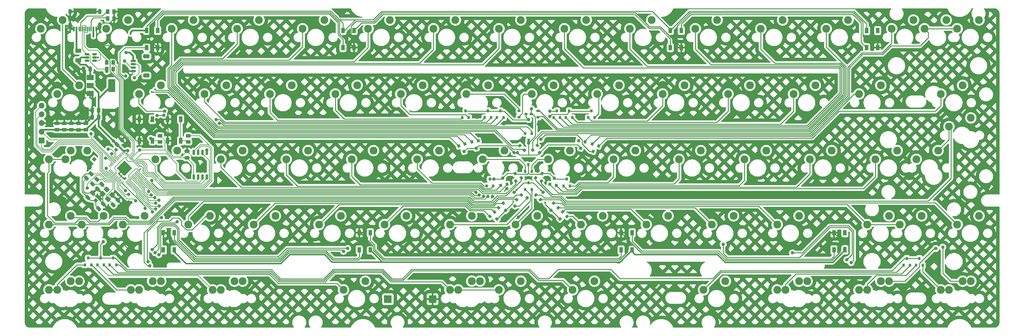
<source format=gbr>
G04 #@! TF.GenerationSoftware,KiCad,Pcbnew,(6.0.7)*
G04 #@! TF.CreationDate,2022-09-06T15:46:34+02:00*
G04 #@! TF.ProjectId,plain60-flex-edition,706c6169-6e36-4302-9d66-6c65782d6564,rev?*
G04 #@! TF.SameCoordinates,Original*
G04 #@! TF.FileFunction,Copper,L2,Bot*
G04 #@! TF.FilePolarity,Positive*
%FSLAX46Y46*%
G04 Gerber Fmt 4.6, Leading zero omitted, Abs format (unit mm)*
G04 Created by KiCad (PCBNEW (6.0.7)) date 2022-09-06 15:46:34*
%MOMM*%
%LPD*%
G01*
G04 APERTURE LIST*
G04 Aperture macros list*
%AMRoundRect*
0 Rectangle with rounded corners*
0 $1 Rounding radius*
0 $2 $3 $4 $5 $6 $7 $8 $9 X,Y pos of 4 corners*
0 Add a 4 corners polygon primitive as box body*
4,1,4,$2,$3,$4,$5,$6,$7,$8,$9,$2,$3,0*
0 Add four circle primitives for the rounded corners*
1,1,$1+$1,$2,$3*
1,1,$1+$1,$4,$5*
1,1,$1+$1,$6,$7*
1,1,$1+$1,$8,$9*
0 Add four rect primitives between the rounded corners*
20,1,$1+$1,$2,$3,$4,$5,0*
20,1,$1+$1,$4,$5,$6,$7,0*
20,1,$1+$1,$6,$7,$8,$9,0*
20,1,$1+$1,$8,$9,$2,$3,0*%
%AMRotRect*
0 Rectangle, with rotation*
0 The origin of the aperture is its center*
0 $1 length*
0 $2 width*
0 $3 Rotation angle, in degrees counterclockwise*
0 Add horizontal line*
21,1,$1,$2,0,0,$3*%
G04 Aperture macros list end*
G04 #@! TA.AperFunction,ComponentPad*
%ADD10C,2.286000*%
G04 #@! TD*
G04 #@! TA.AperFunction,ComponentPad*
%ADD11RotRect,1.000000X1.000000X45.000000*%
G04 #@! TD*
G04 #@! TA.AperFunction,SMDPad,CuDef*
%ADD12R,0.800000X0.900000*%
G04 #@! TD*
G04 #@! TA.AperFunction,SMDPad,CuDef*
%ADD13RoundRect,0.250000X-0.262500X-0.450000X0.262500X-0.450000X0.262500X0.450000X-0.262500X0.450000X0*%
G04 #@! TD*
G04 #@! TA.AperFunction,SMDPad,CuDef*
%ADD14R,1.000000X1.700000*%
G04 #@! TD*
G04 #@! TA.AperFunction,SMDPad,CuDef*
%ADD15RoundRect,0.250000X-0.159099X0.512652X-0.512652X0.159099X0.159099X-0.512652X0.512652X-0.159099X0*%
G04 #@! TD*
G04 #@! TA.AperFunction,SMDPad,CuDef*
%ADD16RotRect,0.900000X0.800000X120.000000*%
G04 #@! TD*
G04 #@! TA.AperFunction,SMDPad,CuDef*
%ADD17RotRect,0.900000X0.800000X250.000000*%
G04 #@! TD*
G04 #@! TA.AperFunction,SMDPad,CuDef*
%ADD18RoundRect,0.250000X0.250000X0.475000X-0.250000X0.475000X-0.250000X-0.475000X0.250000X-0.475000X0*%
G04 #@! TD*
G04 #@! TA.AperFunction,SMDPad,CuDef*
%ADD19RotRect,0.900000X0.800000X225.000000*%
G04 #@! TD*
G04 #@! TA.AperFunction,SMDPad,CuDef*
%ADD20R,1.000000X1.600000*%
G04 #@! TD*
G04 #@! TA.AperFunction,SMDPad,CuDef*
%ADD21RoundRect,0.250000X0.159099X-0.512652X0.512652X-0.159099X-0.159099X0.512652X-0.512652X0.159099X0*%
G04 #@! TD*
G04 #@! TA.AperFunction,SMDPad,CuDef*
%ADD22RotRect,0.900000X0.800000X60.000000*%
G04 #@! TD*
G04 #@! TA.AperFunction,SMDPad,CuDef*
%ADD23RoundRect,0.250000X-0.450000X0.262500X-0.450000X-0.262500X0.450000X-0.262500X0.450000X0.262500X0*%
G04 #@! TD*
G04 #@! TA.AperFunction,SMDPad,CuDef*
%ADD24RotRect,0.900000X0.800000X280.000000*%
G04 #@! TD*
G04 #@! TA.AperFunction,SMDPad,CuDef*
%ADD25RotRect,0.900000X0.800000X315.000000*%
G04 #@! TD*
G04 #@! TA.AperFunction,SMDPad,CuDef*
%ADD26RoundRect,0.250000X0.450000X-0.262500X0.450000X0.262500X-0.450000X0.262500X-0.450000X-0.262500X0*%
G04 #@! TD*
G04 #@! TA.AperFunction,SMDPad,CuDef*
%ADD27R,0.900000X0.800000*%
G04 #@! TD*
G04 #@! TA.AperFunction,SMDPad,CuDef*
%ADD28RotRect,0.900000X0.800000X45.000000*%
G04 #@! TD*
G04 #@! TA.AperFunction,SMDPad,CuDef*
%ADD29RotRect,0.900000X0.800000X260.000000*%
G04 #@! TD*
G04 #@! TA.AperFunction,SMDPad,CuDef*
%ADD30RotRect,1.400000X1.200000X315.000000*%
G04 #@! TD*
G04 #@! TA.AperFunction,SMDPad,CuDef*
%ADD31RotRect,0.900000X0.800000X290.000000*%
G04 #@! TD*
G04 #@! TA.AperFunction,ComponentPad*
%ADD32R,1.700000X1.700000*%
G04 #@! TD*
G04 #@! TA.AperFunction,ComponentPad*
%ADD33O,1.700000X1.700000*%
G04 #@! TD*
G04 #@! TA.AperFunction,SMDPad,CuDef*
%ADD34RoundRect,0.150000X-0.150000X0.650000X-0.150000X-0.650000X0.150000X-0.650000X0.150000X0.650000X0*%
G04 #@! TD*
G04 #@! TA.AperFunction,SMDPad,CuDef*
%ADD35RoundRect,0.150000X-0.625000X0.150000X-0.625000X-0.150000X0.625000X-0.150000X0.625000X0.150000X0*%
G04 #@! TD*
G04 #@! TA.AperFunction,SMDPad,CuDef*
%ADD36RoundRect,0.250000X-0.650000X0.350000X-0.650000X-0.350000X0.650000X-0.350000X0.650000X0.350000X0*%
G04 #@! TD*
G04 #@! TA.AperFunction,SMDPad,CuDef*
%ADD37RoundRect,0.250000X0.475000X-0.250000X0.475000X0.250000X-0.475000X0.250000X-0.475000X-0.250000X0*%
G04 #@! TD*
G04 #@! TA.AperFunction,SMDPad,CuDef*
%ADD38R,2.000000X1.500000*%
G04 #@! TD*
G04 #@! TA.AperFunction,SMDPad,CuDef*
%ADD39R,2.000000X3.800000*%
G04 #@! TD*
G04 #@! TA.AperFunction,SMDPad,CuDef*
%ADD40RoundRect,0.250000X-0.625000X0.375000X-0.625000X-0.375000X0.625000X-0.375000X0.625000X0.375000X0*%
G04 #@! TD*
G04 #@! TA.AperFunction,SMDPad,CuDef*
%ADD41RoundRect,0.050000X0.309359X-0.238649X-0.238649X0.309359X-0.309359X0.238649X0.238649X-0.309359X0*%
G04 #@! TD*
G04 #@! TA.AperFunction,SMDPad,CuDef*
%ADD42RoundRect,0.050000X0.309359X0.238649X0.238649X0.309359X-0.309359X-0.238649X-0.238649X-0.309359X0*%
G04 #@! TD*
G04 #@! TA.AperFunction,ComponentPad*
%ADD43C,0.600000*%
G04 #@! TD*
G04 #@! TA.AperFunction,SMDPad,CuDef*
%ADD44RoundRect,0.144000X2.059095X0.000000X0.000000X2.059095X-2.059095X0.000000X0.000000X-2.059095X0*%
G04 #@! TD*
G04 #@! TA.AperFunction,SMDPad,CuDef*
%ADD45RoundRect,0.150000X0.512500X0.150000X-0.512500X0.150000X-0.512500X-0.150000X0.512500X-0.150000X0*%
G04 #@! TD*
G04 #@! TA.AperFunction,SMDPad,CuDef*
%ADD46RotRect,0.900000X0.800000X100.000000*%
G04 #@! TD*
G04 #@! TA.AperFunction,SMDPad,CuDef*
%ADD47RoundRect,0.250000X-0.132583X0.503814X-0.503814X0.132583X0.132583X-0.503814X0.503814X-0.132583X0*%
G04 #@! TD*
G04 #@! TA.AperFunction,SMDPad,CuDef*
%ADD48R,0.600000X1.450000*%
G04 #@! TD*
G04 #@! TA.AperFunction,SMDPad,CuDef*
%ADD49R,0.300000X1.450000*%
G04 #@! TD*
G04 #@! TA.AperFunction,ComponentPad*
%ADD50O,1.000000X1.600000*%
G04 #@! TD*
G04 #@! TA.AperFunction,ComponentPad*
%ADD51O,1.000000X2.100000*%
G04 #@! TD*
G04 #@! TA.AperFunction,SMDPad,CuDef*
%ADD52RotRect,0.900000X0.800000X135.000000*%
G04 #@! TD*
G04 #@! TA.AperFunction,SMDPad,CuDef*
%ADD53RotRect,0.900000X0.800000X80.000000*%
G04 #@! TD*
G04 #@! TA.AperFunction,SMDPad,CuDef*
%ADD54R,2.300000X2.300000*%
G04 #@! TD*
G04 #@! TA.AperFunction,ViaPad*
%ADD55C,1.000000*%
G04 #@! TD*
G04 #@! TA.AperFunction,ViaPad*
%ADD56C,0.600000*%
G04 #@! TD*
G04 #@! TA.AperFunction,ViaPad*
%ADD57C,0.500000*%
G04 #@! TD*
G04 #@! TA.AperFunction,Conductor*
%ADD58C,0.250000*%
G04 #@! TD*
G04 #@! TA.AperFunction,Conductor*
%ADD59C,0.500000*%
G04 #@! TD*
G04 #@! TA.AperFunction,Conductor*
%ADD60C,0.200000*%
G04 #@! TD*
G04 #@! TA.AperFunction,Conductor*
%ADD61C,0.400000*%
G04 #@! TD*
G04 #@! TA.AperFunction,Conductor*
%ADD62C,0.300000*%
G04 #@! TD*
G04 APERTURE END LIST*
D10*
X78740000Y-23495000D03*
X72390000Y-26035000D03*
X97790000Y-23495000D03*
X91440000Y-26035000D03*
X154940000Y-23495000D03*
X148590000Y-26035000D03*
X173990000Y-23495000D03*
X167640000Y-26035000D03*
X40640000Y-23495000D03*
X34290000Y-26035000D03*
X135890000Y-23495000D03*
X129540000Y-26035000D03*
X116840000Y-23495000D03*
X110490000Y-26035000D03*
X59690000Y-23495000D03*
X53340000Y-26035000D03*
X16827500Y-23495000D03*
X10477500Y-26035000D03*
X269240000Y-4445000D03*
X262890000Y-6985000D03*
X145415000Y-4445000D03*
X139065000Y-6985000D03*
X183515000Y-4445000D03*
X177165000Y-6985000D03*
X259715000Y-4445000D03*
X253365000Y-6985000D03*
X88265000Y-4445000D03*
X81915000Y-6985000D03*
X240665000Y-4445000D03*
X234315000Y-6985000D03*
X221615000Y-4445000D03*
X215265000Y-6985000D03*
X202565000Y-4445000D03*
X196215000Y-6985000D03*
X164465000Y-4445000D03*
X158115000Y-6985000D03*
X126365000Y-4445000D03*
X120015000Y-6985000D03*
X107315000Y-4445000D03*
X100965000Y-6985000D03*
X69215000Y-4445000D03*
X62865000Y-6985000D03*
X31115000Y-4445000D03*
X24765000Y-6985000D03*
X12065000Y-4445000D03*
X5715000Y-6985000D03*
X50165000Y-4445000D03*
X43815000Y-6985000D03*
X40640000Y-80645000D03*
X34290000Y-83185000D03*
X204946250Y-80645000D03*
X198596250Y-83185000D03*
X150177500Y-61595000D03*
X143827500Y-64135000D03*
X252571460Y-61595056D03*
X246221460Y-64135056D03*
X14446250Y-42545000D03*
X8096250Y-45085000D03*
X226377500Y-61595000D03*
X220027500Y-64135000D03*
X169227500Y-61595000D03*
X162877500Y-64135000D03*
X207327500Y-61595000D03*
X200977500Y-64135000D03*
X131127500Y-61595000D03*
X124777500Y-64135000D03*
X188277500Y-61595000D03*
X181927500Y-64135000D03*
X16827500Y-80645000D03*
X10477500Y-83185000D03*
X14446250Y-61595000D03*
X8096250Y-64135000D03*
X278765000Y-4445000D03*
X272415000Y-6985000D03*
X276383750Y-80645072D03*
X270033750Y-83185072D03*
X252571250Y-80645000D03*
X246221250Y-83185000D03*
X250190000Y-23495000D03*
X243840000Y-26035000D03*
X54927500Y-61595000D03*
X48577500Y-64135000D03*
X193040000Y-23495000D03*
X186690000Y-26035000D03*
X121602500Y-42545000D03*
X115252500Y-45085000D03*
X64452500Y-42545000D03*
X58102500Y-45085000D03*
X62071250Y-80645000D03*
X55721250Y-83185000D03*
X266858750Y-42545000D03*
X260508750Y-45085000D03*
X228758750Y-80645000D03*
X222408750Y-83185000D03*
X278765000Y-61595000D03*
X272415000Y-64135000D03*
X178752500Y-42545000D03*
X172402500Y-45085000D03*
X14446250Y-80645000D03*
X8096250Y-83185000D03*
X274002500Y-23495000D03*
X267652500Y-26035000D03*
X231140000Y-23495000D03*
X224790000Y-26035000D03*
X64452500Y-80645000D03*
X58102500Y-83185000D03*
X93027500Y-61595000D03*
X86677500Y-64135000D03*
X83502500Y-42545000D03*
X77152500Y-45085000D03*
X35877500Y-61595000D03*
X29527500Y-64135000D03*
X254952500Y-42545000D03*
X248602500Y-45085000D03*
X159702500Y-42545000D03*
X153352500Y-45085000D03*
X102552500Y-42545000D03*
X96202500Y-45085000D03*
X45402500Y-42545000D03*
X39052500Y-45085000D03*
X197802500Y-42545000D03*
X191452500Y-45085000D03*
X23971250Y-61595000D03*
X17621250Y-64135000D03*
X235902500Y-42545000D03*
X229552500Y-45085000D03*
X216852500Y-42545000D03*
X210502500Y-45085000D03*
X212090000Y-23495000D03*
X205740000Y-26035000D03*
X140652500Y-42545000D03*
X134302500Y-45085000D03*
X19208750Y-42545000D03*
X12858750Y-45085000D03*
X112077500Y-61595000D03*
X105727500Y-64135000D03*
X250190000Y-80645000D03*
X243840000Y-83185000D03*
X38258750Y-80645000D03*
X31908750Y-83185000D03*
X73977500Y-61595000D03*
X67627500Y-64135000D03*
X226377500Y-80645000D03*
X220027500Y-83185000D03*
X274002728Y-80645072D03*
X267652728Y-83185072D03*
X262096468Y-61595000D03*
X255746468Y-64135000D03*
X133508750Y-80645000D03*
X127158750Y-83185000D03*
X145415000Y-80645000D03*
X139065000Y-83185000D03*
X276380000Y-33000000D03*
X270030000Y-35540000D03*
D11*
X21265000Y-45124750D03*
D10*
X100171250Y-80645000D03*
X93821250Y-83185000D03*
X166846250Y-80645000D03*
X160496250Y-83185000D03*
X131127500Y-80645000D03*
X124777500Y-83185000D03*
D12*
X258700000Y-76010000D03*
X256800000Y-76010000D03*
X257750000Y-74010000D03*
D13*
X25176787Y-2000061D03*
X27001787Y-2000061D03*
D14*
X34390000Y-39680000D03*
X34390000Y-33380000D03*
X38190000Y-33380000D03*
X38190000Y-39680000D03*
D15*
X23501751Y-52378249D03*
X22158249Y-53721751D03*
D12*
X146690000Y-37530000D03*
X148590000Y-37530000D03*
X147640000Y-39530000D03*
D16*
X145562724Y-50531025D03*
X143917276Y-51481025D03*
X143740000Y-49273975D03*
D17*
X166259312Y-40585388D03*
X168044728Y-41235227D03*
X166467980Y-42789693D03*
D11*
X21700000Y-57110000D03*
D18*
X22540000Y-30750000D03*
X20640000Y-30750000D03*
D12*
X137380000Y-52860000D03*
X135480000Y-52860000D03*
X136430000Y-50860000D03*
D19*
X157540355Y-60455892D03*
X158883858Y-61799395D03*
X156797893Y-62541857D03*
D20*
X239740000Y-71520061D03*
X236540000Y-71520061D03*
X236540000Y-66520061D03*
X239740000Y-66520061D03*
D14*
X42610000Y-39700000D03*
X42610000Y-33400000D03*
X46410000Y-39700000D03*
X46410000Y-33400000D03*
D12*
X159730000Y-52860000D03*
X157830000Y-52860000D03*
X158780000Y-50860000D03*
D21*
X26778249Y-58341751D03*
X28121751Y-56998249D03*
D12*
X262370000Y-76010000D03*
X260470000Y-76010000D03*
X261420000Y-74010000D03*
D21*
X22518249Y-59441751D03*
X23861751Y-58098249D03*
D22*
X151392724Y-51481025D03*
X149747276Y-50531025D03*
X151570000Y-49273975D03*
D18*
X20070000Y-18800000D03*
X18170000Y-18800000D03*
D12*
X166915000Y-32934750D03*
X165015000Y-32934750D03*
X165965000Y-30934750D03*
D23*
X48580000Y-38217500D03*
X48580000Y-40042500D03*
D20*
X36500000Y-7500000D03*
X39700000Y-7500000D03*
X39700000Y-12500000D03*
X36500000Y-12500000D03*
D24*
X131180784Y-40030158D03*
X133051919Y-39700226D03*
X132463648Y-41834808D03*
D25*
X138931142Y-59254645D03*
X140274645Y-57911142D03*
X141017107Y-59997107D03*
D13*
X24906787Y-16770061D03*
X26731787Y-16770061D03*
D26*
X40420000Y-40032500D03*
X40420000Y-38207500D03*
D15*
X20361751Y-49288249D03*
X19018249Y-50631751D03*
D20*
X177809287Y-71520061D03*
X174609287Y-71520061D03*
X174609287Y-66520061D03*
X177809287Y-66520061D03*
D27*
X150425000Y-30924750D03*
X150425000Y-32824750D03*
X148425000Y-31874750D03*
D25*
X136386142Y-61809395D03*
X137729645Y-60465892D03*
X138472107Y-62551857D03*
D13*
X25196787Y-4060061D03*
X27021787Y-4060061D03*
D28*
X151144645Y-56818858D03*
X149801142Y-55475355D03*
X151887107Y-54732893D03*
D12*
X160415000Y-32934750D03*
X158515000Y-32934750D03*
X159465000Y-30934750D03*
D29*
X162228081Y-39700226D03*
X164099216Y-40030158D03*
X162816352Y-41834808D03*
D13*
X24916787Y-18800061D03*
X26741787Y-18800061D03*
D12*
X27680000Y-75890000D03*
X25780000Y-75890000D03*
X26730000Y-73890000D03*
D30*
X24893223Y-53921142D03*
X26448858Y-55476777D03*
X25246777Y-56678858D03*
X23691142Y-55123223D03*
D31*
X127325272Y-41235227D03*
X129110688Y-40585388D03*
X128902020Y-42789693D03*
D20*
X44570000Y-71520000D03*
X41370000Y-71520000D03*
X41370000Y-66520000D03*
X44570000Y-66520000D03*
D32*
X5960000Y-39590000D03*
D33*
X5960000Y-37050000D03*
X5960000Y-34510000D03*
X5960000Y-31970000D03*
X5960000Y-29430000D03*
D34*
X50265000Y-43050000D03*
X51535000Y-43050000D03*
X52805000Y-43050000D03*
X54075000Y-43050000D03*
X54075000Y-50250000D03*
X52805000Y-50250000D03*
X51535000Y-50250000D03*
X50265000Y-50250000D03*
D12*
X20420000Y-75900000D03*
X18520000Y-75900000D03*
X19470000Y-73900000D03*
D20*
X101620000Y-71520061D03*
X98420000Y-71520061D03*
X98420000Y-66520061D03*
X101620000Y-66520061D03*
D18*
X22540000Y-32780000D03*
X20640000Y-32780000D03*
D20*
X188900000Y-7500000D03*
X192100000Y-7500000D03*
X192100000Y-12500000D03*
X188900000Y-12500000D03*
D35*
X32585000Y-16354750D03*
X32585000Y-17354750D03*
X32585000Y-18354750D03*
X32585000Y-19354750D03*
D36*
X36460000Y-15054750D03*
X36460000Y-20654750D03*
D37*
X10470000Y-36490000D03*
X10470000Y-34590000D03*
X48240000Y-44640000D03*
X48240000Y-42740000D03*
X12540000Y-36490000D03*
X12540000Y-34590000D03*
D12*
X148600000Y-53910000D03*
X146700000Y-53910000D03*
X147650000Y-51910000D03*
D37*
X18780000Y-36490000D03*
X18780000Y-34590000D03*
X16700000Y-36500000D03*
X16700000Y-34600000D03*
D38*
X20070000Y-25850000D03*
X20070000Y-23550000D03*
D39*
X26370000Y-23550000D03*
D38*
X20070000Y-21250000D03*
D40*
X16589287Y-13390061D03*
X16589287Y-16190061D03*
D20*
X246050000Y-7510000D03*
X249250000Y-7510000D03*
X249250000Y-12510000D03*
X246050000Y-12510000D03*
D41*
X34319157Y-48272202D03*
X34036314Y-48555045D03*
X33753472Y-48837887D03*
X33470629Y-49120730D03*
X33187786Y-49403573D03*
X32904944Y-49686415D03*
X32622101Y-49969258D03*
X32339258Y-50252101D03*
X32056415Y-50534944D03*
X31773573Y-50817786D03*
X31490730Y-51100629D03*
X31207887Y-51383472D03*
X30925045Y-51666314D03*
X30642202Y-51949157D03*
D42*
X29457798Y-51949157D03*
X29174955Y-51666314D03*
X28892113Y-51383472D03*
X28609270Y-51100629D03*
X28326427Y-50817786D03*
X28043585Y-50534944D03*
X27760742Y-50252101D03*
X27477899Y-49969258D03*
X27195056Y-49686415D03*
X26912214Y-49403573D03*
X26629371Y-49120730D03*
X26346528Y-48837887D03*
X26063686Y-48555045D03*
X25780843Y-48272202D03*
D41*
X25780843Y-47087798D03*
X26063686Y-46804955D03*
X26346528Y-46522113D03*
X26629371Y-46239270D03*
X26912214Y-45956427D03*
X27195056Y-45673585D03*
X27477899Y-45390742D03*
X27760742Y-45107899D03*
X28043585Y-44825056D03*
X28326427Y-44542214D03*
X28609270Y-44259371D03*
X28892113Y-43976528D03*
X29174955Y-43693686D03*
X29457798Y-43410843D03*
D42*
X30642202Y-43410843D03*
X30925045Y-43693686D03*
X31207887Y-43976528D03*
X31490730Y-44259371D03*
X31773573Y-44542214D03*
X32056415Y-44825056D03*
X32339258Y-45107899D03*
X32622101Y-45390742D03*
X32904944Y-45673585D03*
X33187786Y-45956427D03*
X33470629Y-46239270D03*
X33753472Y-46522113D03*
X34036314Y-46804955D03*
X34319157Y-47087798D03*
D43*
X30050000Y-49483122D03*
X30050000Y-47680000D03*
X30050000Y-45876878D03*
D44*
X30050000Y-47680000D03*
D43*
X30951561Y-48581561D03*
X29148439Y-46778439D03*
X28246878Y-47680000D03*
X29148439Y-48581561D03*
X30951561Y-46778439D03*
X31853122Y-47680000D03*
D45*
X21386787Y-14400061D03*
X21386787Y-15350061D03*
X21386787Y-16300061D03*
X19111787Y-16300061D03*
X19111787Y-15350061D03*
X19111787Y-14400061D03*
D12*
X24060000Y-75900000D03*
X22160000Y-75900000D03*
X23110000Y-73900000D03*
X148580000Y-48620000D03*
X146680000Y-48620000D03*
X147630000Y-46620000D03*
D19*
X154975355Y-57911142D03*
X156318858Y-59254645D03*
X154232893Y-59997107D03*
D46*
X141429216Y-52359842D03*
X139558081Y-52689774D03*
X140146352Y-50555192D03*
D47*
X22035235Y-50954765D03*
X20744765Y-52245235D03*
D48*
X15329287Y-7085061D03*
X16129287Y-7085061D03*
D49*
X17329287Y-7085061D03*
X18329287Y-7085061D03*
X18829287Y-7085061D03*
X19829287Y-7085061D03*
D48*
X21029287Y-7085061D03*
X21829287Y-7085061D03*
X21829287Y-7085061D03*
X21029287Y-7085061D03*
D49*
X20329287Y-7085061D03*
X19329287Y-7085061D03*
X17829287Y-7085061D03*
X16829287Y-7085061D03*
D48*
X16129287Y-7085061D03*
X15329287Y-7085061D03*
D50*
X22899287Y-1990061D03*
D51*
X14259287Y-6170061D03*
X22899287Y-6170061D03*
D50*
X14259287Y-1990061D03*
D25*
X148831142Y-42404645D03*
X150174645Y-41061142D03*
X150917107Y-43147107D03*
D20*
X93650000Y-7500000D03*
X96850000Y-7500000D03*
X96850000Y-12500000D03*
X93650000Y-12500000D03*
D52*
X145558858Y-55475355D03*
X144215355Y-56818858D03*
X143472893Y-54732893D03*
D19*
X145115355Y-41091142D03*
X146458858Y-42434645D03*
X144372893Y-43177107D03*
D53*
X155701919Y-52689774D03*
X153830784Y-52359842D03*
X155113648Y-50555192D03*
D12*
X130275000Y-32930000D03*
X128375000Y-32930000D03*
X129325000Y-30930000D03*
D27*
X144905000Y-32824750D03*
X144905000Y-30924750D03*
X146905000Y-31874750D03*
D21*
X19388249Y-56251751D03*
X20731751Y-54908249D03*
X27848249Y-40751751D03*
X29191751Y-39408249D03*
D12*
X156835000Y-32934750D03*
X154935000Y-32934750D03*
X155885000Y-30934750D03*
D54*
X106730000Y-85900000D03*
X119730000Y-85900000D03*
D37*
X14610000Y-36490000D03*
X14610000Y-34590000D03*
D12*
X136795000Y-32924750D03*
X134895000Y-32924750D03*
X135845000Y-30924750D03*
X140385000Y-32924750D03*
X138485000Y-32924750D03*
X139435000Y-30924750D03*
D55*
X280830000Y-52630000D03*
D56*
X21831776Y-12347483D03*
D55*
X274730000Y-6830000D03*
X92930000Y-3270000D03*
X140440000Y-34740000D03*
X153130000Y-50460000D03*
X139090000Y-4400000D03*
X31260000Y-57570000D03*
X15130000Y-45140000D03*
X81910000Y-4400000D03*
D56*
X236500000Y-66090000D03*
D55*
X158285000Y-63184750D03*
X150320000Y-48580000D03*
X234300000Y-4400000D03*
X21695000Y-36454750D03*
X72380000Y-23570000D03*
X50320000Y-44820000D03*
X147920000Y-45440000D03*
X5640000Y-3510000D03*
X33860000Y-62100000D03*
X122190000Y-47540000D03*
X8360000Y-40510000D03*
X30290000Y-66730000D03*
X150480000Y-34880000D03*
X147660000Y-50440000D03*
X158260000Y-39160000D03*
X46230000Y-45630000D03*
D56*
X245635000Y-9825000D03*
D55*
X56110000Y-52900000D03*
X110500000Y-23630000D03*
X143075000Y-40004750D03*
X144550000Y-66700000D03*
X196270000Y-4400000D03*
X224830000Y-23650000D03*
X11940000Y-57350000D03*
X141270000Y-47630000D03*
X215290000Y-4400000D03*
X133060000Y-38060000D03*
X131960000Y-66740000D03*
X47225000Y-61884750D03*
X177210000Y-4400000D03*
X30510000Y-60910000D03*
X140480000Y-28550000D03*
X258350000Y-46080000D03*
X25450000Y-40350000D03*
X45340000Y-50470000D03*
X262890000Y-4530000D03*
X160320000Y-47630000D03*
X37860000Y-23430000D03*
X205710000Y-23620000D03*
X134280000Y-42810000D03*
X39395000Y-33464750D03*
X18605000Y-66714750D03*
X258520000Y-49820000D03*
X62850000Y-4450000D03*
X31815000Y-71914750D03*
X141310000Y-53670000D03*
X167660000Y-23580000D03*
X10620000Y-44120000D03*
X142780000Y-60670000D03*
X16655000Y-41624750D03*
X181770000Y-3030000D03*
X137170000Y-55930000D03*
X21840000Y-19760000D03*
X142170000Y-50470000D03*
X11930000Y-61570000D03*
X144710000Y-61980000D03*
X5700000Y-45090000D03*
X262290000Y-25770000D03*
X20070000Y-47360000D03*
X148620000Y-23550000D03*
X274680000Y-64180000D03*
X183950000Y-81220000D03*
X41900000Y-44580000D03*
D56*
X22409287Y-15350061D03*
D55*
X31150000Y-39750000D03*
X120130000Y-4400000D03*
X10480000Y-23780000D03*
X41165000Y-73924750D03*
X91460000Y-23610000D03*
X183920000Y-77510000D03*
X132710000Y-32800000D03*
X54050000Y-42410000D03*
X129495000Y-23544750D03*
X140190000Y-62560000D03*
X171165000Y-72744750D03*
X103180000Y-7050000D03*
X158150000Y-4400000D03*
X118955000Y-85994750D03*
X8320000Y-37520000D03*
X25525000Y-9554750D03*
X53340000Y-23510000D03*
X186710000Y-23590000D03*
X43890000Y-4690000D03*
X162640000Y-32970000D03*
X147730000Y-34830000D03*
X39790000Y-21490000D03*
X30455000Y-13944750D03*
D56*
X21029287Y-9280061D03*
X16129287Y-8660061D03*
X239770000Y-70850000D03*
X17319287Y-17520061D03*
X246040000Y-8050000D03*
X31850000Y-8530000D03*
D55*
X31030000Y-42510000D03*
X19260000Y-53490000D03*
X34477872Y-42403600D03*
D57*
X34650000Y-48000000D03*
D55*
X26890000Y-39770000D03*
X24906787Y-16532963D03*
X30065000Y-16394750D03*
X24915000Y-19444750D03*
X32955000Y-21314750D03*
X37705000Y-39005000D03*
X38050000Y-33860000D03*
X135800000Y-55950000D03*
X143730000Y-58730000D03*
X147290000Y-56390000D03*
X153819750Y-32580000D03*
X147690000Y-33530000D03*
X151245000Y-39265000D03*
X153839750Y-31040000D03*
X148540000Y-30360000D03*
X147640000Y-40359750D03*
X133269076Y-55484951D03*
X143481218Y-43177107D03*
X30380000Y-20810000D03*
X20310000Y-37650000D03*
X132325000Y-54745000D03*
X137570000Y-50860000D03*
D57*
X143225000Y-57265000D03*
D56*
X152510000Y-57700000D03*
X151277107Y-54122893D03*
D55*
X134590000Y-55910000D03*
D56*
X144097893Y-54057893D03*
D55*
X26310000Y-43450000D03*
X30285000Y-54205000D03*
X268220000Y-70740000D03*
X31230000Y-55360000D03*
X266194287Y-71124287D03*
X23890000Y-69120000D03*
X24560000Y-44740000D03*
X33290000Y-57210000D03*
X224472511Y-72392511D03*
X241535000Y-75225000D03*
X240320000Y-74400000D03*
X36110000Y-59380000D03*
X204315000Y-69895000D03*
X38190000Y-60380000D03*
X39130000Y-59570000D03*
X40030000Y-72940000D03*
X93825000Y-71935000D03*
X40130000Y-58760000D03*
X39120000Y-57900000D03*
X38970000Y-72330000D03*
X95020000Y-71110000D03*
X40029750Y-57030000D03*
X38875000Y-56284750D03*
X45370000Y-63260000D03*
X37875000Y-55484750D03*
X38145000Y-71425000D03*
X36925000Y-75014750D03*
X37085000Y-54485000D03*
X40850000Y-62130000D03*
X27600000Y-42280000D03*
X37450000Y-76180000D03*
X25360000Y-42090000D03*
D56*
X38060000Y-25410000D03*
X38960000Y-24700000D03*
D55*
X39590000Y-32270000D03*
X41470000Y-32230000D03*
X57685000Y-34574750D03*
X56727623Y-33532127D03*
X41720000Y-31000000D03*
X38000000Y-51280000D03*
D56*
X249030000Y-7400000D03*
X239730000Y-66430000D03*
D55*
X24735000Y-47714750D03*
X105980000Y-85260000D03*
D58*
X18681143Y-54908249D02*
X20731751Y-54908249D01*
X18140000Y-54367106D02*
X18681143Y-54908249D01*
X28540000Y-35850000D02*
X28540000Y-36180000D01*
X26188026Y-19771974D02*
X28540000Y-22123948D01*
X171468651Y-74501099D02*
X171858901Y-74501099D01*
X37385000Y-10484750D02*
X36669750Y-11200000D01*
X171468651Y-74501099D02*
X174085787Y-74501099D01*
X100885061Y-70305000D02*
X102465000Y-70305000D01*
X28540000Y-29150000D02*
X28540000Y-35850000D01*
X23861751Y-58098249D02*
X23691142Y-57927640D01*
X28730000Y-59130000D02*
X28730000Y-57606498D01*
X235892598Y-74625000D02*
X238328799Y-72188799D01*
X186010000Y-6410000D02*
X182900000Y-6410000D01*
X41851062Y-66520000D02*
X41370000Y-66520000D01*
X28540000Y-22123948D02*
X28540000Y-29150000D01*
X179694613Y-71605387D02*
X180404226Y-72315000D01*
D59*
X20590000Y-32780000D02*
X18780000Y-34590000D01*
D60*
X23691142Y-55123223D02*
X22289670Y-53721751D01*
D58*
X102465000Y-70305000D02*
X98680061Y-66520061D01*
X98098901Y-74501099D02*
X99610000Y-72990000D01*
D60*
X50320000Y-44820000D02*
X50360000Y-44860000D01*
D59*
X18606313Y-25506313D02*
X18950000Y-25850000D01*
D58*
X176550000Y-72036886D02*
X176550000Y-70700000D01*
X28540000Y-29150000D02*
X28540000Y-29450000D01*
X205137462Y-74625000D02*
X235892598Y-74625000D01*
X28730000Y-57606498D02*
X28121751Y-56998249D01*
D59*
X14249287Y-16160061D02*
X13519287Y-15430061D01*
D58*
X92640000Y-5023604D02*
X89856396Y-2240000D01*
X15174287Y-7085061D02*
X14259287Y-6170061D01*
D60*
X22289670Y-53721751D02*
X22158249Y-53721751D01*
D58*
X25261200Y-15598800D02*
X27086199Y-15598800D01*
X245635000Y-9825000D02*
X248320000Y-12510000D01*
X37385000Y-6063604D02*
X37385000Y-10484750D01*
D60*
X48240000Y-42740000D02*
X50320000Y-44820000D01*
D58*
X35490000Y-11200000D02*
X34796099Y-11893901D01*
X178860000Y-2370000D02*
X105103604Y-2370000D01*
X29790000Y-35963274D02*
X33506726Y-39680000D01*
D60*
X46740000Y-44240000D02*
X44212086Y-44240000D01*
D58*
X42660000Y-39710000D02*
X42660000Y-33410000D01*
X248320000Y-12510000D02*
X249250000Y-12510000D01*
X105103604Y-2370000D02*
X102618604Y-4855000D01*
X15329287Y-7085061D02*
X15174287Y-7085061D01*
D59*
X27001787Y-2000061D02*
X27001787Y-4040061D01*
D58*
X89856396Y-2240000D02*
X41208604Y-2240000D01*
X22899287Y-6170061D02*
X23769348Y-5300000D01*
X25781848Y-5300000D02*
X27021787Y-4060061D01*
D60*
X27110000Y-52034216D02*
X27110000Y-54815635D01*
D59*
X16889226Y-18800000D02*
X18170000Y-18800000D01*
D58*
X174609287Y-66520061D02*
X179694613Y-71605387D01*
D60*
X32585000Y-19354750D02*
X32585000Y-19794750D01*
X44212086Y-44240000D02*
X42610000Y-42637914D01*
D58*
X51104750Y-74925000D02*
X75352538Y-74925000D01*
X238328799Y-68308860D02*
X236540000Y-66520061D01*
X21831776Y-12347483D02*
X22009882Y-12347483D01*
X18140000Y-51510000D02*
X18140000Y-54367106D01*
D60*
X42660000Y-33170000D02*
X42660000Y-33410000D01*
X48240000Y-42740000D02*
X48240000Y-42860000D01*
D59*
X15319287Y-17230061D02*
X14249287Y-16160061D01*
D58*
X96025000Y-6255000D02*
X96025000Y-11675000D01*
X30290000Y-66730000D02*
X30290000Y-70389750D01*
X178269226Y-70180000D02*
X179694613Y-71605387D01*
X22009882Y-12347483D02*
X25261200Y-15598800D01*
X25799287Y-16136888D02*
X25799287Y-18230061D01*
X96850000Y-12500000D02*
X96700000Y-12500000D01*
X96700000Y-12500000D02*
X92640000Y-8440000D01*
D59*
X20070000Y-25850000D02*
X20718401Y-26498401D01*
D58*
X23861751Y-58098249D02*
X25813502Y-60050000D01*
D60*
X32585000Y-19794750D02*
X29790000Y-22589750D01*
D59*
X20718401Y-32701599D02*
X20640000Y-32780000D01*
D60*
X27110000Y-54815635D02*
X26448858Y-55476777D01*
D58*
X31150000Y-39091042D02*
X31150000Y-39750000D01*
X176550000Y-70700000D02*
X177070000Y-70180000D01*
X238328799Y-72188799D02*
X238328799Y-68308860D01*
X23769348Y-5300000D02*
X25781848Y-5300000D01*
X29790000Y-21606183D02*
X29790000Y-23279750D01*
D60*
X47145000Y-43835000D02*
X47320000Y-43660000D01*
D58*
X97425000Y-4855000D02*
X96025000Y-6255000D01*
X190830000Y-11230000D02*
X190830000Y-6206396D01*
D59*
X13239287Y-7190061D02*
X14259287Y-6170061D01*
D58*
X190830000Y-11230000D02*
X186010000Y-6410000D01*
X244930000Y-9120000D02*
X245635000Y-9825000D01*
X25261200Y-15598800D02*
X25799287Y-16136888D01*
D59*
X20640000Y-32780000D02*
X20590000Y-32780000D01*
D58*
X244930000Y-5053604D02*
X244930000Y-9120000D01*
X20971751Y-54908249D02*
X22158249Y-53721751D01*
X27086199Y-15598800D02*
X28295000Y-16807601D01*
X21831776Y-12347483D02*
X21829287Y-12429021D01*
X21984287Y-7085061D02*
X22899287Y-6170061D01*
X39700000Y-12500000D02*
X38670000Y-11470000D01*
X25813502Y-60050000D02*
X27380000Y-60050000D01*
X102465000Y-71622600D02*
X105343499Y-74501099D01*
X88537462Y-72365000D02*
X90673561Y-74501099D01*
X99610000Y-71580061D02*
X100885061Y-70305000D01*
X23125799Y-11893901D02*
X21830949Y-10599051D01*
X23861751Y-58098249D02*
X23861751Y-58038249D01*
X105343499Y-74501099D02*
X171468651Y-74501099D01*
X19018249Y-50631751D02*
X18140000Y-51510000D01*
X42650000Y-33400000D02*
X42660000Y-33410000D01*
D59*
X18170000Y-18800000D02*
X18606313Y-19236313D01*
D58*
X31064479Y-39005521D02*
X31150000Y-39091042D01*
D59*
X18606313Y-19236313D02*
X18606313Y-25506313D01*
D60*
X42610000Y-42637914D02*
X42610000Y-39700000D01*
D59*
X6040000Y-34590000D02*
X5960000Y-34510000D01*
X18780000Y-34590000D02*
X10470000Y-34590000D01*
D60*
X29661091Y-49483122D02*
X28326427Y-50817786D01*
X27970330Y-56998249D02*
X26448858Y-55476777D01*
D58*
X102618604Y-4855000D02*
X97425000Y-4855000D01*
D60*
X47145000Y-43835000D02*
X46740000Y-44240000D01*
D58*
X22409287Y-15350061D02*
X22569287Y-15350061D01*
X92640000Y-8440000D02*
X92640000Y-5023604D01*
X50256062Y-74925000D02*
X41851062Y-66520000D01*
X23861751Y-58038249D02*
X20731751Y-54908249D01*
X28540000Y-36180000D02*
X28540000Y-36481041D01*
D60*
X48240000Y-42740000D02*
X47145000Y-43835000D01*
D58*
X77912538Y-72365000D02*
X88537462Y-72365000D01*
X51104750Y-74925000D02*
X50256062Y-74925000D01*
X28730000Y-58700000D02*
X28730000Y-57606498D01*
X30290000Y-70389750D02*
X31815000Y-71914750D01*
X22899287Y-1990061D02*
X14259287Y-1990061D01*
X26188026Y-19771974D02*
X26456114Y-20040061D01*
X27380000Y-60050000D02*
X28730000Y-58700000D01*
X20731751Y-54908249D02*
X20971751Y-54908249D01*
X21829287Y-7085061D02*
X21830949Y-10599051D01*
X28540000Y-38756498D02*
X28540000Y-36180000D01*
X25799287Y-19383234D02*
X26188026Y-19771974D01*
X96025000Y-11675000D02*
X96850000Y-12500000D01*
D60*
X40670000Y-33400000D02*
X34390000Y-39680000D01*
D58*
X21830949Y-10599051D02*
X21831776Y-12347483D01*
D59*
X13239287Y-15150061D02*
X13239287Y-7190061D01*
D58*
X25799287Y-18230061D02*
X25799287Y-19383234D01*
D60*
X28326427Y-50817786D02*
X27110000Y-52034216D01*
D58*
X30510000Y-60910000D02*
X28730000Y-59130000D01*
D60*
X28121751Y-56998249D02*
X27970330Y-56998249D01*
D58*
X39700000Y-12500000D02*
X38400000Y-11200000D01*
X180404226Y-72315000D02*
X202827462Y-72315000D01*
X28540000Y-36481041D02*
X28788959Y-36730000D01*
X28295000Y-16807601D02*
X28295000Y-20111182D01*
X41208604Y-2240000D02*
X37385000Y-6063604D01*
X75352538Y-74925000D02*
X77912538Y-72365000D01*
X29191751Y-39408249D02*
X28540000Y-38756498D01*
D59*
X13239287Y-15150061D02*
X16889226Y-18800000D01*
D60*
X34390000Y-39680000D02*
X34390000Y-33380000D01*
D58*
X102465000Y-70305000D02*
X102465000Y-71622600D01*
X99610000Y-72990000D02*
X99610000Y-71580061D01*
X21829287Y-7085061D02*
X21984287Y-7085061D01*
X182900000Y-6410000D02*
X178860000Y-2370000D01*
X174085787Y-74501099D02*
X176550000Y-72036886D01*
D60*
X42610000Y-33400000D02*
X40670000Y-33400000D01*
D58*
X242246396Y-2370000D02*
X244930000Y-5053604D01*
X23691142Y-57927640D02*
X23691142Y-55123223D01*
D59*
X14249287Y-16160061D02*
X13239287Y-15150061D01*
D58*
X190830000Y-6206396D02*
X194666396Y-2370000D01*
D60*
X29790000Y-22589750D02*
X29790000Y-23279750D01*
D58*
X38400000Y-11200000D02*
X36669750Y-11200000D01*
X34796099Y-11893901D02*
X23125799Y-11893901D01*
X28788959Y-36730000D02*
X31064479Y-39005521D01*
X202827462Y-72315000D02*
X205137462Y-74625000D01*
X28295000Y-20111182D02*
X29790000Y-21606183D01*
X90673561Y-74501099D02*
X98098901Y-74501099D01*
X36669750Y-11200000D02*
X35490000Y-11200000D01*
D59*
X10470000Y-34590000D02*
X6040000Y-34590000D01*
D60*
X30050000Y-49483122D02*
X29661091Y-49483122D01*
D58*
X177070000Y-70180000D02*
X178269226Y-70180000D01*
D59*
X18950000Y-25850000D02*
X20070000Y-25850000D01*
X20718401Y-26498401D02*
X20718401Y-32701599D01*
X27001787Y-4040061D02*
X27021787Y-4060061D01*
D58*
X192100000Y-12500000D02*
X190830000Y-11230000D01*
X33506726Y-39680000D02*
X34390000Y-39680000D01*
X98680061Y-66520061D02*
X98410000Y-66520061D01*
X29790000Y-23279750D02*
X29790000Y-35963274D01*
X194666396Y-2370000D02*
X242246396Y-2370000D01*
X21386787Y-15350061D02*
X22409287Y-15350061D01*
X186690000Y-26035000D02*
X186690000Y-29450000D01*
X167139750Y-33920000D02*
X182220000Y-33920000D01*
X166000250Y-33920000D02*
X165015000Y-32934750D01*
X182220000Y-33920000D02*
X186690000Y-29450000D01*
X167139750Y-33920000D02*
X166000250Y-33920000D01*
D59*
X31575000Y-13944750D02*
X32585000Y-14954750D01*
X16129287Y-7085061D02*
X16129287Y-8660061D01*
X16129287Y-12930061D02*
X16589287Y-13390061D01*
X16129287Y-8660061D02*
X16129287Y-10820061D01*
X32585000Y-14954750D02*
X32585000Y-16354750D01*
X21029287Y-7085061D02*
X21029287Y-9280061D01*
X16129287Y-10820061D02*
X16129287Y-12930061D01*
X30455000Y-13944750D02*
X31575000Y-13944750D01*
D61*
X237490030Y-73770030D02*
X236450061Y-74810000D01*
X105126037Y-75026099D02*
X109106349Y-75026099D01*
D58*
X102432208Y-4405000D02*
X104917208Y-1920000D01*
D61*
X202610000Y-72840000D02*
X178620000Y-72840000D01*
D58*
X93650000Y-6660000D02*
X93650000Y-5397208D01*
D59*
X18790061Y-17520061D02*
X20070000Y-18800000D01*
D61*
X237840030Y-73420030D02*
X236110060Y-75150000D01*
D59*
X32470000Y-7500000D02*
X36500000Y-7500000D01*
D58*
X93650000Y-6660000D02*
X93650000Y-7500000D01*
X246050000Y-6350000D02*
X246050000Y-5537208D01*
X98075000Y-4405000D02*
X102432208Y-4405000D01*
D61*
X239740000Y-71520061D02*
X237840030Y-73420030D01*
D59*
X17429287Y-15350061D02*
X16589287Y-16190061D01*
D61*
X47970000Y-75490064D02*
X44470000Y-71990064D01*
D58*
X93650000Y-5397208D02*
X92236396Y-3983604D01*
X246050000Y-5537208D02*
X242432792Y-1920000D01*
X92657792Y-4405000D02*
X91526396Y-3273604D01*
D61*
X175354799Y-73974549D02*
X175689799Y-73639549D01*
D58*
X188900000Y-7200000D02*
X188900000Y-7500000D01*
D61*
X109106349Y-75026099D02*
X90456099Y-75026099D01*
D58*
X93650000Y-7500000D02*
X94143604Y-7500000D01*
D61*
X237840030Y-73420030D02*
X237490030Y-73770030D01*
D59*
X16589287Y-16190061D02*
X16589287Y-16830061D01*
D61*
X175354799Y-73974549D02*
X174059348Y-75270000D01*
D58*
X94143604Y-7500000D02*
X97238604Y-4405000D01*
D61*
X204920000Y-75150000D02*
X202610000Y-72840000D01*
D58*
X104917208Y-1920000D02*
X183620000Y-1920000D01*
D59*
X31850000Y-8530000D02*
X31850000Y-8120000D01*
D61*
X62409936Y-75490064D02*
X47970000Y-75490064D01*
X75570000Y-75450000D02*
X62450000Y-75450000D01*
D58*
X41022208Y-1790000D02*
X90042792Y-1790000D01*
X36500000Y-7500000D02*
X36500000Y-6312208D01*
X183620000Y-1920000D02*
X188900000Y-7200000D01*
D59*
X16589287Y-16190061D02*
X16589287Y-16790061D01*
D61*
X177809287Y-72029287D02*
X177809287Y-71520061D01*
D58*
X194480000Y-1920000D02*
X188900000Y-7500000D01*
D61*
X236110060Y-75150000D02*
X204920000Y-75150000D01*
D58*
X246050000Y-7510000D02*
X246050000Y-6350000D01*
X93650000Y-5470000D02*
X93650000Y-6660000D01*
D59*
X31850000Y-8120000D02*
X32470000Y-7500000D01*
D61*
X101620000Y-71520061D02*
X105126037Y-75026099D01*
D58*
X98075000Y-4405000D02*
X92657792Y-4405000D01*
X36500000Y-6312208D02*
X41022208Y-1790000D01*
X242432792Y-1920000D02*
X194480000Y-1920000D01*
D59*
X17319287Y-17520061D02*
X18790061Y-17520061D01*
D58*
X92236396Y-3983604D02*
X91526396Y-3273604D01*
D61*
X90456099Y-75026099D02*
X88320000Y-72890000D01*
X174059348Y-75270000D02*
X173624424Y-75270000D01*
D58*
X90042792Y-1790000D02*
X91526396Y-3273604D01*
D61*
X44470000Y-71990064D02*
X44470000Y-71520061D01*
D58*
X92657792Y-4405000D02*
X92236396Y-3983604D01*
D61*
X88320000Y-72890000D02*
X78130000Y-72890000D01*
X62450000Y-75450000D02*
X62409936Y-75490064D01*
D59*
X16589287Y-16790061D02*
X17319287Y-17520061D01*
D61*
X175689799Y-73639549D02*
X177809287Y-71520061D01*
D59*
X20070000Y-18800000D02*
X20070000Y-21250000D01*
X19111787Y-15350061D02*
X17429287Y-15350061D01*
D61*
X174303249Y-75026099D02*
X175689799Y-73639549D01*
X178620000Y-72840000D02*
X177809287Y-72029287D01*
X109106349Y-75026099D02*
X174303249Y-75026099D01*
X78130000Y-72890000D02*
X75570000Y-75450000D01*
D58*
X97238604Y-4405000D02*
X98075000Y-4405000D01*
D60*
X26710000Y-51868529D02*
X28043585Y-50534944D01*
X24751802Y-55759617D02*
X26710000Y-53801419D01*
X24751802Y-56183883D02*
X24751802Y-55759617D01*
X25246777Y-56678858D02*
X24751802Y-56183883D01*
X26778249Y-58341751D02*
X26778249Y-58210330D01*
X26710000Y-53801419D02*
X26710000Y-51868529D01*
X26778249Y-58210330D02*
X25246777Y-56678858D01*
X20877779Y-52378249D02*
X20744765Y-52245235D01*
X23501751Y-52529670D02*
X23501751Y-52378249D01*
X24893223Y-53921142D02*
X23501751Y-52529670D01*
X23501751Y-52378249D02*
X20877779Y-52378249D01*
D59*
X18780000Y-36490000D02*
X10470000Y-36490000D01*
X6520000Y-36490000D02*
X5960000Y-37050000D01*
D60*
X27477899Y-49969258D02*
X26333578Y-51113579D01*
D59*
X22540000Y-28210000D02*
X22540000Y-30750000D01*
D60*
X26912214Y-45956427D02*
X20405787Y-39450000D01*
X21990000Y-49710000D02*
X21865785Y-49710000D01*
X41810000Y-39597500D02*
X41810000Y-42403600D01*
X30530843Y-43410843D02*
X30020000Y-42900000D01*
D59*
X29235000Y-42115000D02*
X30020000Y-42900000D01*
X22540000Y-30750000D02*
X22540000Y-32780000D01*
D60*
X41810000Y-42403600D02*
X42698200Y-43291800D01*
X35043556Y-42403600D02*
X35516150Y-42403600D01*
D59*
X29630000Y-42510000D02*
X31030000Y-42510000D01*
X18830000Y-36490000D02*
X18780000Y-36490000D01*
D60*
X31773573Y-50817786D02*
X31150000Y-50194213D01*
D59*
X26890000Y-39770000D02*
X29235000Y-42115000D01*
X22540000Y-27380000D02*
X26370000Y-23550000D01*
D60*
X34377798Y-48272202D02*
X34650000Y-48000000D01*
X32056415Y-44825056D02*
X34477872Y-42403600D01*
X34319157Y-48272202D02*
X34377798Y-48272202D01*
X29509157Y-43410843D02*
X30020000Y-42900000D01*
X42698200Y-43291800D02*
X42526401Y-43120000D01*
X21865785Y-49710000D02*
X19260000Y-52315785D01*
X34477872Y-42403600D02*
X35516150Y-42403600D01*
D59*
X20070000Y-23550000D02*
X20420000Y-23550000D01*
D60*
X33204314Y-47895686D02*
X33110000Y-47990000D01*
X30642202Y-43410843D02*
X30530843Y-43410843D01*
X30642202Y-43410843D02*
X30925045Y-43693686D01*
X31150000Y-49950000D02*
X33110000Y-47990000D01*
D59*
X22540000Y-32780000D02*
X18830000Y-36490000D01*
D60*
X22770000Y-49710000D02*
X21990000Y-49710000D01*
X32339258Y-45107899D02*
X32056415Y-44825056D01*
X29457798Y-43410843D02*
X29509157Y-43410843D01*
D59*
X22540000Y-32780000D02*
X22540000Y-35420000D01*
D60*
X19260000Y-52315785D02*
X19260000Y-53490000D01*
X42813200Y-43406800D02*
X42698200Y-43291800D01*
D59*
X22540000Y-25670000D02*
X22540000Y-28210000D01*
D60*
X24112843Y-50867157D02*
X22955686Y-49710000D01*
X25460000Y-51270000D02*
X24515686Y-51270000D01*
X8360000Y-39450000D02*
X5960000Y-37050000D01*
X48240000Y-44640000D02*
X50265000Y-46665000D01*
X33110000Y-47990000D02*
X33120000Y-47990000D01*
X26177157Y-51270000D02*
X25460000Y-51270000D01*
X24515686Y-51270000D02*
X24112843Y-50867157D01*
D59*
X22540000Y-28210000D02*
X22540000Y-27380000D01*
X29235000Y-42115000D02*
X29630000Y-42510000D01*
X20560000Y-23550000D02*
X20070000Y-23550000D01*
D60*
X48240000Y-44640000D02*
X44046400Y-44640000D01*
X35516150Y-42403600D02*
X41810000Y-42403600D01*
X44046400Y-44640000D02*
X42813200Y-43406800D01*
D59*
X20420000Y-23550000D02*
X22540000Y-25670000D01*
D60*
X26333578Y-51113579D02*
X26177157Y-51270000D01*
X40420000Y-38207500D02*
X41810000Y-39597500D01*
X34319157Y-48272202D02*
X33942639Y-47895686D01*
X50265000Y-46665000D02*
X50265000Y-50250000D01*
X31150000Y-50194213D02*
X31150000Y-49950000D01*
X33942639Y-47895686D02*
X33204314Y-47895686D01*
X20405787Y-39450000D02*
X8360000Y-39450000D01*
D59*
X10470000Y-36490000D02*
X6520000Y-36490000D01*
D60*
X22955686Y-49710000D02*
X22770000Y-49710000D01*
D59*
X22540000Y-35420000D02*
X26890000Y-39770000D01*
D58*
X19388249Y-56251751D02*
X17690000Y-54553502D01*
D60*
X20964314Y-49310000D02*
X20730000Y-49544315D01*
X20383502Y-49310000D02*
X20361751Y-49288249D01*
D58*
X21700000Y-57110000D02*
X21700000Y-58623502D01*
X17690000Y-54553502D02*
X17690000Y-50330000D01*
D60*
X27195056Y-49686415D02*
X27610000Y-49271471D01*
X30055585Y-44564415D02*
X30620000Y-44564415D01*
X27240000Y-47900000D02*
X27240000Y-47380000D01*
X26011471Y-50870000D02*
X24681372Y-50870000D01*
X27195056Y-49686415D02*
X26011471Y-50870000D01*
D58*
X20246498Y-57110000D02*
X21700000Y-57110000D01*
X21700000Y-58623502D02*
X22518249Y-59441751D01*
D60*
X30620000Y-45130000D02*
X30620000Y-44564415D01*
X27610000Y-49271471D02*
X27610000Y-48270000D01*
X31280000Y-45790000D02*
X30620000Y-45130000D01*
D58*
X18731751Y-49288249D02*
X20361751Y-49288249D01*
D60*
X27610000Y-48270000D02*
X27240000Y-47900000D01*
D58*
X19388249Y-56251751D02*
X20246498Y-57110000D01*
D60*
X24681372Y-50870000D02*
X23121371Y-49310000D01*
X30620000Y-44564415D02*
X31207887Y-43976528D01*
X32222843Y-45790000D02*
X31280000Y-45790000D01*
D58*
X17690000Y-50330000D02*
X18731751Y-49288249D01*
D60*
X27240000Y-47380000D02*
X30055585Y-44564415D01*
X32622101Y-45390742D02*
X32222843Y-45790000D01*
X23121371Y-49310000D02*
X20383502Y-49310000D01*
X24906787Y-16532963D02*
X24906787Y-16107561D01*
X23114287Y-14315061D02*
X22089287Y-13290061D01*
X19539287Y-13290061D02*
X18329287Y-12080061D01*
X18379287Y-8110061D02*
X18329287Y-8060061D01*
X24906787Y-16107561D02*
X22089287Y-13290061D01*
X18329287Y-8060061D02*
X18329287Y-7085061D01*
X19329287Y-7085061D02*
X19329287Y-8060061D01*
X32585000Y-18354750D02*
X32035000Y-18354750D01*
X22089287Y-13290061D02*
X19539287Y-13290061D01*
X22679287Y-16300061D02*
X23114287Y-15865061D01*
X19329287Y-8060061D02*
X19279287Y-8110061D01*
X24906787Y-16770061D02*
X24906787Y-16532963D01*
X18329287Y-12080061D02*
X18329287Y-7085061D01*
X32035000Y-18354750D02*
X30085000Y-16404750D01*
X21386787Y-16300061D02*
X22679287Y-16300061D01*
X19279287Y-8110061D02*
X18379287Y-8110061D01*
X23114287Y-15865061D02*
X23114287Y-14315061D01*
D58*
X20329287Y-7085061D02*
X20329287Y-4510061D01*
X20329287Y-4510061D02*
X21089287Y-3750061D01*
X21089287Y-3750061D02*
X24886787Y-3750061D01*
X24886787Y-3750061D02*
X25196787Y-4060061D01*
D60*
X33825000Y-17354750D02*
X32585000Y-17354750D01*
X17879287Y-6060061D02*
X17829287Y-6110061D01*
X17829287Y-6110061D02*
X17829287Y-7085061D01*
X19460683Y-14400061D02*
X20089287Y-15028665D01*
X34335000Y-17864750D02*
X33825000Y-17354750D01*
X34335000Y-19934750D02*
X34335000Y-17864750D01*
X17829287Y-13117561D02*
X19111787Y-14400061D01*
X18779287Y-6060061D02*
X17879287Y-6060061D01*
X32955000Y-21314750D02*
X34335000Y-19934750D01*
X20089287Y-15028665D02*
X20089287Y-16650061D01*
X20089287Y-16650061D02*
X22239287Y-18800061D01*
X18829287Y-6110061D02*
X18779287Y-6060061D01*
X18829287Y-7085061D02*
X18829287Y-6110061D01*
X17829287Y-7085061D02*
X17829287Y-13117561D01*
X19111787Y-14400061D02*
X19460683Y-14400061D01*
X22239287Y-18800061D02*
X24916787Y-18800061D01*
D58*
X18659287Y-3880061D02*
X19239287Y-3300061D01*
X19239287Y-3300061D02*
X20389287Y-3300061D01*
X20389287Y-3300061D02*
X23579287Y-3300061D01*
X23579287Y-3300061D02*
X24969287Y-1910061D01*
X17329287Y-7085061D02*
X17329287Y-5210061D01*
X20389287Y-3300061D02*
X21279287Y-3300061D01*
X17329287Y-5210061D02*
X18659287Y-3880061D01*
D60*
X37705000Y-39195000D02*
X38190000Y-39680000D01*
X8398628Y-42170000D02*
X6521372Y-42170000D01*
X10718628Y-39850000D02*
X8398628Y-42170000D01*
X40420000Y-40032500D02*
X40067500Y-39680000D01*
X23749651Y-43428280D02*
X20171371Y-39850000D01*
X40067500Y-39680000D02*
X38190000Y-39680000D01*
X20171371Y-39850000D02*
X10718628Y-39850000D01*
X25684415Y-49500000D02*
X25182744Y-49500000D01*
X25182744Y-49500000D02*
X23749651Y-48066907D01*
X6521372Y-42170000D02*
X5960000Y-41608628D01*
X37705000Y-39005000D02*
X37705000Y-39195000D01*
X23749651Y-48066907D02*
X23749651Y-43428280D01*
X26346528Y-48837887D02*
X25684415Y-49500000D01*
X5960000Y-41608628D02*
X5960000Y-39590000D01*
X25850099Y-49900000D02*
X25320000Y-49900000D01*
X4630000Y-40844314D02*
X4630000Y-33300000D01*
X22032843Y-42277157D02*
X21252843Y-41497157D01*
X24188529Y-49071471D02*
X23349651Y-48232593D01*
X22032843Y-42277157D02*
X20005685Y-40250000D01*
X10884314Y-40250000D02*
X8564314Y-42570000D01*
X25320000Y-49900000D02*
X25017058Y-49900000D01*
X23349651Y-48232593D02*
X23349651Y-47470000D01*
X26629371Y-49120730D02*
X25850099Y-49900000D01*
X6355686Y-42570000D02*
X4630000Y-40844314D01*
X8564314Y-42570000D02*
X6355686Y-42570000D01*
X20005685Y-40250000D02*
X10884314Y-40250000D01*
X25017058Y-49900000D02*
X24188529Y-49071471D01*
X4630000Y-33300000D02*
X5960000Y-31970000D01*
X23349651Y-43593965D02*
X22032843Y-42277157D01*
X23349651Y-47470000D02*
X23349651Y-43593965D01*
X4230000Y-41009999D02*
X4230000Y-31160000D01*
X20880000Y-41690000D02*
X19840000Y-40650000D01*
X24365686Y-49814314D02*
X22949651Y-48398279D01*
X22949651Y-48398279D02*
X22949651Y-46730000D01*
X6190000Y-42970000D02*
X4380000Y-41160000D01*
X25190000Y-50300000D02*
X24851372Y-50300000D01*
X20880000Y-41690000D02*
X20520000Y-41330000D01*
X22949651Y-43759651D02*
X20880000Y-41690000D01*
X26912214Y-49403573D02*
X26015787Y-50300000D01*
X20520000Y-41330000D02*
X20455000Y-41265000D01*
X26015787Y-50300000D02*
X25190000Y-50300000D01*
X4230000Y-31160000D02*
X5960000Y-29430000D01*
X22949651Y-46730000D02*
X22949651Y-43759651D01*
X24851372Y-50300000D02*
X24365686Y-49814314D01*
X4380000Y-41160000D02*
X4230000Y-41009999D01*
X8730000Y-42970000D02*
X6190000Y-42970000D01*
X11050000Y-40650000D02*
X8730000Y-42970000D01*
X19840000Y-40650000D02*
X11050000Y-40650000D01*
X55475000Y-51417767D02*
X55475000Y-41759315D01*
X41370250Y-53430000D02*
X53462767Y-53430000D01*
X38000250Y-50060000D02*
X41370250Y-53430000D01*
X52194314Y-40870000D02*
X54585686Y-40870000D01*
X34319157Y-47087798D02*
X34427798Y-47087798D01*
X48580000Y-38217500D02*
X51933186Y-38217500D01*
X34319157Y-47087798D02*
X34887798Y-47087798D01*
X50265000Y-42799314D02*
X52194314Y-40870000D01*
X36451424Y-50060000D02*
X38000250Y-50060000D01*
X53462767Y-53430000D02*
X55475000Y-51417767D01*
X55475000Y-41759315D02*
X54585686Y-40870000D01*
X51933186Y-38217500D02*
X54585686Y-40870000D01*
X35380000Y-47580000D02*
X35380000Y-48988576D01*
X50265000Y-43050000D02*
X50265000Y-42799314D01*
X35380000Y-48988576D02*
X36451424Y-50060000D01*
X34887798Y-47087798D02*
X35380000Y-47580000D01*
X48237500Y-39700000D02*
X48580000Y-40042500D01*
X46410000Y-39700000D02*
X48237500Y-39700000D01*
X46410000Y-39700000D02*
X46410000Y-33400000D01*
X26731787Y-17001787D02*
X27870000Y-18140000D01*
X32970000Y-39744315D02*
X32970000Y-43345787D01*
X32970000Y-43345787D02*
X31773573Y-44542214D01*
X27870000Y-18140000D02*
X27870000Y-20287222D01*
X29365000Y-21782223D02*
X29365000Y-36139314D01*
X27870000Y-20287222D02*
X29365000Y-21782223D01*
X29365000Y-36139314D02*
X32970000Y-39744315D01*
X26731787Y-16770061D02*
X26731787Y-17001787D01*
X32570000Y-39910000D02*
X28965000Y-36305000D01*
X28208546Y-21191454D02*
X28965000Y-21947908D01*
X31490730Y-44259371D02*
X32570000Y-43180101D01*
X32570000Y-43180101D02*
X32570000Y-39910000D01*
X26741787Y-19724695D02*
X28208546Y-21191454D01*
X28965000Y-23080000D02*
X28965000Y-36305000D01*
X28965000Y-21947908D02*
X28965000Y-23080000D01*
X26741787Y-18800061D02*
X26741787Y-19724695D01*
X24350000Y-51670000D02*
X26342843Y-51670000D01*
X23634765Y-50954765D02*
X24350000Y-51670000D01*
X22035235Y-50954765D02*
X23634765Y-50954765D01*
X26342843Y-51670000D02*
X27760742Y-50252101D01*
X35780000Y-48822890D02*
X35780000Y-46970000D01*
X53297082Y-53030000D02*
X55075000Y-51252081D01*
X55075000Y-48380000D02*
X55075000Y-42905000D01*
X51535000Y-42095000D02*
X51535000Y-43050000D01*
X43950000Y-53030000D02*
X44600000Y-53030000D01*
X36617110Y-49660000D02*
X35780000Y-48822890D01*
X52360000Y-41270000D02*
X51535000Y-42095000D01*
X55075000Y-41925000D02*
X54420000Y-41270000D01*
X55075000Y-42905000D02*
X55075000Y-42125000D01*
X55075000Y-51252081D02*
X55075000Y-48380000D01*
X43950000Y-53030000D02*
X51380000Y-53030000D01*
X34036314Y-46804955D02*
X34412832Y-46428439D01*
X41535936Y-53030000D02*
X38165936Y-49660000D01*
X38165936Y-49660000D02*
X36617110Y-49660000D01*
X55075000Y-42905000D02*
X55075000Y-41925000D01*
X51380000Y-53030000D02*
X53297082Y-53030000D01*
X35780000Y-46970000D02*
X35085634Y-46275634D01*
X34565634Y-46275634D02*
X34036314Y-46804955D01*
X54420000Y-41270000D02*
X52360000Y-41270000D01*
X35085634Y-46275634D02*
X34565634Y-46275634D01*
X43950000Y-53030000D02*
X41535936Y-53030000D01*
X33753472Y-46522113D02*
X34399949Y-45875634D01*
X54675000Y-51086396D02*
X54675000Y-45315000D01*
X38331622Y-49260000D02*
X41701621Y-52630000D01*
X35251320Y-45875634D02*
X36180000Y-46804315D01*
X41701621Y-52630000D02*
X53131396Y-52630000D01*
X36180000Y-48657203D02*
X36782797Y-49260000D01*
X36180000Y-46804315D02*
X36180000Y-48657203D01*
X36782797Y-49260000D02*
X38331622Y-49260000D01*
X34399949Y-45875634D02*
X35251320Y-45875634D01*
X52805000Y-43445000D02*
X52805000Y-43050000D01*
X54675000Y-45315000D02*
X52805000Y-43445000D01*
X53131396Y-52630000D02*
X54675000Y-51086396D01*
X52480000Y-52230000D02*
X41867307Y-52230000D01*
X35417006Y-45475634D02*
X34234264Y-45475634D01*
X36591518Y-48491518D02*
X36580000Y-48491518D01*
X36960000Y-48860000D02*
X36591518Y-48491518D01*
X36580000Y-46638629D02*
X35417006Y-45475634D01*
X54075000Y-50250000D02*
X54075000Y-50635000D01*
X54075000Y-50635000D02*
X52480000Y-52230000D01*
X38497308Y-48860000D02*
X36960000Y-48860000D01*
X36580000Y-48491518D02*
X36580000Y-46638629D01*
X34234264Y-45475634D02*
X33470629Y-46239270D01*
X41867307Y-52230000D02*
X38497308Y-48860000D01*
X52805000Y-50250000D02*
X52805000Y-50885000D01*
X52805000Y-50885000D02*
X51860000Y-51830000D01*
X39049875Y-47149875D02*
X36975633Y-45075633D01*
X42032993Y-51830000D02*
X39049875Y-48846881D01*
X36975633Y-45075633D02*
X34068579Y-45075634D01*
X51860000Y-51830000D02*
X42032993Y-51830000D01*
X34068579Y-45075634D02*
X33187786Y-45956427D01*
X39049875Y-48846881D02*
X39049875Y-47149875D01*
X44855000Y-46035000D02*
X45320000Y-46500000D01*
X32904944Y-45673585D02*
X35058528Y-43520000D01*
X51535000Y-50250000D02*
X51535000Y-51025000D01*
X42340000Y-43520000D02*
X44855000Y-46035000D01*
X51535000Y-51025000D02*
X51130000Y-51430000D01*
X35058528Y-43520000D02*
X42340000Y-43520000D01*
X51130000Y-51430000D02*
X48100000Y-51430000D01*
X45320000Y-46500000D02*
X45320000Y-48650000D01*
X48100000Y-51430000D02*
X45320000Y-48650000D01*
D58*
X156730000Y-37970000D02*
X155860000Y-37970000D01*
X154439750Y-31960000D02*
X158810000Y-31960000D01*
D60*
X135015049Y-56734951D02*
X135800000Y-55950000D01*
D58*
X156730000Y-37970000D02*
X152540000Y-37970000D01*
X141205000Y-31705000D02*
X140540000Y-31040000D01*
X159740000Y-31050000D02*
X165849750Y-31050000D01*
X141205000Y-31705000D02*
X143090000Y-33590000D01*
X163280000Y-40640000D02*
X163280000Y-39520000D01*
X144950000Y-58730000D02*
X143730000Y-58730000D01*
X147685000Y-33535000D02*
X147690000Y-33530000D01*
D60*
X130627564Y-55630000D02*
X131732515Y-56734951D01*
D58*
X151245000Y-39265000D02*
X151210000Y-39300000D01*
X153819750Y-32580000D02*
X154439750Y-31960000D01*
X161803245Y-37970000D02*
X156730000Y-37970000D01*
X166467980Y-42789693D02*
X165429693Y-42789693D01*
X135380000Y-31040000D02*
X139050000Y-31040000D01*
X147290000Y-56390000D02*
X144950000Y-58730000D01*
D60*
X34582107Y-50797894D02*
X37769214Y-53985000D01*
D58*
X165849750Y-31050000D02*
X165965000Y-30934750D01*
X155860000Y-37970000D02*
X155820000Y-37970000D01*
X129435000Y-31040000D02*
X129325000Y-30930000D01*
D60*
X42155990Y-55630000D02*
X130627564Y-55630000D01*
D58*
X159730000Y-31040000D02*
X159740000Y-31050000D01*
D60*
X37769214Y-53985000D02*
X39414214Y-55630000D01*
D58*
X143090000Y-33590000D02*
X147630000Y-33590000D01*
X146910000Y-32760000D02*
X146910000Y-31630000D01*
D60*
X131732515Y-56734951D02*
X135015049Y-56734951D01*
D58*
X158810000Y-31960000D02*
X159730000Y-31040000D01*
X165429693Y-42789693D02*
X163280000Y-40640000D01*
X140540000Y-31040000D02*
X139050000Y-31040000D01*
X147690000Y-33530000D02*
X146910000Y-32760000D01*
D60*
X39414214Y-55630000D02*
X42155990Y-55630000D01*
D58*
X147630000Y-33590000D02*
X147685000Y-33535000D01*
X163280000Y-39446755D02*
X161803245Y-37970000D01*
D60*
X33187786Y-49403573D02*
X34582107Y-50797894D01*
D58*
X135380000Y-31040000D02*
X130070000Y-31040000D01*
X130070000Y-31040000D02*
X129435000Y-31040000D01*
X152540000Y-37970000D02*
X151245000Y-39265000D01*
X163280000Y-39520000D02*
X163280000Y-39446755D01*
X131805000Y-55570000D02*
X130990000Y-54755000D01*
X129856905Y-41834808D02*
X132463648Y-41834808D01*
X155779750Y-31040000D02*
X155885000Y-30934750D01*
X128902020Y-42789693D02*
X129856905Y-41834808D01*
X127340000Y-54755000D02*
X112650000Y-54755000D01*
D60*
X39670585Y-54755000D02*
X42518426Y-54755000D01*
D58*
X161970000Y-40830000D02*
X153234214Y-40830000D01*
X148430000Y-31630000D02*
X148520000Y-31630000D01*
D60*
X34557793Y-49642207D02*
X34700000Y-49784415D01*
D58*
X147640000Y-40359750D02*
X147640000Y-43810000D01*
X133221456Y-41077000D02*
X132463648Y-41834808D01*
X133269076Y-55484951D02*
X133184027Y-55570000D01*
X133184027Y-55570000D02*
X131805000Y-55570000D01*
X61350000Y-54755000D02*
X42518426Y-54755000D01*
X147640000Y-39530000D02*
X147640000Y-40310000D01*
D60*
X38100584Y-53185000D02*
X39670585Y-54755000D01*
D58*
X153234214Y-40830000D02*
X150917107Y-43147107D01*
D60*
X34557793Y-49642207D02*
X38100584Y-53185000D01*
D58*
X148520000Y-31630000D02*
X149630000Y-32740000D01*
X143481218Y-43177107D02*
X141381111Y-41077000D01*
X145055786Y-43850000D02*
X144342893Y-43137107D01*
X144372893Y-43177107D02*
X143481218Y-43177107D01*
X162990000Y-41850000D02*
X161970000Y-40830000D01*
X148430000Y-30470000D02*
X148540000Y-30360000D01*
X148430000Y-31630000D02*
X148430000Y-30470000D01*
X141381111Y-41077000D02*
X133221456Y-41077000D01*
X150917107Y-43147107D02*
X150214214Y-43850000D01*
X147640000Y-40310000D02*
X147640000Y-40359750D01*
X153839750Y-31040000D02*
X155779750Y-31040000D01*
X112650000Y-54755000D02*
X61350000Y-54755000D01*
X147640000Y-43810000D02*
X147680000Y-43850000D01*
X147680000Y-43850000D02*
X145055786Y-43850000D01*
X149630000Y-38320000D02*
X147640000Y-40310000D01*
X130990000Y-54755000D02*
X127340000Y-54755000D01*
X149630000Y-32740000D02*
X149630000Y-38320000D01*
X150214214Y-43850000D02*
X147680000Y-43850000D01*
D60*
X33753472Y-48837887D02*
X34557793Y-49642207D01*
X20310000Y-38788528D02*
X20310000Y-37650000D01*
D58*
X30299750Y-12500000D02*
X36500000Y-12500000D01*
X29630214Y-20810000D02*
X28745000Y-19924786D01*
D60*
X20310000Y-37650000D02*
X20310000Y-37520000D01*
D58*
X28745000Y-14054750D02*
X30299750Y-12500000D01*
D60*
X30380000Y-20810000D02*
X29594858Y-20810000D01*
X27195056Y-45673585D02*
X20310000Y-38788528D01*
D58*
X30380000Y-20810000D02*
X29630214Y-20810000D01*
X28745000Y-19924786D02*
X28745000Y-14054750D01*
X125390000Y-54305000D02*
X114980000Y-54305000D01*
D60*
X38216269Y-52735000D02*
X39786270Y-54305000D01*
D58*
X147360000Y-49440000D02*
X143906025Y-49440000D01*
X139841544Y-50860000D02*
X140146352Y-50555192D01*
X136430000Y-50860000D02*
X137570000Y-50860000D01*
X147630000Y-49170000D02*
X147630000Y-46620000D01*
X143906025Y-49440000D02*
X143740000Y-49273975D01*
X132325000Y-54745000D02*
X131885000Y-54305000D01*
D60*
X34036314Y-48555045D02*
X38216269Y-52735000D01*
D58*
X155113648Y-50555192D02*
X153832431Y-49273975D01*
X140146352Y-50555192D02*
X141427569Y-49273975D01*
X151393975Y-49450000D02*
X147910000Y-49450000D01*
X155418456Y-50860000D02*
X155113648Y-50555192D01*
X147910000Y-49450000D02*
X147630000Y-49170000D01*
X137570000Y-50860000D02*
X139841544Y-50860000D01*
X147630000Y-49170000D02*
X147360000Y-49440000D01*
X131885000Y-54305000D02*
X125390000Y-54305000D01*
X73530000Y-54305000D02*
X42974750Y-54305000D01*
X114980000Y-54305000D02*
X73530000Y-54305000D01*
X141427569Y-49273975D02*
X143740000Y-49273975D01*
X153832431Y-49273975D02*
X151570000Y-49273975D01*
X151570000Y-49273975D02*
X151393975Y-49450000D01*
X158780000Y-50860000D02*
X155418456Y-50860000D01*
X42974750Y-54305000D02*
X42704822Y-54305000D01*
X151570000Y-49273975D02*
X151413975Y-49430000D01*
D60*
X39786270Y-54305000D02*
X42974750Y-54305000D01*
D58*
X151413975Y-49430000D02*
X151280000Y-49430000D01*
X151277107Y-54122893D02*
X151887107Y-54732893D01*
X137857107Y-62467107D02*
X138498918Y-62467107D01*
X140810000Y-60156025D02*
X143116025Y-57850000D01*
D60*
X39554900Y-55205000D02*
X42944750Y-55205000D01*
D58*
X143225000Y-57265000D02*
X143225000Y-57741024D01*
X134190049Y-56309951D02*
X131908555Y-56309951D01*
X42944750Y-55205000D02*
X42332030Y-55205000D01*
D60*
X37934899Y-53585000D02*
X39554900Y-55205000D01*
D58*
X141678012Y-59288012D02*
X142160000Y-58806024D01*
X138498918Y-62467107D02*
X140810000Y-60156025D01*
X147650000Y-51910000D02*
X146245786Y-51910000D01*
X152490000Y-58206025D02*
X152510000Y-57700000D01*
X149064214Y-51910000D02*
X151277107Y-54122893D01*
X146245786Y-51910000D02*
X144097893Y-54057893D01*
D60*
X33470629Y-49120730D02*
X37934899Y-53585000D01*
D58*
X144097893Y-54057893D02*
X143422893Y-54732893D01*
X152510000Y-57700000D02*
X152490000Y-57690000D01*
X131908555Y-56309951D02*
X130803604Y-55205000D01*
X141678012Y-59288012D02*
X142860000Y-58106025D01*
X130803604Y-55205000D02*
X42944750Y-55205000D01*
X154440000Y-60156025D02*
X152490000Y-58206025D01*
X143225000Y-57741024D02*
X142160000Y-58806024D01*
X140810000Y-60156025D02*
X141678012Y-59288012D01*
X147650000Y-51910000D02*
X149064214Y-51910000D01*
X156751082Y-62467107D02*
X154440000Y-60156025D01*
X134590000Y-55910000D02*
X134190049Y-56309951D01*
D60*
X27477899Y-45390742D02*
X26693578Y-44606422D01*
X26693578Y-44606422D02*
X26380000Y-44292844D01*
X26693578Y-44606422D02*
X26618578Y-44531421D01*
X26310000Y-44222843D02*
X26310000Y-43450000D01*
X27477899Y-45390742D02*
X26310000Y-44222843D01*
D58*
X268240000Y-70770000D02*
X268220000Y-70740000D01*
X268220000Y-70740000D02*
X268220000Y-70750000D01*
D60*
X28798439Y-52042832D02*
X28798439Y-52718439D01*
D58*
X268240000Y-74010000D02*
X268240000Y-70770000D01*
D60*
X29174955Y-51666314D02*
X28798439Y-52042832D01*
D58*
X270509277Y-80645072D02*
X268240000Y-78375795D01*
X268240000Y-78375795D02*
X268240000Y-74010000D01*
D60*
X28798439Y-52718439D02*
X30285000Y-54205000D01*
D58*
X274002728Y-80645072D02*
X270509277Y-80645072D01*
X261440000Y-76390000D02*
X257185000Y-80645000D01*
X265755713Y-71124287D02*
X261440000Y-75440000D01*
X266194287Y-71124287D02*
X265755713Y-71124287D01*
D60*
X29645000Y-54735000D02*
X30270000Y-55360000D01*
X30270000Y-55360000D02*
X31230000Y-55360000D01*
D58*
X261440000Y-75440000D02*
X264395000Y-72485000D01*
D60*
X28892113Y-51383472D02*
X28398439Y-51877147D01*
D58*
X261440000Y-75440000D02*
X261440000Y-76390000D01*
D60*
X28398439Y-51877147D02*
X28398439Y-53488439D01*
X28398439Y-53488439D02*
X29645000Y-54735000D01*
D58*
X257185000Y-80645000D02*
X252571250Y-80645000D01*
X178990000Y-79900000D02*
X179340000Y-79900000D01*
X72820000Y-77300000D02*
X75460000Y-79940000D01*
D60*
X26629371Y-46239270D02*
X26150101Y-45760000D01*
D58*
X150700000Y-79910000D02*
X153570000Y-79910000D01*
X30790000Y-77300000D02*
X72820000Y-77300000D01*
X113670000Y-77160000D02*
X147950000Y-77160000D01*
D60*
X26629371Y-46239270D02*
X26010101Y-45620000D01*
D58*
X153570000Y-79910000D02*
X156300000Y-77180000D01*
X203534854Y-77610000D02*
X202257427Y-78887427D01*
X90869953Y-77160000D02*
X105210000Y-77160000D01*
X23890000Y-69120000D02*
X23110000Y-69900000D01*
X23110000Y-73900000D02*
X19470000Y-73900000D01*
X171560000Y-77180000D02*
X174280000Y-79900000D01*
X26730000Y-73890000D02*
X27380000Y-73890000D01*
X220900000Y-77610000D02*
X203534854Y-77610000D01*
X75460000Y-79940000D02*
X88089953Y-79940000D01*
X253488902Y-77610000D02*
X250030000Y-77610000D01*
X250030000Y-77610000D02*
X220900000Y-77610000D01*
X24270000Y-73890000D02*
X24260000Y-73900000D01*
X110890000Y-79940000D02*
X113670000Y-77160000D01*
X261420000Y-74010000D02*
X257750000Y-74010000D01*
D60*
X25130101Y-44740000D02*
X24560000Y-44740000D01*
D58*
X27380000Y-73890000D02*
X30790000Y-77300000D01*
X26730000Y-73890000D02*
X24270000Y-73890000D01*
X255914451Y-75184451D02*
X253488902Y-77610000D01*
X147950000Y-77160000D02*
X150700000Y-79910000D01*
X107990000Y-79940000D02*
X110890000Y-79940000D01*
D60*
X26629371Y-46239270D02*
X25690101Y-45300000D01*
D58*
X257750000Y-74010000D02*
X257088901Y-74010000D01*
X174280000Y-79900000D02*
X179340000Y-79900000D01*
X257088901Y-74010000D02*
X255914451Y-75184451D01*
X88089953Y-79940000D02*
X90869953Y-77160000D01*
X156300000Y-77180000D02*
X171560000Y-77180000D01*
D60*
X26150101Y-45760000D02*
X25130101Y-44740000D01*
D58*
X105210000Y-77160000D02*
X107990000Y-79940000D01*
X255914451Y-75184451D02*
X254250000Y-76848901D01*
X201244854Y-79900000D02*
X203534854Y-77610000D01*
X23110000Y-69900000D02*
X23110000Y-73900000D01*
X23110000Y-73900000D02*
X24260000Y-73900000D01*
X179340000Y-79900000D02*
X201244854Y-79900000D01*
D60*
X31039314Y-56695000D02*
X32775000Y-56695000D01*
D58*
X242270000Y-74490000D02*
X241535000Y-75225000D01*
D60*
X27998439Y-51711462D02*
X27998439Y-53654125D01*
D58*
X242270000Y-65983604D02*
X242270000Y-69120000D01*
D60*
X28609270Y-51100629D02*
X27998439Y-51711462D01*
D58*
X235183604Y-64520000D02*
X237500000Y-64520000D01*
D60*
X30442157Y-56097843D02*
X31039314Y-56695000D01*
X32775000Y-56695000D02*
X33290000Y-57210000D01*
D58*
X242270000Y-69120000D02*
X242270000Y-74490000D01*
X227311093Y-72392511D02*
X229566802Y-70136802D01*
D60*
X27998439Y-53654125D02*
X30442157Y-56097843D01*
D58*
X224472511Y-72392511D02*
X227311093Y-72392511D01*
X229566802Y-70136802D02*
X235183604Y-64520000D01*
X237500000Y-64520000D02*
X240806396Y-64520000D01*
X241535000Y-75225000D02*
X241440000Y-75320000D01*
X240806396Y-64520000D02*
X242270000Y-65983604D01*
X240620000Y-64970000D02*
X241820000Y-66170000D01*
X204315000Y-69895000D02*
X204315000Y-72529746D01*
X34977422Y-57672578D02*
X36110000Y-58805156D01*
X205510254Y-73725000D02*
X226615000Y-73725000D01*
X235370000Y-64970000D02*
X240620000Y-64970000D01*
X226615000Y-73725000D02*
X235370000Y-64970000D01*
X34977422Y-57672578D02*
X29457798Y-52152954D01*
X29457798Y-52152954D02*
X29457798Y-51984511D01*
X241820000Y-66170000D02*
X241820000Y-72900000D01*
X36110000Y-58805156D02*
X36110000Y-59380000D01*
X204907627Y-73122373D02*
X205510254Y-73725000D01*
X241820000Y-72900000D02*
X240320000Y-74400000D01*
X29457798Y-51984511D02*
X29475475Y-51966834D01*
X204315000Y-72529746D02*
X204907627Y-73122373D01*
X204355000Y-72569746D02*
X204907627Y-73122373D01*
D60*
X33550000Y-54910000D02*
X33550000Y-55644116D01*
X33550000Y-55644116D02*
X33784315Y-55878430D01*
X33550000Y-54856953D02*
X33550000Y-54910000D01*
X30642202Y-51949157D02*
X33550000Y-54856953D01*
X33550000Y-55644116D02*
X38190000Y-60284116D01*
X38190000Y-60284116D02*
X38190000Y-60380000D01*
X38190000Y-60380000D02*
X38190000Y-60540000D01*
X30925045Y-51666314D02*
X30925045Y-51666317D01*
X30925045Y-51666317D02*
X33950000Y-54691272D01*
X38041570Y-59570000D02*
X39130000Y-59570000D01*
X33950000Y-55478430D02*
X38041570Y-59570000D01*
X33950000Y-54691272D02*
X33950000Y-55478430D01*
D58*
X93355000Y-71465000D02*
X77539746Y-71465000D01*
X45450000Y-65450000D02*
X44500000Y-64500000D01*
D60*
X31867207Y-52042793D02*
X33902259Y-54077843D01*
X33912157Y-54077843D02*
X34350000Y-54515686D01*
D58*
X50628854Y-74025000D02*
X45450000Y-68846146D01*
D60*
X31867207Y-52042793D02*
X31996523Y-52172108D01*
X34350000Y-55312744D02*
X37807256Y-58770000D01*
D58*
X44399939Y-64500000D02*
X44500000Y-64500000D01*
X44200000Y-64500000D02*
X44500000Y-64500000D01*
X93825000Y-71935000D02*
X93355000Y-71465000D01*
X45450000Y-68846146D02*
X45450000Y-65450000D01*
D60*
X37807256Y-58770000D02*
X39990000Y-58770000D01*
D58*
X40545000Y-72425000D02*
X40030000Y-72940000D01*
D60*
X31207887Y-51383472D02*
X31867207Y-52042793D01*
X34350000Y-54515686D02*
X34350000Y-55312744D01*
D58*
X41320000Y-64500000D02*
X44200000Y-64500000D01*
X44200000Y-64500000D02*
X44399939Y-64500000D01*
X41320000Y-64500000D02*
X40545000Y-65275000D01*
D60*
X33902259Y-54077843D02*
X33912157Y-54077843D01*
D58*
X77539746Y-71465000D02*
X74979746Y-74025000D01*
X40545000Y-65275000D02*
X40545000Y-72425000D01*
X74979746Y-74025000D02*
X50628854Y-74025000D01*
D60*
X34750000Y-55147058D02*
X37502942Y-57900000D01*
X32172108Y-51772108D02*
X34750000Y-54350000D01*
D58*
X74793350Y-73575000D02*
X77353350Y-71015000D01*
X44686396Y-64050000D02*
X45900000Y-65263604D01*
D60*
X37502942Y-57900000D02*
X39120000Y-57900000D01*
D58*
X41133604Y-64050000D02*
X44686396Y-64050000D01*
X40095000Y-71205000D02*
X40095000Y-65088604D01*
X94925000Y-71015000D02*
X95020000Y-71110000D01*
X77353350Y-71015000D02*
X94925000Y-71015000D01*
X40095000Y-65088604D02*
X41133604Y-64050000D01*
X50815250Y-73575000D02*
X74793350Y-73575000D01*
X45900000Y-68659750D02*
X50815250Y-73575000D01*
D60*
X31490730Y-51100629D02*
X32162209Y-51772108D01*
X32162209Y-51772108D02*
X32172108Y-51772108D01*
D58*
X45900000Y-65263604D02*
X45900000Y-68659750D01*
D60*
X34750000Y-54350000D02*
X34750000Y-55147058D01*
D58*
X38970000Y-72330000D02*
X40095000Y-71205000D01*
D60*
X36909189Y-56740561D02*
X37198628Y-57030000D01*
X36909189Y-56740561D02*
X37268628Y-57100000D01*
X35150000Y-53628529D02*
X35150000Y-54981372D01*
X36819189Y-56650561D02*
X37253378Y-57084750D01*
X37253378Y-57084750D02*
X39975000Y-57084750D01*
X37268628Y-57100000D02*
X39135000Y-57100000D01*
X35150000Y-54981372D02*
X36819189Y-56650561D01*
X32056415Y-50534944D02*
X35150000Y-53628529D01*
X36819189Y-56650561D02*
X36909189Y-56740561D01*
X39975000Y-57084750D02*
X40029750Y-57030000D01*
X35550000Y-54815686D02*
X36287032Y-55552718D01*
X36287032Y-55552718D02*
X36724314Y-55990000D01*
X37935000Y-56284750D02*
X38875000Y-56284750D01*
X32339258Y-50252101D02*
X35550000Y-53462843D01*
X37019064Y-56284750D02*
X37935000Y-56284750D01*
X36724314Y-55990000D02*
X36792032Y-56057718D01*
X36287032Y-55552718D02*
X37019064Y-56284750D01*
X36792032Y-56057718D02*
X37019064Y-56284750D01*
X35550000Y-53462843D02*
X35550000Y-54815686D01*
D58*
X39645000Y-64902208D02*
X39645000Y-65780000D01*
D60*
X36504875Y-55204875D02*
X36784750Y-55484750D01*
D58*
X40947208Y-63600000D02*
X40443604Y-64103604D01*
D60*
X36784750Y-55484750D02*
X37875000Y-55484750D01*
X36504875Y-55204875D02*
X36585000Y-55285000D01*
D58*
X39645000Y-69925000D02*
X38145000Y-71425000D01*
D60*
X32622101Y-49969258D02*
X34896422Y-52243579D01*
X35950000Y-53297157D02*
X35950000Y-54650000D01*
D58*
X43970000Y-63600000D02*
X40947208Y-63600000D01*
X38145000Y-71425000D02*
X39545000Y-70025000D01*
X45370000Y-63260000D02*
X45030000Y-63600000D01*
X40443604Y-64103604D02*
X39645000Y-64902208D01*
X39645000Y-69925000D02*
X39645000Y-69570000D01*
X39645000Y-69670000D02*
X39645000Y-69925000D01*
X39645000Y-65780000D02*
X39645000Y-69670000D01*
D60*
X37875000Y-55484750D02*
X38185000Y-55484750D01*
X35950000Y-54650000D02*
X36410000Y-55110000D01*
X34896422Y-52243579D02*
X35950000Y-53297157D01*
X38185000Y-55484750D02*
X38244315Y-55544065D01*
X36410000Y-55110000D02*
X36504875Y-55204875D01*
D58*
X45030000Y-63600000D02*
X43970000Y-63600000D01*
X53826801Y-61595000D02*
X49721801Y-65700000D01*
D60*
X37085000Y-53866472D02*
X37085000Y-54485000D01*
X32904944Y-49686415D02*
X37085000Y-53866472D01*
D58*
X46680000Y-63070000D02*
X45810000Y-62200000D01*
X36635000Y-66280584D02*
X36635000Y-74724750D01*
X36635000Y-74724750D02*
X36925000Y-75014750D01*
X46680000Y-64313566D02*
X46680000Y-63070000D01*
X39765584Y-63150000D02*
X36635000Y-66280584D01*
X49721801Y-65700000D02*
X48066434Y-65700000D01*
X43210000Y-63150000D02*
X39765584Y-63150000D01*
X54927500Y-61595000D02*
X53826801Y-61595000D01*
X45810000Y-62200000D02*
X44160000Y-62200000D01*
X44160000Y-62200000D02*
X43210000Y-63150000D01*
X48066434Y-65700000D02*
X46680000Y-64313566D01*
D60*
X27530000Y-42350000D02*
X27600000Y-42280000D01*
D58*
X39604594Y-62674594D02*
X39859188Y-62420000D01*
X36185000Y-66094188D02*
X36564719Y-65714469D01*
D60*
X27530000Y-43420000D02*
X27530000Y-44311471D01*
X27384226Y-42495774D02*
X27530000Y-42350000D01*
X27530000Y-43420000D02*
X27530000Y-42350000D01*
D58*
X38774594Y-63504594D02*
X38899594Y-63379594D01*
X38774594Y-63504594D02*
X39604594Y-62674594D01*
X37450000Y-76180000D02*
X36810250Y-76180000D01*
D60*
X27530000Y-44311471D02*
X28043585Y-44825056D01*
D58*
X40149188Y-62130000D02*
X40850000Y-62130000D01*
X35755000Y-75124750D02*
X35755000Y-66524188D01*
X35755000Y-66524188D02*
X36564719Y-65714469D01*
X36564719Y-65714469D02*
X38774594Y-63504594D01*
X39604594Y-62674594D02*
X40149188Y-62130000D01*
X36810250Y-76180000D02*
X35755000Y-75124750D01*
X22331250Y-63235000D02*
X21850000Y-63235000D01*
D60*
X27130000Y-43060000D02*
X26160000Y-42090000D01*
X27130000Y-44477156D02*
X27130000Y-43060000D01*
D58*
X12065000Y-4445000D02*
X12065000Y-18732500D01*
X15852776Y-62087224D02*
X15672776Y-62087224D01*
X23971250Y-61595000D02*
X22331250Y-63235000D01*
X20051396Y-63235000D02*
X19788198Y-62971802D01*
X21850000Y-63235000D02*
X20051396Y-63235000D01*
X19788198Y-62971802D02*
X18903620Y-62087224D01*
D60*
X26160000Y-42090000D02*
X25360000Y-42090000D01*
D58*
X18903620Y-62087224D02*
X18530828Y-62087224D01*
X14938474Y-62087224D02*
X14446250Y-61595000D01*
X17420000Y-62087224D02*
X15852776Y-62087224D01*
X12065000Y-18732500D02*
X16827500Y-23495000D01*
X15852776Y-62087224D02*
X14938474Y-62087224D01*
X18530828Y-62087224D02*
X17420000Y-62087224D01*
D60*
X27760742Y-45107899D02*
X27130000Y-44477156D01*
D58*
X124845045Y-38755000D02*
X127325272Y-41235227D01*
X124485000Y-38755000D02*
X118770000Y-38755000D01*
D62*
X38060000Y-25410000D02*
X38088000Y-25438000D01*
D58*
X38063000Y-25413000D02*
X38060000Y-25410000D01*
X42707326Y-25413000D02*
X38063000Y-25413000D01*
X118770000Y-38755000D02*
X88230000Y-38755000D01*
X49282163Y-31987837D02*
X56049327Y-38755000D01*
X67025000Y-38755000D02*
X62710000Y-38755000D01*
X56049327Y-38755000D02*
X67025000Y-38755000D01*
X124485000Y-38755000D02*
X124845045Y-38755000D01*
X47302163Y-30007837D02*
X49282163Y-31987837D01*
X47302163Y-30007837D02*
X42707326Y-25413000D01*
X49282163Y-31987837D02*
X49557164Y-32262837D01*
X46834327Y-29540000D02*
X47302163Y-30007837D01*
X88230000Y-38755000D02*
X67025000Y-38755000D01*
X127520000Y-41410000D02*
X127520000Y-41360000D01*
X126830300Y-38305000D02*
X129110688Y-40585388D01*
X39000000Y-24700000D02*
X39263000Y-24963000D01*
X39263000Y-24963000D02*
X42893724Y-24963000D01*
X43690723Y-25760000D02*
X43870362Y-25939638D01*
X56235723Y-38305000D02*
X126830300Y-38305000D01*
X43870362Y-25939638D02*
X56235723Y-38305000D01*
X38960000Y-24700000D02*
X39000000Y-24700000D01*
X42893724Y-24963000D02*
X43870362Y-25939638D01*
X128675000Y-35155000D02*
X137885000Y-35155000D01*
X41430000Y-32270000D02*
X41470000Y-32230000D01*
X58281958Y-34574750D02*
X57685000Y-34574750D01*
X58862208Y-35155000D02*
X58281958Y-34574750D01*
X128675000Y-35155000D02*
X58862208Y-35155000D01*
X39590000Y-32270000D02*
X41430000Y-32270000D01*
X138204750Y-35155000D02*
X137095250Y-35155000D01*
X128675000Y-35155000D02*
X129245000Y-35155000D01*
X140385000Y-32974750D02*
X138204750Y-35155000D01*
X140385000Y-32924750D02*
X140385000Y-32974750D01*
X36400000Y-31000000D02*
X34245901Y-28845901D01*
X136704750Y-34705000D02*
X138485000Y-32924750D01*
X60385000Y-34705000D02*
X59048604Y-34705000D01*
X120535000Y-34705000D02*
X136704750Y-34705000D01*
X108580000Y-34705000D02*
X60385000Y-34705000D01*
X57875731Y-33532127D02*
X56727623Y-33532127D01*
X41720000Y-31000000D02*
X36400000Y-31000000D01*
X120535000Y-34705000D02*
X117430000Y-34705000D01*
X117430000Y-34705000D02*
X108580000Y-34705000D01*
X34245901Y-26079099D02*
X34290000Y-26035000D01*
X34245901Y-28845901D02*
X34245901Y-26079099D01*
X59048604Y-34705000D02*
X57875731Y-33532127D01*
X120535000Y-34705000D02*
X120240000Y-34705000D01*
X9762883Y-63685000D02*
X7594249Y-61516366D01*
X37270000Y-63100000D02*
X44315000Y-56055000D01*
X16867776Y-62537224D02*
X15720000Y-63685000D01*
X7594249Y-50065751D02*
X7594249Y-49185751D01*
X141026396Y-55780000D02*
X138560812Y-55780000D01*
X7594249Y-61516366D02*
X7594249Y-50765751D01*
X12858750Y-45085000D02*
X8096250Y-45085000D01*
X36340000Y-63100000D02*
X31436396Y-63100000D01*
X30396396Y-62060000D02*
X26950000Y-62060000D01*
X130451523Y-56055000D02*
X46945000Y-56055000D01*
X26950000Y-62060000D02*
X25325000Y-63685000D01*
X136960812Y-57380000D02*
X131776523Y-57380000D01*
X141983198Y-54823198D02*
X141026396Y-55780000D01*
X145562724Y-51243672D02*
X141983198Y-54823198D01*
X145562724Y-50531025D02*
X145562724Y-51243672D01*
X36340000Y-63100000D02*
X37270000Y-63100000D01*
X131776523Y-57380000D02*
X130451523Y-56055000D01*
X15720000Y-63685000D02*
X11835000Y-63685000D01*
X11835000Y-63685000D02*
X9762883Y-63685000D01*
X44315000Y-56055000D02*
X46945000Y-56055000D01*
X8096250Y-45085000D02*
X8096250Y-48683750D01*
X141983198Y-54823198D02*
X141371396Y-55435000D01*
X19865000Y-63685000D02*
X18717224Y-62537224D01*
X46945000Y-56055000D02*
X45985000Y-56055000D01*
X11835000Y-63685000D02*
X9935000Y-63685000D01*
X25325000Y-63685000D02*
X19865000Y-63685000D01*
X7594249Y-50065751D02*
X7594249Y-49925751D01*
X7594249Y-61516366D02*
X7594249Y-50065751D01*
X138560812Y-55780000D02*
X136960812Y-57380000D01*
X31436396Y-63100000D02*
X30396396Y-62060000D01*
X18717224Y-62537224D02*
X16867776Y-62537224D01*
X10295000Y-45085000D02*
X12858750Y-45085000D01*
X8096250Y-48683750D02*
X7594249Y-49185751D01*
X143917276Y-52252724D02*
X141085000Y-55085000D01*
X38000000Y-51280000D02*
X38000000Y-51917691D01*
X38000000Y-51280000D02*
X37910000Y-51280000D01*
X134295812Y-55085000D02*
X133065812Y-53855000D01*
X39937310Y-53855000D02*
X42891218Y-53855000D01*
X38000000Y-51917691D02*
X39937310Y-53855000D01*
X143917276Y-51481025D02*
X143917276Y-52252724D01*
X133065812Y-53855000D02*
X42891218Y-53855000D01*
X141085000Y-55085000D02*
X134295812Y-55085000D01*
X141070000Y-56230000D02*
X140012579Y-56230000D01*
X138747208Y-56230000D02*
X137457208Y-57520000D01*
X37456396Y-63550000D02*
X44501396Y-56505000D01*
X131590127Y-57830000D02*
X137147208Y-57830000D01*
X23145000Y-64135000D02*
X25315000Y-64135000D01*
X27136396Y-62510000D02*
X30210000Y-62510000D01*
X144044645Y-55475355D02*
X143290000Y-56230000D01*
X8096250Y-64135000D02*
X17621250Y-64135000D01*
X25315000Y-64135000D02*
X25511396Y-64135000D01*
X130265127Y-56505000D02*
X131590127Y-57830000D01*
X137147208Y-57830000D02*
X138747208Y-56230000D01*
X17621250Y-64135000D02*
X23145000Y-64135000D01*
X25511396Y-64135000D02*
X27136396Y-62510000D01*
X23145000Y-64135000D02*
X25511396Y-64135000D01*
X143290000Y-56230000D02*
X141070000Y-56230000D01*
X30210000Y-62510000D02*
X31250000Y-63550000D01*
X141070000Y-56230000D02*
X138747208Y-56230000D01*
X31250000Y-63550000D02*
X37456396Y-63550000D01*
X44501396Y-56505000D02*
X130265127Y-56505000D01*
X145558858Y-55475355D02*
X144044645Y-55475355D01*
X44687792Y-56955000D02*
X37642792Y-64000000D01*
X138933604Y-56680000D02*
X137333604Y-58280000D01*
X137333604Y-58280000D02*
X131403731Y-58280000D01*
X131403731Y-58280000D02*
X130078731Y-56955000D01*
X37642792Y-64000000D02*
X31130000Y-64000000D01*
X29662500Y-64000000D02*
X29527500Y-64135000D01*
X144076497Y-56680000D02*
X138933604Y-56680000D01*
X31130000Y-64000000D02*
X30990000Y-64000000D01*
X31130000Y-64000000D02*
X29662500Y-64000000D01*
X130078731Y-56955000D02*
X44687792Y-56955000D01*
X144215355Y-56818858D02*
X144076497Y-56680000D01*
D60*
X20420000Y-75900000D02*
X20490000Y-75900000D01*
D58*
X20590000Y-76000000D02*
X21920000Y-77330000D01*
X21920000Y-77330000D02*
X27775000Y-83185000D01*
X31908750Y-83185000D02*
X34290000Y-83185000D01*
X27775000Y-83185000D02*
X31908750Y-83185000D01*
D60*
X20490000Y-75900000D02*
X21920000Y-77330000D01*
D58*
X20590000Y-75900000D02*
X20590000Y-76000000D01*
X10477500Y-83185000D02*
X10477500Y-81568554D01*
X17490000Y-75900000D02*
X18690000Y-75900000D01*
X10477500Y-81568554D02*
X16146054Y-75900000D01*
X10477500Y-83185000D02*
X8096250Y-83185000D01*
X17490000Y-75900000D02*
X18520000Y-75900000D01*
X16146054Y-75900000D02*
X17490000Y-75900000D01*
X56422119Y-37855000D02*
X128805000Y-37855000D01*
X42690000Y-19088020D02*
X42690000Y-21790000D01*
X128805000Y-37855000D02*
X129005626Y-37855000D01*
X42690000Y-24122881D02*
X56422119Y-37855000D01*
X42690000Y-21790000D02*
X42690000Y-24122881D01*
X43815000Y-11495000D02*
X43815000Y-17590228D01*
X42690000Y-18715228D02*
X42690000Y-19088020D01*
X129005626Y-37855000D02*
X131180784Y-40030158D01*
X43815000Y-17590228D02*
X43317614Y-18087614D01*
X43815000Y-6985000D02*
X43815000Y-11495000D01*
X43317614Y-18087614D02*
X42690000Y-18715228D01*
X127745000Y-37405000D02*
X130756693Y-37405000D01*
X130756693Y-37405000D02*
X133051919Y-39700226D01*
X45000812Y-17040812D02*
X43140000Y-18901624D01*
X62865000Y-6985000D02*
X62865000Y-11490128D01*
X47984872Y-15715128D02*
X46326496Y-15715128D01*
X46326496Y-15715128D02*
X45000812Y-17040812D01*
X43140000Y-18901624D02*
X43140000Y-20640000D01*
X58640000Y-15715128D02*
X47984872Y-15715128D01*
X43140000Y-23936485D02*
X43140000Y-20850000D01*
X62865000Y-11490128D02*
X58640000Y-15715128D01*
X127745000Y-37405000D02*
X56608515Y-37405000D01*
X43140000Y-20640000D02*
X43140000Y-20850000D01*
X56608515Y-37405000D02*
X43140000Y-23936485D01*
X136795000Y-32924750D02*
X135464750Y-34255000D01*
X59235000Y-34255000D02*
X53340000Y-28360000D01*
X135464750Y-34255000D02*
X59235000Y-34255000D01*
X53340000Y-28360000D02*
X53340000Y-26035000D01*
X72390000Y-26035000D02*
X72390000Y-31465263D01*
X134064750Y-33805000D02*
X132814750Y-33805000D01*
X72390000Y-31465263D02*
X74729737Y-33805000D01*
X74729737Y-33805000D02*
X123845000Y-33805000D01*
X134895000Y-32924750D02*
X134895000Y-32974750D01*
X123845000Y-33805000D02*
X133680000Y-33805000D01*
X123845000Y-33805000D02*
X124325000Y-33805000D01*
X134895000Y-32974750D02*
X134064750Y-33805000D01*
X139254058Y-54535000D02*
X134382208Y-54535000D01*
X58102500Y-47352500D02*
X58102500Y-45085000D01*
X134382208Y-54535000D02*
X133252208Y-53405000D01*
X141429216Y-52359842D02*
X139254058Y-54535000D01*
X133252208Y-53405000D02*
X64155000Y-53405000D01*
X64155000Y-53405000D02*
X58102500Y-47352500D01*
X133438604Y-52955000D02*
X134568604Y-54085000D01*
X134568604Y-54085000D02*
X138162854Y-54085000D01*
X80445000Y-52955000D02*
X133438604Y-52955000D01*
X77152500Y-49662500D02*
X80445000Y-52955000D01*
X138162854Y-54085000D02*
X139558081Y-52689774D01*
X77152500Y-45085000D02*
X77152500Y-49662500D01*
X136310000Y-59180000D02*
X134820000Y-59180000D01*
X138706251Y-59180000D02*
X138987276Y-58898975D01*
X129705939Y-57855000D02*
X131030939Y-59180000D01*
X69231250Y-62531250D02*
X67627500Y-64135000D01*
X136310000Y-59180000D02*
X138430000Y-59180000D01*
X138430000Y-59180000D02*
X138706251Y-59180000D01*
X69231250Y-62531250D02*
X73907500Y-57855000D01*
X73907500Y-57855000D02*
X129705939Y-57855000D01*
X131030939Y-59180000D02*
X134820000Y-59180000D01*
X72582500Y-59180000D02*
X69231250Y-62531250D01*
X137520000Y-58730000D02*
X138301025Y-57948975D01*
X48577500Y-61808896D02*
X52981396Y-57405000D01*
X138301025Y-57948975D02*
X140632724Y-57948975D01*
X129892335Y-57405000D02*
X131217335Y-58730000D01*
X48577500Y-64135000D02*
X48577500Y-61808896D01*
X131217335Y-58730000D02*
X137520000Y-58730000D01*
X52981396Y-57405000D02*
X129892335Y-57405000D01*
X26810000Y-78650000D02*
X72260812Y-78650000D01*
X24060000Y-75900000D02*
X26810000Y-78650000D01*
X74900812Y-81290000D02*
X91926250Y-81290000D01*
X72260812Y-78650000D02*
X74900812Y-81290000D01*
X91926250Y-81290000D02*
X93821250Y-83185000D01*
D60*
X55721250Y-83185000D02*
X51611250Y-79075000D01*
X58102500Y-83185000D02*
X55721250Y-83185000D01*
X25335000Y-79075000D02*
X22160000Y-75900000D01*
X51611250Y-79075000D02*
X25335000Y-79075000D01*
D58*
X142668045Y-41091142D02*
X145115355Y-41091142D01*
X46699288Y-16615128D02*
X44040000Y-19274416D01*
X64554872Y-16615128D02*
X46699288Y-16615128D01*
X56981307Y-36505000D02*
X138081903Y-36505000D01*
X96870000Y-16615128D02*
X64554872Y-16615128D01*
X138081903Y-36505000D02*
X142668045Y-41091142D01*
X44040000Y-23563693D02*
X56981307Y-36505000D01*
X100965000Y-12520128D02*
X96870000Y-16615128D01*
X64554872Y-16615128D02*
X63520000Y-16615128D01*
X44040000Y-19274416D02*
X44040000Y-23563693D01*
X100965000Y-6985000D02*
X100965000Y-12520128D01*
X56794911Y-36955000D02*
X43590000Y-23750089D01*
X144738198Y-42151802D02*
X143092309Y-42151802D01*
X137895507Y-36955000D02*
X56794911Y-36955000D01*
X146176015Y-42151802D02*
X144738198Y-42151802D01*
X81915000Y-12280128D02*
X78030000Y-16165128D01*
X43590000Y-23750089D02*
X43590000Y-20320000D01*
X47974872Y-16165128D02*
X46512892Y-16165128D01*
X46512892Y-16165128D02*
X44654010Y-18024010D01*
X81915000Y-6985000D02*
X81915000Y-12280128D01*
X43590000Y-19088020D02*
X43590000Y-20320000D01*
X78030000Y-16165128D02*
X61030000Y-16165128D01*
X44654010Y-18024010D02*
X43590000Y-19088020D01*
X143092309Y-42151802D02*
X137895507Y-36955000D01*
X146458858Y-42434645D02*
X146176015Y-42151802D01*
X61030000Y-16165128D02*
X47974872Y-16165128D01*
X134656747Y-60080000D02*
X136386142Y-61809395D01*
X111107500Y-58755000D02*
X129333147Y-58755000D01*
X133900250Y-60080000D02*
X134656747Y-60080000D01*
X129333147Y-58755000D02*
X130658147Y-60080000D01*
X133900250Y-60080000D02*
X134430250Y-60080000D01*
X130658147Y-60080000D02*
X133900250Y-60080000D01*
X105727500Y-64135000D02*
X111107500Y-58755000D01*
X136363503Y-59630000D02*
X135359750Y-59630000D01*
X136893753Y-59630000D02*
X137729645Y-60465892D01*
X92507500Y-58305000D02*
X86677500Y-64135000D01*
X130844543Y-59630000D02*
X129519543Y-58305000D01*
X135359750Y-59630000D02*
X136650250Y-59630000D01*
X129519543Y-58305000D02*
X92507500Y-58305000D01*
X135359750Y-59630000D02*
X130844543Y-59630000D01*
X136650250Y-59630000D02*
X136893753Y-59630000D01*
X110490000Y-26035000D02*
X110490000Y-29420000D01*
X129389750Y-32044750D02*
X130275000Y-32930000D01*
X112469875Y-31399875D02*
X113114750Y-32044750D01*
X128185000Y-32044750D02*
X129389750Y-32044750D01*
X113114750Y-32044750D02*
X128185000Y-32044750D01*
X112469875Y-31399875D02*
X110490000Y-29420000D01*
X127950000Y-33355000D02*
X128375000Y-32930000D01*
X91440000Y-30770000D02*
X91440000Y-26035000D01*
X128014750Y-33355000D02*
X126835000Y-33355000D01*
X94025000Y-33355000D02*
X91440000Y-30770000D01*
X128375000Y-32930000D02*
X128375000Y-32994750D01*
X128375000Y-32994750D02*
X128014750Y-33355000D01*
X94025000Y-33355000D02*
X127950000Y-33355000D01*
X93700000Y-33030000D02*
X91440000Y-30770000D01*
X93700000Y-33030000D02*
X94025000Y-33355000D01*
X96202500Y-50092500D02*
X96202500Y-45085000D01*
X136605000Y-53635000D02*
X134755000Y-53635000D01*
X134755000Y-53635000D02*
X133625000Y-52505000D01*
X137380000Y-52860000D02*
X136605000Y-53635000D01*
X133625000Y-52505000D02*
X98615000Y-52505000D01*
X98615000Y-52505000D02*
X96202500Y-50092500D01*
X134616396Y-52860000D02*
X133811396Y-52055000D01*
X119530000Y-52055000D02*
X115252500Y-47777500D01*
X135480000Y-52860000D02*
X134616396Y-52860000D01*
X133811396Y-52055000D02*
X119530000Y-52055000D01*
X115252500Y-47777500D02*
X115252500Y-45085000D01*
X148600000Y-53910000D02*
X148600000Y-59362500D01*
X148600000Y-53910000D02*
X148890000Y-54200000D01*
X148600000Y-59362500D02*
X143827500Y-64135000D01*
X148150000Y-55360000D02*
X146700000Y-53910000D01*
X124777500Y-64135000D02*
X141295000Y-64135000D01*
X141295000Y-64135000D02*
X148150000Y-57280000D01*
X148150000Y-57280000D02*
X148150000Y-55360000D01*
X46885684Y-17065128D02*
X44490000Y-19460812D01*
X120015000Y-12960128D02*
X115910000Y-17065128D01*
X65605128Y-17065128D02*
X46885684Y-17065128D01*
X115910000Y-17065128D02*
X65605128Y-17065128D01*
X44490000Y-19460812D02*
X44490000Y-20430000D01*
X145215000Y-36055000D02*
X146690000Y-37530000D01*
X120015000Y-6985000D02*
X120015000Y-12960128D01*
X65605128Y-17065128D02*
X62920000Y-17065128D01*
X44490000Y-20430000D02*
X44490000Y-23377297D01*
X57167703Y-36055000D02*
X145215000Y-36055000D01*
X44490000Y-23377297D02*
X57167703Y-36055000D01*
X64165128Y-17515128D02*
X47072080Y-17515128D01*
X127060000Y-17515128D02*
X64165128Y-17515128D01*
X139065000Y-6985000D02*
X139065000Y-12805000D01*
X147288604Y-35605000D02*
X148590000Y-36906396D01*
X139050000Y-12820000D02*
X134354872Y-17515128D01*
X134354872Y-17515128D02*
X127060000Y-17515128D01*
X44940000Y-23190901D02*
X57354099Y-35605000D01*
X139065000Y-12805000D02*
X139050000Y-12820000D01*
X148590000Y-36906396D02*
X148590000Y-37530000D01*
X57354099Y-35605000D02*
X147288604Y-35605000D01*
X64165128Y-17515128D02*
X62200000Y-17515128D01*
X47072080Y-17515128D02*
X44940000Y-19647208D01*
X44940000Y-19647208D02*
X44940000Y-23190901D01*
X148580000Y-46830000D02*
X150325000Y-45085000D01*
X150325000Y-45085000D02*
X153352500Y-45085000D01*
X148580000Y-48620000D02*
X148580000Y-46830000D01*
X153380000Y-45112500D02*
X153352500Y-45085000D01*
X146680000Y-48620000D02*
X146680000Y-46750000D01*
X146680000Y-46750000D02*
X145015000Y-45085000D01*
X145015000Y-45085000D02*
X134302500Y-45085000D01*
X144910000Y-32580000D02*
X145900000Y-31590000D01*
X145900000Y-26527629D02*
X146392629Y-26035000D01*
X145900000Y-31590000D02*
X145900000Y-26527629D01*
X146392629Y-26035000D02*
X148590000Y-26035000D01*
X148580000Y-26045000D02*
X148590000Y-26035000D01*
X144910000Y-30400000D02*
X140545000Y-26035000D01*
X140545000Y-26035000D02*
X129540000Y-26035000D01*
X144910000Y-30680000D02*
X144910000Y-30400000D01*
X159170250Y-35270000D02*
X156835000Y-32934750D01*
X158115000Y-12835000D02*
X158115000Y-6985000D01*
X160130250Y-35270000D02*
X228730901Y-35270000D01*
X238269557Y-18785523D02*
X237899081Y-18415047D01*
X163695058Y-18415058D02*
X158115000Y-12835000D01*
X238269557Y-25731344D02*
X238269557Y-18785523D01*
X180199999Y-18415047D02*
X163695058Y-18415058D01*
X228730901Y-35270000D02*
X238269557Y-25731344D01*
X237899081Y-18415047D02*
X180199999Y-18415047D01*
X159230000Y-35270000D02*
X160130250Y-35270000D01*
X238085477Y-17965047D02*
X238719557Y-18599127D01*
X177165000Y-6985000D02*
X177165000Y-12895000D01*
X222000000Y-17965047D02*
X236885047Y-17965047D01*
X228917297Y-35720000D02*
X157720250Y-35720000D01*
X238719557Y-25917740D02*
X228917297Y-35720000D01*
X181830000Y-17560000D02*
X182235047Y-17965047D01*
X189340000Y-17965047D02*
X222000000Y-17965047D01*
X182235047Y-17965047D02*
X189340000Y-17965047D01*
X177165000Y-12895000D02*
X181830000Y-17560000D01*
X238719557Y-18599127D02*
X238719557Y-25917740D01*
X236885047Y-17965047D02*
X237210000Y-17965047D01*
X236885047Y-17965047D02*
X238085477Y-17965047D01*
X157720250Y-35720000D02*
X154935000Y-32934750D01*
X158326247Y-59670000D02*
X157587487Y-60408760D01*
X177462500Y-59670000D02*
X158326247Y-59670000D01*
X181927500Y-64135000D02*
X177462500Y-59670000D01*
X163988503Y-64135000D02*
X162877500Y-64135000D01*
X160467145Y-61724645D02*
X162877500Y-64135000D01*
X159518858Y-61724645D02*
X160467145Y-61724645D01*
X159730000Y-52860000D02*
X161393604Y-52860000D01*
X162383604Y-51870000D02*
X170800000Y-51870000D01*
X172402500Y-50267500D02*
X172402500Y-45085000D01*
X170800000Y-51870000D02*
X172402500Y-50267500D01*
X161393604Y-52860000D02*
X162383604Y-51870000D01*
X190015000Y-52320000D02*
X191452500Y-50882500D01*
X157830000Y-52860000D02*
X158940000Y-53970000D01*
X158940000Y-53970000D02*
X160920000Y-53970000D01*
X191452500Y-50882500D02*
X191452500Y-45085000D01*
X162570000Y-52320000D02*
X190015000Y-52320000D01*
X160920000Y-53970000D02*
X162570000Y-52320000D01*
X162756396Y-52770000D02*
X208940000Y-52770000D01*
X210502500Y-51207500D02*
X210502500Y-45085000D01*
X157432145Y-54420000D02*
X161106396Y-54420000D01*
X208940000Y-52770000D02*
X210502500Y-51207500D01*
X155701919Y-52689774D02*
X157432145Y-54420000D01*
X161106396Y-54420000D02*
X162756396Y-52770000D01*
X161292792Y-54870000D02*
X162942792Y-53220000D01*
X225680000Y-53220000D02*
X229552500Y-49347500D01*
X229552500Y-49347500D02*
X229552500Y-45085000D01*
X153830784Y-52359842D02*
X156340942Y-54870000D01*
X162942792Y-53220000D02*
X225680000Y-53220000D01*
X156340942Y-54870000D02*
X161292792Y-54870000D01*
X205740000Y-26035000D02*
X205740000Y-31040000D01*
X160415000Y-32934750D02*
X161850250Y-34370000D01*
X202410000Y-34370000D02*
X205740000Y-31040000D01*
X160680000Y-33040000D02*
X160680000Y-33090000D01*
X161850250Y-34370000D02*
X202410000Y-34370000D01*
X205740000Y-31040000D02*
X203865000Y-32915000D01*
X203865000Y-32915000D02*
X202805000Y-33975000D01*
X220980000Y-34820000D02*
X160400250Y-34820000D01*
X224790000Y-31010000D02*
X220980000Y-34820000D01*
X160400250Y-34820000D02*
X158515000Y-32934750D01*
X224790000Y-26035000D02*
X224790000Y-31010000D01*
X220027500Y-64135000D02*
X214662500Y-58770000D01*
X157361142Y-57911142D02*
X154975355Y-57911142D01*
X158220000Y-58770000D02*
X157361142Y-57911142D01*
X214662500Y-58770000D02*
X158220000Y-58770000D01*
X156400000Y-59220000D02*
X196062500Y-59220000D01*
X196062500Y-59220000D02*
X200977500Y-64135000D01*
X200800000Y-17515047D02*
X214314953Y-17515047D01*
X238271873Y-17515047D02*
X214314953Y-17515047D01*
X196215000Y-6985000D02*
X196215000Y-12930047D01*
X229103693Y-36170000D02*
X239169557Y-26104136D01*
X214314953Y-17515047D02*
X215110000Y-17515047D01*
X239169557Y-18412731D02*
X238271873Y-17515047D01*
X150430000Y-30680000D02*
X150680000Y-30680000D01*
X156170000Y-36170000D02*
X157690000Y-36170000D01*
X157690000Y-36170000D02*
X229103693Y-36170000D01*
X239169557Y-26104136D02*
X239169557Y-18412731D01*
X196215000Y-12930047D02*
X200800000Y-17515047D01*
X150680000Y-30680000D02*
X156170000Y-36170000D01*
X151943604Y-32580000D02*
X150430000Y-32580000D01*
X215265000Y-6985000D02*
X215265000Y-13030043D01*
X215265000Y-12970047D02*
X219360000Y-17065047D01*
X238458269Y-17065047D02*
X239619557Y-18226335D01*
X219360000Y-17065047D02*
X238458269Y-17065047D01*
X215265000Y-6985000D02*
X215265000Y-12970047D01*
X239619557Y-26290532D02*
X229290089Y-36620000D01*
X239619557Y-18226335D02*
X239619557Y-26290532D01*
X229290089Y-36620000D02*
X156740000Y-36620000D01*
X156740000Y-36620000D02*
X155983604Y-36620000D01*
X155983604Y-36620000D02*
X151943604Y-32580000D01*
X222408750Y-81568554D02*
X222408750Y-83185000D01*
X256250000Y-78510000D02*
X225467304Y-78510000D01*
X258700000Y-76060000D02*
X256250000Y-78510000D01*
X258700000Y-76010000D02*
X258700000Y-76060000D01*
X225467304Y-78510000D02*
X222408750Y-81568554D01*
X220027500Y-83185000D02*
X222408750Y-83185000D01*
X254750000Y-78060000D02*
X203721250Y-78060000D01*
X203721250Y-78060000D02*
X198596250Y-83185000D01*
X256800000Y-76010000D02*
X254750000Y-78060000D01*
X151392724Y-51481025D02*
X151392724Y-52192724D01*
X161479188Y-55320000D02*
X163129188Y-53670000D01*
X163129188Y-53670000D02*
X245105000Y-53670000D01*
X248602500Y-50172500D02*
X248602500Y-45085000D01*
X154520000Y-55320000D02*
X161479188Y-55320000D01*
X151392724Y-52192724D02*
X154520000Y-55320000D01*
X245105000Y-53670000D02*
X248602500Y-50172500D01*
X149747276Y-50531025D02*
X149747276Y-51183672D01*
X266858750Y-42545000D02*
X270030000Y-39373750D01*
X270030000Y-39373750D02*
X270030000Y-35540000D01*
X270624651Y-50654651D02*
X270624651Y-36134651D01*
X270624651Y-36134651D02*
X270030000Y-35540000D01*
X149747276Y-51183672D02*
X154482462Y-55918858D01*
X158670213Y-57310000D02*
X263969302Y-57310000D01*
X270033980Y-35560000D02*
X270033980Y-39369770D01*
X263969302Y-57310000D02*
X270624651Y-50654651D01*
X157279071Y-55918858D02*
X158670213Y-57310000D01*
X154482462Y-55918858D02*
X157279071Y-55918858D01*
X168424700Y-38420000D02*
X169110000Y-38420000D01*
X230035673Y-38420000D02*
X242420673Y-26035000D01*
X242420673Y-26035000D02*
X243840000Y-26035000D01*
X168870000Y-38420000D02*
X169110000Y-38420000D01*
X169110000Y-38420000D02*
X230035673Y-38420000D01*
X166259312Y-40585388D02*
X168424700Y-38420000D01*
X238052069Y-31040000D02*
X230222069Y-38870000D01*
X230222069Y-38870000D02*
X170409955Y-38870000D01*
X170409955Y-38870000D02*
X168044728Y-41235227D01*
X266070000Y-31040000D02*
X238052069Y-31040000D01*
X267652500Y-29457500D02*
X266070000Y-31040000D01*
X267652500Y-29457500D02*
X267652500Y-27937250D01*
X267652500Y-27937250D02*
X267775000Y-27814750D01*
X267652500Y-26035000D02*
X267652500Y-29457500D01*
X154408858Y-56818858D02*
X156906279Y-56818858D01*
X246221516Y-64135000D02*
X246221460Y-64135056D01*
X246221460Y-64135056D02*
X241698202Y-59611798D01*
X156905254Y-56818858D02*
X158406396Y-58320000D01*
X153548858Y-56818858D02*
X154408858Y-56818858D01*
X151144645Y-56818858D02*
X153548858Y-56818858D01*
X240923202Y-58836798D02*
X241193202Y-59106798D01*
X240406404Y-58320000D02*
X241698202Y-59611798D01*
X158406396Y-58320000D02*
X240406404Y-58320000D01*
X156906279Y-56818858D02*
X158086396Y-57998975D01*
X153548858Y-56818858D02*
X156905254Y-56818858D01*
X255746468Y-64135000D02*
X246221516Y-64135000D01*
X154408858Y-56818858D02*
X155168858Y-56818858D01*
X241698202Y-59611798D02*
X241193202Y-59106798D01*
X158483818Y-57760000D02*
X158011909Y-57288091D01*
X157092675Y-56368858D02*
X158011909Y-57288091D01*
X152100000Y-56220000D02*
X151355355Y-55475355D01*
X151355355Y-55475355D02*
X149801142Y-55475355D01*
X272415000Y-64135000D02*
X266040000Y-57760000D01*
X151355355Y-55475355D02*
X152248858Y-56368858D01*
X266040000Y-57760000D02*
X158483818Y-57760000D01*
X152248858Y-56368858D02*
X157092675Y-56368858D01*
X234315000Y-12285382D02*
X239404809Y-17375191D01*
X231718243Y-34828243D02*
X231613242Y-34933243D01*
X240069557Y-18039939D02*
X240069557Y-21770000D01*
X151516396Y-37070000D02*
X229476485Y-37070000D01*
X240069557Y-21770000D02*
X240069557Y-26476928D01*
X234315000Y-6985000D02*
X234315000Y-12285382D01*
X148831142Y-39755254D02*
X151516396Y-37070000D01*
X229476485Y-37070000D02*
X231718243Y-34828243D01*
X239093243Y-27453243D02*
X231718243Y-34828243D01*
X239093243Y-27453243D02*
X238163242Y-28383243D01*
X239404809Y-17375191D02*
X240069557Y-18039939D01*
X240069557Y-26476928D02*
X239093243Y-27453243D01*
X148831142Y-42404645D02*
X148831142Y-39755254D01*
X240519557Y-18220443D02*
X240519557Y-26663324D01*
X229662881Y-37520000D02*
X151702792Y-37520000D01*
X250540000Y-14020000D02*
X244720000Y-14020000D01*
X244720000Y-14020000D02*
X240519557Y-18220443D01*
X151702792Y-37520000D02*
X150174645Y-39048147D01*
X253365000Y-11195000D02*
X250540000Y-14020000D01*
X150174645Y-39048147D02*
X150174645Y-41061142D01*
X240519557Y-26663324D02*
X229662881Y-37520000D01*
X253365000Y-6985000D02*
X253365000Y-11195000D01*
X262370000Y-77902344D02*
X267652728Y-83185072D01*
X270033750Y-83185072D02*
X267652728Y-83185072D01*
X262370000Y-76010000D02*
X262370000Y-77902344D01*
X246221250Y-83185000D02*
X243840000Y-83185000D01*
X248829804Y-78960000D02*
X246221250Y-81568554D01*
X246221250Y-81568554D02*
X246221250Y-83185000D01*
X260470000Y-76010000D02*
X257520000Y-78960000D01*
X257520000Y-78960000D02*
X248829804Y-78960000D01*
X164130000Y-39710000D02*
X165870000Y-37970000D01*
X264033000Y-8128000D02*
X262890000Y-6985000D01*
X240969557Y-26849720D02*
X240969557Y-18406839D01*
X261620000Y-11990000D02*
X264033000Y-9577000D01*
X264033000Y-9577000D02*
X264033000Y-8128000D01*
X229849277Y-37970000D02*
X223690000Y-37970000D01*
X244906396Y-14470000D02*
X250726396Y-14470000D01*
X223690000Y-37970000D02*
X166640000Y-37970000D01*
X253206396Y-11990000D02*
X261620000Y-11990000D01*
X234149638Y-33669638D02*
X240969557Y-26849720D01*
X240969557Y-18406839D02*
X244906396Y-14470000D01*
X166640000Y-37970000D02*
X166180000Y-37970000D01*
X234149638Y-33669638D02*
X233254638Y-34564639D01*
X234149638Y-33669638D02*
X229849277Y-37970000D01*
X250726396Y-14470000D02*
X253206396Y-11990000D01*
X165870000Y-37970000D02*
X166180000Y-37970000D01*
X272415000Y-6985000D02*
X262890000Y-6985000D01*
X168110000Y-31220000D02*
X168110000Y-26505000D01*
X168110000Y-26505000D02*
X167640000Y-26035000D01*
X168110000Y-31739750D02*
X168110000Y-31220000D01*
X166915000Y-32934750D02*
X168110000Y-31739750D01*
X167640000Y-26035000D02*
X166695000Y-26035000D01*
X89670000Y-2690000D02*
X92190000Y-5210000D01*
X41395000Y-2690000D02*
X89670000Y-2690000D01*
X93650000Y-10086396D02*
X93650000Y-12500000D01*
X39700000Y-7500000D02*
X39700000Y-4385000D01*
X92190000Y-5210000D02*
X92190000Y-8626396D01*
X39700000Y-4385000D02*
X41395000Y-2690000D01*
X92190000Y-8626396D02*
X93650000Y-10086396D01*
X96850000Y-7500000D02*
X99045000Y-5305000D01*
X102805000Y-5305000D02*
X105290000Y-2820000D01*
X99045000Y-5305000D02*
X102805000Y-5305000D01*
X178673604Y-2820000D02*
X182713604Y-6860000D01*
X182713604Y-6860000D02*
X185823604Y-6860000D01*
X185823604Y-6860000D02*
X188900000Y-9936396D01*
X188900000Y-9936396D02*
X188900000Y-12500000D01*
X105290000Y-2820000D02*
X178673604Y-2820000D01*
D60*
X44570000Y-66520000D02*
X44570000Y-68567187D01*
D58*
X98420000Y-73543604D02*
X97912505Y-74051099D01*
X44570000Y-68602542D02*
X44570000Y-66520000D01*
X88723858Y-71915000D02*
X77726142Y-71915000D01*
X97912505Y-74051099D02*
X90859957Y-74051099D01*
X98420000Y-71520061D02*
X98420000Y-73543604D01*
X77726142Y-71915000D02*
X75166142Y-74475000D01*
X90859957Y-74051099D02*
X88723858Y-71915000D01*
X50442458Y-74475000D02*
X44570000Y-68602542D01*
X75166142Y-74475000D02*
X50442458Y-74475000D01*
X244480000Y-5240000D02*
X244480000Y-10940000D01*
X194852792Y-2820000D02*
X242060000Y-2820000D01*
X242060000Y-2820000D02*
X244480000Y-5240000D01*
X192100000Y-5572792D02*
X194852792Y-2820000D01*
X192100000Y-7500000D02*
X192100000Y-5572792D01*
X244480000Y-10940000D02*
X246050000Y-12510000D01*
X102915000Y-71436204D02*
X105529895Y-74051099D01*
X173899391Y-74051099D02*
X174609287Y-73341203D01*
X174609287Y-73341203D02*
X174609287Y-71520061D01*
X101610000Y-68813604D02*
X102915000Y-70118604D01*
X101610000Y-66520061D02*
X101610000Y-68813604D01*
X102915000Y-70118604D02*
X102915000Y-71436204D01*
X105529895Y-74051099D02*
X173899391Y-74051099D01*
X177809287Y-69083665D02*
X177809287Y-66520061D01*
X203013858Y-71865000D02*
X180590622Y-71865000D01*
X236540000Y-73341202D02*
X235706202Y-74175000D01*
X236540000Y-71520061D02*
X236540000Y-73341202D01*
X205323858Y-74175000D02*
X203013858Y-71865000D01*
X180590622Y-71865000D02*
X177809287Y-69083665D01*
X235706202Y-74175000D02*
X205323858Y-74175000D01*
X30196802Y-77343198D02*
X30603604Y-77750000D01*
X35770000Y-77750000D02*
X72633604Y-77750000D01*
X28743604Y-75890000D02*
X30196802Y-77343198D01*
X113856396Y-77610000D02*
X147763604Y-77610000D01*
X75273604Y-80390000D02*
X78380000Y-80390000D01*
X105023604Y-77610000D02*
X107803604Y-80390000D01*
X157671250Y-80360000D02*
X160496250Y-83185000D01*
X88276349Y-80390000D02*
X90638175Y-78028174D01*
X101470000Y-77610000D02*
X105023604Y-77610000D01*
X101470000Y-77610000D02*
X103100000Y-77610000D01*
X83324349Y-80390000D02*
X88276349Y-80390000D01*
X147763604Y-77610000D02*
X150513604Y-80360000D01*
X91056349Y-77610000D02*
X101470000Y-77610000D01*
X90638175Y-78028174D02*
X91056349Y-77610000D01*
X72633604Y-77750000D02*
X73321802Y-78438198D01*
X107803604Y-80390000D02*
X111076396Y-80390000D01*
X111076396Y-80390000D02*
X113856396Y-77610000D01*
X30603604Y-77750000D02*
X35770000Y-77750000D01*
X150513604Y-80360000D02*
X157671250Y-80360000D01*
X73321802Y-78438198D02*
X75273604Y-80390000D01*
X78380000Y-80390000D02*
X83324349Y-80390000D01*
X27680000Y-75890000D02*
X28743604Y-75890000D01*
X104837208Y-78060000D02*
X91242745Y-78060000D01*
X122432500Y-80840000D02*
X107617208Y-80840000D01*
X127158750Y-83185000D02*
X124777500Y-83185000D01*
X91242745Y-78060000D02*
X88462745Y-80840000D01*
X88462745Y-80840000D02*
X75087208Y-80840000D01*
X75087208Y-80840000D02*
X72447208Y-78200000D01*
X28090000Y-78200000D02*
X25780000Y-75890000D01*
X107617208Y-80840000D02*
X104837208Y-78060000D01*
X124777500Y-83185000D02*
X122432500Y-80840000D01*
X127158750Y-83185000D02*
X139065000Y-83185000D01*
X72447208Y-78200000D02*
X28090000Y-78200000D01*
D60*
X26063686Y-48555045D02*
X25518730Y-49100000D01*
X25348430Y-49100000D02*
X24879090Y-48630660D01*
X24735000Y-48486570D02*
X24735000Y-47714750D01*
X24879090Y-48630660D02*
X24735000Y-48486570D01*
X25518730Y-49100000D02*
X25348430Y-49100000D01*
G04 #@! TA.AperFunction,Conductor*
G36*
X7123825Y-1053510D02*
G01*
X7172801Y-1112987D01*
X7264010Y-1342569D01*
X7264017Y-1342585D01*
X7265169Y-1345484D01*
X7436285Y-1676144D01*
X7463942Y-1718642D01*
X7637656Y-1985569D01*
X7637660Y-1985574D01*
X7639365Y-1988194D01*
X7872406Y-2278553D01*
X7874598Y-2280788D01*
X7874599Y-2280789D01*
X7919949Y-2327027D01*
X8133107Y-2544357D01*
X8418895Y-2782982D01*
X8726950Y-2992073D01*
X8794273Y-3028584D01*
X9046439Y-3165340D01*
X9054231Y-3169566D01*
X9225614Y-3241530D01*
X9394617Y-3312495D01*
X9394623Y-3312497D01*
X9397509Y-3313709D01*
X9753395Y-3423080D01*
X9756453Y-3423696D01*
X9756457Y-3423697D01*
X10115302Y-3495980D01*
X10115306Y-3495981D01*
X10118376Y-3496599D01*
X10479540Y-3532612D01*
X10545339Y-3559274D01*
X10586279Y-3617278D01*
X10589360Y-3688208D01*
X10583446Y-3706208D01*
X10491367Y-3928507D01*
X10489473Y-3933080D01*
X10488318Y-3937892D01*
X10430415Y-4179079D01*
X10428789Y-4185850D01*
X10408393Y-4445000D01*
X10428789Y-4704150D01*
X10429943Y-4708957D01*
X10429944Y-4708963D01*
X10461446Y-4840177D01*
X10489473Y-4956920D01*
X10491366Y-4961491D01*
X10491367Y-4961493D01*
X10582777Y-5182175D01*
X10588952Y-5197084D01*
X10724777Y-5418729D01*
X10727994Y-5422496D01*
X10727995Y-5422497D01*
X10820065Y-5530297D01*
X10893602Y-5616398D01*
X10904931Y-5626074D01*
X11084100Y-5779098D01*
X11091271Y-5785223D01*
X11312916Y-5921048D01*
X11352029Y-5937249D01*
X11353719Y-5937949D01*
X11408999Y-5982498D01*
X11431500Y-6054358D01*
X11431500Y-7586724D01*
X11411498Y-7654845D01*
X11357842Y-7701338D01*
X11287568Y-7711442D01*
X11225185Y-7683809D01*
X11113258Y-7591216D01*
X10998782Y-7496513D01*
X10732924Y-7327794D01*
X10729345Y-7326110D01*
X10729338Y-7326106D01*
X10451606Y-7195416D01*
X10451602Y-7195414D01*
X10448016Y-7193727D01*
X10148552Y-7096425D01*
X9839254Y-7037423D01*
X9745700Y-7031537D01*
X9605642Y-7022725D01*
X9605626Y-7022724D01*
X9603647Y-7022600D01*
X9446353Y-7022600D01*
X9444374Y-7022724D01*
X9444358Y-7022725D01*
X9304300Y-7031537D01*
X9210746Y-7037423D01*
X8901448Y-7096425D01*
X8601984Y-7193727D01*
X8598398Y-7195414D01*
X8598394Y-7195416D01*
X8320662Y-7326106D01*
X8320655Y-7326110D01*
X8317076Y-7327794D01*
X8051218Y-7496513D01*
X7808602Y-7697222D01*
X7593055Y-7926756D01*
X7590728Y-7929958D01*
X7590727Y-7929960D01*
X7544212Y-7993983D01*
X7407976Y-8181496D01*
X7406069Y-8184965D01*
X7406067Y-8184968D01*
X7272616Y-8427715D01*
X7256284Y-8457423D01*
X7140370Y-8750187D01*
X7062064Y-9055170D01*
X7022600Y-9367562D01*
X7022600Y-9682438D01*
X7062064Y-9994830D01*
X7140370Y-10299813D01*
X7256284Y-10592577D01*
X7258186Y-10596036D01*
X7258187Y-10596039D01*
X7405542Y-10864076D01*
X7407976Y-10868504D01*
X7513279Y-11013442D01*
X7590421Y-11119618D01*
X7593055Y-11123244D01*
X7743769Y-11283738D01*
X7788823Y-11331715D01*
X7808602Y-11352778D01*
X8051218Y-11553487D01*
X8163280Y-11624604D01*
X8308164Y-11716550D01*
X8317076Y-11722206D01*
X8320655Y-11723890D01*
X8320662Y-11723894D01*
X8598394Y-11854584D01*
X8598398Y-11854586D01*
X8601984Y-11856273D01*
X8605756Y-11857499D01*
X8605757Y-11857499D01*
X8680098Y-11881654D01*
X8901448Y-11953575D01*
X9210746Y-12012577D01*
X9304300Y-12018463D01*
X9444358Y-12027275D01*
X9444374Y-12027276D01*
X9446353Y-12027400D01*
X9603647Y-12027400D01*
X9605626Y-12027276D01*
X9605642Y-12027275D01*
X9745700Y-12018463D01*
X9839254Y-12012577D01*
X10148552Y-11953575D01*
X10369902Y-11881654D01*
X10444243Y-11857499D01*
X10444244Y-11857499D01*
X10448016Y-11856273D01*
X10451602Y-11854586D01*
X10451606Y-11854584D01*
X10729338Y-11723894D01*
X10729345Y-11723890D01*
X10732924Y-11722206D01*
X10741837Y-11716550D01*
X10886720Y-11624604D01*
X10998782Y-11553487D01*
X11173344Y-11409077D01*
X11225185Y-11366191D01*
X11290423Y-11338181D01*
X11360447Y-11349888D01*
X11413027Y-11397595D01*
X11431500Y-11463276D01*
X11431500Y-18653733D01*
X11430973Y-18664916D01*
X11429298Y-18672409D01*
X11429547Y-18680335D01*
X11429547Y-18680336D01*
X11431438Y-18740486D01*
X11431500Y-18744445D01*
X11431500Y-18772356D01*
X11431997Y-18776290D01*
X11431997Y-18776291D01*
X11432005Y-18776356D01*
X11432938Y-18788193D01*
X11434327Y-18832389D01*
X11439978Y-18851839D01*
X11443987Y-18871200D01*
X11446526Y-18891297D01*
X11449445Y-18898668D01*
X11449445Y-18898670D01*
X11462804Y-18932412D01*
X11466649Y-18943642D01*
X11478982Y-18986093D01*
X11483015Y-18992912D01*
X11483017Y-18992917D01*
X11489293Y-19003528D01*
X11497988Y-19021276D01*
X11505448Y-19040117D01*
X11510110Y-19046533D01*
X11510110Y-19046534D01*
X11531436Y-19075887D01*
X11537952Y-19085807D01*
X11555872Y-19116107D01*
X11560458Y-19123862D01*
X11574779Y-19138183D01*
X11587619Y-19153216D01*
X11599528Y-19169607D01*
X11605634Y-19174658D01*
X11633605Y-19197798D01*
X11642384Y-19205788D01*
X15241560Y-22804965D01*
X15275586Y-22867277D01*
X15268874Y-22942277D01*
X15251973Y-22983080D01*
X15242324Y-23023271D01*
X15192889Y-23229186D01*
X15191289Y-23235850D01*
X15170893Y-23495000D01*
X15191289Y-23754150D01*
X15192443Y-23758957D01*
X15192444Y-23758963D01*
X15225099Y-23894980D01*
X15251973Y-24006920D01*
X15253866Y-24011491D01*
X15253867Y-24011493D01*
X15328476Y-24191614D01*
X15351452Y-24247084D01*
X15487277Y-24468729D01*
X15490494Y-24472496D01*
X15490495Y-24472497D01*
X15559692Y-24553516D01*
X15656102Y-24666398D01*
X15659864Y-24669611D01*
X15791618Y-24782139D01*
X15853771Y-24835223D01*
X16075416Y-24971048D01*
X16079986Y-24972941D01*
X16079988Y-24972942D01*
X16293234Y-25061271D01*
X16315580Y-25070527D01*
X16347108Y-25078096D01*
X16563537Y-25130056D01*
X16563543Y-25130057D01*
X16568350Y-25131211D01*
X16827500Y-25151607D01*
X17086650Y-25131211D01*
X17091457Y-25130057D01*
X17091463Y-25130056D01*
X17307892Y-25078096D01*
X17339420Y-25070527D01*
X17361766Y-25061271D01*
X17575012Y-24972942D01*
X17575014Y-24972941D01*
X17579584Y-24971048D01*
X17801229Y-24835223D01*
X17863383Y-24782139D01*
X17995136Y-24669611D01*
X17998898Y-24666398D01*
X18095308Y-24553516D01*
X18164505Y-24472497D01*
X18164506Y-24472496D01*
X18167723Y-24468729D01*
X18303548Y-24247084D01*
X18319091Y-24209560D01*
X18363639Y-24154279D01*
X18431003Y-24131858D01*
X18499794Y-24149416D01*
X18548172Y-24201378D01*
X18561500Y-24257778D01*
X18561500Y-24348134D01*
X18568255Y-24410316D01*
X18619385Y-24546705D01*
X18656878Y-24596732D01*
X18677953Y-24624852D01*
X18702801Y-24691358D01*
X18687748Y-24760741D01*
X18677953Y-24775982D01*
X18625214Y-24846352D01*
X18616676Y-24861946D01*
X18571522Y-24982394D01*
X18567895Y-24997649D01*
X18562369Y-25048514D01*
X18562000Y-25055328D01*
X18562000Y-25577885D01*
X18566475Y-25593124D01*
X18567865Y-25594329D01*
X18575548Y-25596000D01*
X20198000Y-25596000D01*
X20266121Y-25616002D01*
X20312614Y-25669658D01*
X20324000Y-25722000D01*
X20324000Y-27089884D01*
X20328475Y-27105123D01*
X20329865Y-27106328D01*
X20337548Y-27107999D01*
X21114669Y-27107999D01*
X21121490Y-27107629D01*
X21172352Y-27102105D01*
X21187604Y-27098479D01*
X21308054Y-27053324D01*
X21323649Y-27044786D01*
X21425724Y-26968285D01*
X21438285Y-26955724D01*
X21514786Y-26853649D01*
X21523324Y-26838054D01*
X21537518Y-26800192D01*
X21580160Y-26743428D01*
X21646721Y-26718728D01*
X21716070Y-26733936D01*
X21766188Y-26784222D01*
X21781500Y-26844422D01*
X21781500Y-27292059D01*
X21781001Y-27303260D01*
X21780850Y-27304950D01*
X21779360Y-27312115D01*
X21780646Y-27359660D01*
X21781454Y-27389521D01*
X21781500Y-27392928D01*
X21781500Y-29658607D01*
X21761498Y-29726728D01*
X21744673Y-29747625D01*
X21690695Y-29801697D01*
X21687898Y-29806235D01*
X21630647Y-29846824D01*
X21559724Y-29850054D01*
X21498313Y-29814428D01*
X21490938Y-29805932D01*
X21482902Y-29795793D01*
X21368171Y-29681261D01*
X21356760Y-29672249D01*
X21218757Y-29587184D01*
X21205576Y-29581037D01*
X21051290Y-29529862D01*
X21037914Y-29526995D01*
X20943562Y-29517328D01*
X20937145Y-29517000D01*
X20912115Y-29517000D01*
X20896876Y-29521475D01*
X20895671Y-29522865D01*
X20894000Y-29530548D01*
X20894000Y-32908000D01*
X20873998Y-32976121D01*
X20820342Y-33022614D01*
X20768000Y-33034000D01*
X19650116Y-33034000D01*
X19634877Y-33038475D01*
X19633672Y-33039865D01*
X19632001Y-33047548D01*
X19632001Y-33302095D01*
X19632338Y-33308614D01*
X19642257Y-33404206D01*
X19645150Y-33417603D01*
X19660492Y-33463591D01*
X19663076Y-33534540D01*
X19626892Y-33595624D01*
X19563428Y-33627448D01*
X19501300Y-33623059D01*
X19416290Y-33594862D01*
X19402914Y-33591995D01*
X19308562Y-33582328D01*
X19302145Y-33582000D01*
X19052115Y-33582000D01*
X19036876Y-33586475D01*
X19035671Y-33587865D01*
X19034000Y-33595548D01*
X19034000Y-34718000D01*
X19013998Y-34786121D01*
X18960342Y-34832614D01*
X18908000Y-34844000D01*
X17991115Y-34844000D01*
X17974441Y-34848896D01*
X17938943Y-34854000D01*
X15472970Y-34854000D01*
X15446187Y-34851121D01*
X15413452Y-34844000D01*
X9255116Y-34844000D01*
X9239877Y-34848475D01*
X9238672Y-34849865D01*
X9237001Y-34857548D01*
X9237001Y-34887095D01*
X9237338Y-34893614D01*
X9247257Y-34989206D01*
X9250149Y-35002600D01*
X9301588Y-35156784D01*
X9307761Y-35169962D01*
X9393063Y-35307807D01*
X9402099Y-35319208D01*
X9516828Y-35433738D01*
X9525762Y-35440794D01*
X9566823Y-35498712D01*
X9570053Y-35569635D01*
X9534426Y-35631046D01*
X9526593Y-35637846D01*
X9520652Y-35641522D01*
X9515479Y-35646704D01*
X9467748Y-35694518D01*
X9405465Y-35728597D01*
X9378575Y-35731500D01*
X6963137Y-35731500D01*
X6895016Y-35711498D01*
X6848523Y-35657842D01*
X6838419Y-35587568D01*
X6867913Y-35522988D01*
X6874197Y-35516250D01*
X6994051Y-35396812D01*
X7000730Y-35388965D01*
X7125003Y-35216020D01*
X7130313Y-35207183D01*
X7224670Y-35016267D01*
X7228469Y-35006672D01*
X7290377Y-34802910D01*
X7292555Y-34792837D01*
X7293986Y-34781962D01*
X7291775Y-34767778D01*
X7278617Y-34764000D01*
X5832000Y-34764000D01*
X5763879Y-34743998D01*
X5717386Y-34690342D01*
X5706000Y-34638000D01*
X5706000Y-34382000D01*
X5724826Y-34317885D01*
X9237000Y-34317885D01*
X9241475Y-34333124D01*
X9242865Y-34334329D01*
X9250548Y-34336000D01*
X10197885Y-34336000D01*
X10213124Y-34331525D01*
X10214329Y-34330135D01*
X10216000Y-34322452D01*
X10216000Y-34317885D01*
X10724000Y-34317885D01*
X10728475Y-34333124D01*
X10729865Y-34334329D01*
X10737548Y-34336000D01*
X12267885Y-34336000D01*
X12283124Y-34331525D01*
X12284329Y-34330135D01*
X12286000Y-34322452D01*
X12286000Y-34317885D01*
X12794000Y-34317885D01*
X12798475Y-34333124D01*
X12799865Y-34334329D01*
X12807548Y-34336000D01*
X14337885Y-34336000D01*
X14353124Y-34331525D01*
X14354329Y-34330135D01*
X14356000Y-34322452D01*
X14356000Y-34317885D01*
X14864000Y-34317885D01*
X14868475Y-34333124D01*
X14869865Y-34334329D01*
X14877548Y-34336000D01*
X15837030Y-34336000D01*
X15863813Y-34338879D01*
X15896548Y-34346000D01*
X16427885Y-34346000D01*
X16443124Y-34341525D01*
X16444329Y-34340135D01*
X16446000Y-34332452D01*
X16446000Y-34327885D01*
X16954000Y-34327885D01*
X16958475Y-34343124D01*
X16959865Y-34344329D01*
X16967548Y-34346000D01*
X17488885Y-34346000D01*
X17505559Y-34341104D01*
X17541057Y-34336000D01*
X18507885Y-34336000D01*
X18523124Y-34331525D01*
X18524329Y-34330135D01*
X18526000Y-34322452D01*
X18526000Y-33600116D01*
X18521525Y-33584877D01*
X18520135Y-33583672D01*
X18512452Y-33582001D01*
X18257905Y-33582001D01*
X18251386Y-33582338D01*
X18155794Y-33592257D01*
X18142400Y-33595149D01*
X17988216Y-33646588D01*
X17975038Y-33652761D01*
X17837192Y-33738064D01*
X17825794Y-33747097D01*
X17823820Y-33749075D01*
X17822138Y-33749995D01*
X17820058Y-33751644D01*
X17819776Y-33751288D01*
X17761537Y-33783152D01*
X17690717Y-33778147D01*
X17656557Y-33758936D01*
X17641756Y-33747246D01*
X17503757Y-33662184D01*
X17490576Y-33656037D01*
X17336290Y-33604862D01*
X17322914Y-33601995D01*
X17228562Y-33592328D01*
X17222145Y-33592000D01*
X16972115Y-33592000D01*
X16956876Y-33596475D01*
X16955671Y-33597865D01*
X16954000Y-33605548D01*
X16954000Y-34327885D01*
X16446000Y-34327885D01*
X16446000Y-33610116D01*
X16441525Y-33594877D01*
X16440135Y-33593672D01*
X16432452Y-33592001D01*
X16177905Y-33592001D01*
X16171386Y-33592338D01*
X16075794Y-33602257D01*
X16062400Y-33605149D01*
X15908216Y-33656588D01*
X15895038Y-33662761D01*
X15757193Y-33748063D01*
X15740055Y-33761646D01*
X15738452Y-33759624D01*
X15686785Y-33787889D01*
X15615965Y-33782881D01*
X15570885Y-33753961D01*
X15563175Y-33746264D01*
X15551760Y-33737249D01*
X15413757Y-33652184D01*
X15400576Y-33646037D01*
X15246290Y-33594862D01*
X15232914Y-33591995D01*
X15138562Y-33582328D01*
X15132145Y-33582000D01*
X14882115Y-33582000D01*
X14866876Y-33586475D01*
X14865671Y-33587865D01*
X14864000Y-33595548D01*
X14864000Y-34317885D01*
X14356000Y-34317885D01*
X14356000Y-33600116D01*
X14351525Y-33584877D01*
X14350135Y-33583672D01*
X14342452Y-33582001D01*
X14087905Y-33582001D01*
X14081386Y-33582338D01*
X13985794Y-33592257D01*
X13972400Y-33595149D01*
X13818216Y-33646588D01*
X13805038Y-33652761D01*
X13667188Y-33738066D01*
X13653277Y-33749091D01*
X13587466Y-33775726D01*
X13517702Y-33762553D01*
X13496924Y-33749225D01*
X13481760Y-33737249D01*
X13343757Y-33652184D01*
X13330576Y-33646037D01*
X13176290Y-33594862D01*
X13162914Y-33591995D01*
X13068562Y-33582328D01*
X13062145Y-33582000D01*
X12812115Y-33582000D01*
X12796876Y-33586475D01*
X12795671Y-33587865D01*
X12794000Y-33595548D01*
X12794000Y-34317885D01*
X12286000Y-34317885D01*
X12286000Y-33600116D01*
X12281525Y-33584877D01*
X12280135Y-33583672D01*
X12272452Y-33582001D01*
X12017905Y-33582001D01*
X12011386Y-33582338D01*
X11915794Y-33592257D01*
X11902400Y-33595149D01*
X11748216Y-33646588D01*
X11735038Y-33652761D01*
X11597188Y-33738066D01*
X11583277Y-33749091D01*
X11517466Y-33775726D01*
X11447702Y-33762553D01*
X11426924Y-33749225D01*
X11411760Y-33737249D01*
X11273757Y-33652184D01*
X11260576Y-33646037D01*
X11106290Y-33594862D01*
X11092914Y-33591995D01*
X10998562Y-33582328D01*
X10992145Y-33582000D01*
X10742115Y-33582000D01*
X10726876Y-33586475D01*
X10725671Y-33587865D01*
X10724000Y-33595548D01*
X10724000Y-34317885D01*
X10216000Y-34317885D01*
X10216000Y-33600116D01*
X10211525Y-33584877D01*
X10210135Y-33583672D01*
X10202452Y-33582001D01*
X9947905Y-33582001D01*
X9941386Y-33582338D01*
X9845794Y-33592257D01*
X9832400Y-33595149D01*
X9678216Y-33646588D01*
X9665038Y-33652761D01*
X9527193Y-33738063D01*
X9515792Y-33747099D01*
X9401261Y-33861829D01*
X9392249Y-33873240D01*
X9307184Y-34011243D01*
X9301037Y-34024424D01*
X9249862Y-34178710D01*
X9246995Y-34192086D01*
X9237328Y-34286438D01*
X9237000Y-34292855D01*
X9237000Y-34317885D01*
X5724826Y-34317885D01*
X5726002Y-34313879D01*
X5779658Y-34267386D01*
X5832000Y-34256000D01*
X7278344Y-34256000D01*
X7291875Y-34252027D01*
X7293180Y-34242947D01*
X7251214Y-34075875D01*
X7247894Y-34066124D01*
X7162972Y-33870814D01*
X7158105Y-33861739D01*
X7042426Y-33682926D01*
X7036136Y-33674757D01*
X6892806Y-33517240D01*
X6885273Y-33510215D01*
X6718139Y-33378222D01*
X6709556Y-33372520D01*
X6672602Y-33352120D01*
X6622631Y-33301687D01*
X6607859Y-33232245D01*
X6632975Y-33165839D01*
X6660327Y-33139232D01*
X6718354Y-33097842D01*
X6839860Y-33011173D01*
X6853436Y-32997645D01*
X6979292Y-32872227D01*
X6998096Y-32853489D01*
X7005824Y-32842735D01*
X7125435Y-32676277D01*
X7128453Y-32672077D01*
X7135445Y-32657931D01*
X7225136Y-32476453D01*
X7225137Y-32476451D01*
X7227430Y-32471811D01*
X7286121Y-32278637D01*
X7290865Y-32263023D01*
X7290865Y-32263021D01*
X7292370Y-32258069D01*
X7321529Y-32036590D01*
X7321733Y-32028255D01*
X7323074Y-31973365D01*
X7323074Y-31973361D01*
X7323156Y-31970000D01*
X7304852Y-31747361D01*
X7250431Y-31530702D01*
X7161354Y-31325840D01*
X7105668Y-31239763D01*
X7042822Y-31142617D01*
X7042820Y-31142614D01*
X7040014Y-31138277D01*
X6976414Y-31068381D01*
X8155114Y-31068381D01*
X8180328Y-31126368D01*
X8182291Y-31131147D01*
X8204831Y-31189407D01*
X8206596Y-31194262D01*
X8213251Y-31213809D01*
X8214816Y-31218736D01*
X8232519Y-31278689D01*
X8233881Y-31283675D01*
X8288302Y-31500334D01*
X8289458Y-31505373D01*
X8302187Y-31566574D01*
X8303136Y-31571655D01*
X8306508Y-31592027D01*
X8307246Y-31597139D01*
X8314913Y-31659137D01*
X8315442Y-31664277D01*
X8333746Y-31886916D01*
X8333977Y-31890263D01*
X8336223Y-31930761D01*
X8336364Y-31934110D01*
X8336750Y-31947512D01*
X8336802Y-31950863D01*
X8336891Y-31991413D01*
X8336853Y-31994768D01*
X8335907Y-32033500D01*
X8841997Y-32539590D01*
X9921043Y-31460544D01*
X11355054Y-31460544D01*
X12434099Y-32539590D01*
X13062188Y-31911501D01*
X15398113Y-31911501D01*
X16026202Y-32539590D01*
X16057907Y-32507885D01*
X19632000Y-32507885D01*
X19636475Y-32523124D01*
X19637865Y-32524329D01*
X19645548Y-32526000D01*
X20367885Y-32526000D01*
X20383124Y-32521525D01*
X20384329Y-32520135D01*
X20386000Y-32512452D01*
X20386000Y-31022115D01*
X20381525Y-31006876D01*
X20380135Y-31005671D01*
X20372452Y-31004000D01*
X19650116Y-31004000D01*
X19634877Y-31008475D01*
X19633672Y-31009865D01*
X19632001Y-31017548D01*
X19632001Y-31272095D01*
X19632338Y-31278614D01*
X19642257Y-31374206D01*
X19645149Y-31387600D01*
X19696588Y-31541784D01*
X19702762Y-31554962D01*
X19791695Y-31698677D01*
X19810533Y-31767129D01*
X19790406Y-31831587D01*
X19791090Y-31832009D01*
X19789437Y-31834691D01*
X19789372Y-31834899D01*
X19788954Y-31835474D01*
X19702184Y-31976243D01*
X19696037Y-31989424D01*
X19644862Y-32143710D01*
X19641995Y-32157086D01*
X19632328Y-32251438D01*
X19632000Y-32257855D01*
X19632000Y-32507885D01*
X16057907Y-32507885D01*
X17105248Y-31460544D01*
X16742354Y-31097650D01*
X16740317Y-31099751D01*
X16706466Y-31133602D01*
X16703624Y-31136357D01*
X16692089Y-31147189D01*
X16689161Y-31149853D01*
X16653254Y-31181509D01*
X16650244Y-31184080D01*
X16407628Y-31384789D01*
X16404539Y-31387264D01*
X16366701Y-31416614D01*
X16363533Y-31418992D01*
X16350732Y-31428292D01*
X16347494Y-31430568D01*
X16307917Y-31457463D01*
X16304611Y-31459634D01*
X16038753Y-31628353D01*
X16035380Y-31630421D01*
X15994179Y-31654788D01*
X15990740Y-31656749D01*
X15976874Y-31664372D01*
X15973375Y-31666225D01*
X15930718Y-31687960D01*
X15927163Y-31689701D01*
X15642255Y-31823768D01*
X15638647Y-31825397D01*
X15594719Y-31844406D01*
X15591063Y-31845921D01*
X15576351Y-31851746D01*
X15572648Y-31853145D01*
X15527604Y-31869362D01*
X15523859Y-31870644D01*
X15398113Y-31911501D01*
X13062188Y-31911501D01*
X13090316Y-31883373D01*
X13051141Y-31870644D01*
X13047396Y-31869362D01*
X13002352Y-31853145D01*
X12998649Y-31851746D01*
X12983937Y-31845921D01*
X12980281Y-31844406D01*
X12936353Y-31825397D01*
X12932745Y-31823768D01*
X12647837Y-31689701D01*
X12644282Y-31687960D01*
X12601625Y-31666225D01*
X12598126Y-31664372D01*
X12584260Y-31656749D01*
X12580821Y-31654788D01*
X12539620Y-31630421D01*
X12536247Y-31628353D01*
X12270389Y-31459634D01*
X12267083Y-31457463D01*
X12227506Y-31430568D01*
X12224268Y-31428292D01*
X12211467Y-31418992D01*
X12208299Y-31416614D01*
X12170461Y-31387264D01*
X12167372Y-31384789D01*
X11924756Y-31184080D01*
X11921746Y-31181509D01*
X11885839Y-31149853D01*
X11882911Y-31147189D01*
X11871376Y-31136357D01*
X11868534Y-31133602D01*
X11834683Y-31099751D01*
X11831928Y-31096909D01*
X11777088Y-31038510D01*
X11355054Y-31460544D01*
X9921043Y-31460544D01*
X9401037Y-30940538D01*
X9351156Y-30944770D01*
X9348494Y-30944967D01*
X9316300Y-30947013D01*
X9313638Y-30947154D01*
X9302985Y-30947605D01*
X9300322Y-30947690D01*
X9268091Y-30948372D01*
X9265425Y-30948400D01*
X9103280Y-30948400D01*
X9101793Y-30948391D01*
X9083826Y-30948179D01*
X9082342Y-30948153D01*
X9076406Y-30948013D01*
X9074924Y-30947969D01*
X9056995Y-30947335D01*
X9055512Y-30947274D01*
X9031339Y-30946134D01*
X9027197Y-30945870D01*
X8977160Y-30941855D01*
X8973029Y-30941455D01*
X8956544Y-30939584D01*
X8952428Y-30939048D01*
X8902769Y-30931748D01*
X8898673Y-30931077D01*
X8671656Y-30890026D01*
X8666431Y-30888967D01*
X8603526Y-30874820D01*
X8598350Y-30873540D01*
X8577780Y-30867990D01*
X8572661Y-30866492D01*
X8511162Y-30847072D01*
X8506111Y-30845359D01*
X8412218Y-30811277D01*
X8155114Y-31068381D01*
X6976414Y-31068381D01*
X6889670Y-30973051D01*
X6885619Y-30969852D01*
X6885615Y-30969848D01*
X6718414Y-30837800D01*
X6718410Y-30837798D01*
X6714359Y-30834598D01*
X6673053Y-30811796D01*
X6623084Y-30761364D01*
X6608312Y-30691921D01*
X6633428Y-30625516D01*
X6660780Y-30598909D01*
X6739254Y-30542934D01*
X6839860Y-30471173D01*
X6882714Y-30428469D01*
X6941794Y-30369595D01*
X6998096Y-30313489D01*
X7014411Y-30290785D01*
X7125435Y-30136277D01*
X7128453Y-30132077D01*
X7131412Y-30126091D01*
X7225136Y-29936453D01*
X7225137Y-29936451D01*
X7227430Y-29931811D01*
X7272074Y-29784871D01*
X7290865Y-29723023D01*
X7290865Y-29723021D01*
X7292370Y-29718069D01*
X7321529Y-29496590D01*
X7321640Y-29492066D01*
X7323074Y-29433365D01*
X7323074Y-29433361D01*
X7323156Y-29430000D01*
X7304852Y-29207361D01*
X7250431Y-28990702D01*
X7161354Y-28785840D01*
X7104287Y-28697628D01*
X7042822Y-28602617D01*
X7042820Y-28602614D01*
X7040014Y-28598277D01*
X6960354Y-28510732D01*
X7844700Y-28510732D01*
X7844900Y-28516062D01*
X7844900Y-28516063D01*
X7847986Y-28598277D01*
X7853354Y-28741268D01*
X7900728Y-28967050D01*
X7902686Y-28972009D01*
X7902687Y-28972011D01*
X7931445Y-29044830D01*
X7985467Y-29181622D01*
X8105147Y-29378849D01*
X8108644Y-29382879D01*
X8251795Y-29547846D01*
X8256347Y-29553092D01*
X8280451Y-29572856D01*
X8430615Y-29695984D01*
X8430621Y-29695988D01*
X8434743Y-29699368D01*
X8635235Y-29813494D01*
X8640251Y-29815315D01*
X8640256Y-29815317D01*
X8847075Y-29890389D01*
X8847079Y-29890390D01*
X8852090Y-29892209D01*
X8857339Y-29893158D01*
X8857342Y-29893159D01*
X9075023Y-29932522D01*
X9075030Y-29932523D01*
X9079107Y-29933260D01*
X9096844Y-29934096D01*
X9101792Y-29934330D01*
X9101799Y-29934330D01*
X9103280Y-29934400D01*
X9265425Y-29934400D01*
X9332381Y-29928719D01*
X9432062Y-29920261D01*
X9432066Y-29920260D01*
X9437373Y-29919810D01*
X9442528Y-29918472D01*
X9442534Y-29918471D01*
X9655503Y-29863195D01*
X9655507Y-29863194D01*
X9660672Y-29861853D01*
X9665538Y-29859661D01*
X9665541Y-29859660D01*
X9866149Y-29769293D01*
X9866153Y-29769291D01*
X9871015Y-29767101D01*
X9875435Y-29764125D01*
X9875439Y-29764123D01*
X9976648Y-29695984D01*
X10062385Y-29638262D01*
X10229312Y-29479022D01*
X10271975Y-29421681D01*
X10363837Y-29298214D01*
X10363839Y-29298211D01*
X10367021Y-29293934D01*
X10422544Y-29184729D01*
X10469158Y-29093046D01*
X10469158Y-29093045D01*
X10471577Y-29088288D01*
X10511628Y-28959305D01*
X10538405Y-28873070D01*
X10538406Y-28873064D01*
X10539989Y-28867967D01*
X10557951Y-28732438D01*
X11785100Y-28732438D01*
X11824564Y-29044830D01*
X11902870Y-29349813D01*
X11904323Y-29353482D01*
X11904323Y-29353483D01*
X11905742Y-29357068D01*
X12018784Y-29642577D01*
X12020686Y-29646036D01*
X12020687Y-29646039D01*
X12168252Y-29914458D01*
X12170476Y-29918504D01*
X12273906Y-30060864D01*
X12348234Y-30163167D01*
X12355555Y-30173244D01*
X12571102Y-30402778D01*
X12813718Y-30603487D01*
X12961490Y-30697266D01*
X13076072Y-30769982D01*
X13079576Y-30772206D01*
X13083155Y-30773890D01*
X13083162Y-30773894D01*
X13360894Y-30904584D01*
X13360898Y-30904586D01*
X13364484Y-30906273D01*
X13368256Y-30907499D01*
X13368257Y-30907499D01*
X13436329Y-30929617D01*
X13663948Y-31003575D01*
X13973246Y-31062577D01*
X14057631Y-31067886D01*
X14206858Y-31077275D01*
X14206874Y-31077276D01*
X14208853Y-31077400D01*
X14366147Y-31077400D01*
X14368126Y-31077276D01*
X14368142Y-31077275D01*
X14517369Y-31067886D01*
X14601754Y-31062577D01*
X14911052Y-31003575D01*
X15138671Y-30929617D01*
X15206743Y-30907499D01*
X15206744Y-30907499D01*
X15210516Y-30906273D01*
X15214102Y-30904586D01*
X15214106Y-30904584D01*
X15491838Y-30773894D01*
X15491845Y-30773890D01*
X15495424Y-30772206D01*
X15498929Y-30769982D01*
X15613510Y-30697266D01*
X15761282Y-30603487D01*
X16003898Y-30402778D01*
X16219445Y-30173244D01*
X16226767Y-30163167D01*
X16301094Y-30060864D01*
X16404524Y-29918504D01*
X16406749Y-29914458D01*
X16554313Y-29646039D01*
X16554314Y-29646036D01*
X16556216Y-29642577D01*
X16669258Y-29357068D01*
X16670677Y-29353483D01*
X16670677Y-29353482D01*
X16672130Y-29349813D01*
X16750436Y-29044830D01*
X16789900Y-28732438D01*
X16789900Y-28510732D01*
X18004700Y-28510732D01*
X18004900Y-28516062D01*
X18004900Y-28516063D01*
X18007986Y-28598277D01*
X18013354Y-28741268D01*
X18060728Y-28967050D01*
X18062686Y-28972009D01*
X18062687Y-28972011D01*
X18091445Y-29044830D01*
X18145467Y-29181622D01*
X18265147Y-29378849D01*
X18268644Y-29382879D01*
X18411795Y-29547846D01*
X18416347Y-29553092D01*
X18440451Y-29572856D01*
X18590615Y-29695984D01*
X18590621Y-29695988D01*
X18594743Y-29699368D01*
X18795235Y-29813494D01*
X18800251Y-29815315D01*
X18800256Y-29815317D01*
X19007075Y-29890389D01*
X19007079Y-29890390D01*
X19012090Y-29892209D01*
X19017339Y-29893158D01*
X19017342Y-29893159D01*
X19235023Y-29932522D01*
X19235030Y-29932523D01*
X19239107Y-29933260D01*
X19256844Y-29934096D01*
X19261792Y-29934330D01*
X19261799Y-29934330D01*
X19263280Y-29934400D01*
X19425425Y-29934400D01*
X19471053Y-29930528D01*
X19522009Y-29926205D01*
X19591577Y-29940376D01*
X19642440Y-29989909D01*
X19658449Y-30059077D01*
X19652255Y-30091422D01*
X19644862Y-30113710D01*
X19641995Y-30127086D01*
X19632328Y-30221438D01*
X19632000Y-30227855D01*
X19632000Y-30477885D01*
X19636475Y-30493124D01*
X19637865Y-30494329D01*
X19645548Y-30496000D01*
X20367885Y-30496000D01*
X20383124Y-30491525D01*
X20384329Y-30490135D01*
X20386000Y-30482452D01*
X20386000Y-29525204D01*
X20406002Y-29457083D01*
X20410898Y-29450009D01*
X20527021Y-29293934D01*
X20582544Y-29184729D01*
X20629158Y-29093046D01*
X20629158Y-29093045D01*
X20631577Y-29088288D01*
X20671628Y-28959305D01*
X20698405Y-28873070D01*
X20698406Y-28873064D01*
X20699989Y-28867967D01*
X20722565Y-28697628D01*
X20729600Y-28644553D01*
X20729600Y-28644548D01*
X20730300Y-28639268D01*
X20728758Y-28598176D01*
X20725277Y-28505447D01*
X20721646Y-28408732D01*
X20674272Y-28182950D01*
X20671428Y-28175747D01*
X20624848Y-28057801D01*
X20589533Y-27968378D01*
X20485245Y-27796517D01*
X20472622Y-27775714D01*
X20472621Y-27775713D01*
X20469853Y-27771151D01*
X20407876Y-27699729D01*
X20322153Y-27600941D01*
X20322151Y-27600939D01*
X20318653Y-27596908D01*
X20256829Y-27546215D01*
X20144385Y-27454016D01*
X20144379Y-27454012D01*
X20140257Y-27450632D01*
X19939765Y-27336506D01*
X19862048Y-27308296D01*
X19804840Y-27266251D01*
X19779444Y-27199952D01*
X19793924Y-27130448D01*
X19809815Y-27107344D01*
X19814329Y-27102135D01*
X19816000Y-27094452D01*
X19816000Y-26122115D01*
X19811525Y-26106876D01*
X19810135Y-26105671D01*
X19802452Y-26104000D01*
X18580116Y-26104000D01*
X18564877Y-26108475D01*
X18563672Y-26109865D01*
X18562001Y-26117548D01*
X18562001Y-26644669D01*
X18562371Y-26651490D01*
X18567895Y-26702352D01*
X18571521Y-26717604D01*
X18616676Y-26838054D01*
X18625214Y-26853649D01*
X18701715Y-26955724D01*
X18714276Y-26968285D01*
X18816351Y-27044786D01*
X18831946Y-27053324D01*
X18875178Y-27069531D01*
X18931942Y-27112173D01*
X18956642Y-27178734D01*
X18941435Y-27248083D01*
X18891149Y-27298201D01*
X18882698Y-27302395D01*
X18807578Y-27336234D01*
X18703985Y-27382899D01*
X18699565Y-27385875D01*
X18699561Y-27385877D01*
X18654437Y-27416257D01*
X18512615Y-27511738D01*
X18345688Y-27670978D01*
X18320095Y-27705376D01*
X18252285Y-27796517D01*
X18207979Y-27856066D01*
X18205564Y-27860816D01*
X18110003Y-28048771D01*
X18103423Y-28061712D01*
X18076379Y-28148807D01*
X18036595Y-28276930D01*
X18036594Y-28276936D01*
X18035011Y-28282033D01*
X18027416Y-28339339D01*
X18005401Y-28505446D01*
X18004700Y-28510732D01*
X16789900Y-28510732D01*
X16789900Y-28417562D01*
X16750436Y-28105170D01*
X16672130Y-27800187D01*
X16661267Y-27772749D01*
X16622669Y-27675263D01*
X16556216Y-27507423D01*
X16554031Y-27503448D01*
X16406433Y-27234968D01*
X16406431Y-27234965D01*
X16404524Y-27231496D01*
X16245407Y-27012490D01*
X16221773Y-26979960D01*
X16221772Y-26979958D01*
X16219445Y-26976756D01*
X16003898Y-26747222D01*
X15761282Y-26546513D01*
X15495424Y-26377794D01*
X15491845Y-26376110D01*
X15491838Y-26376106D01*
X15214106Y-26245416D01*
X15214102Y-26245414D01*
X15210516Y-26243727D01*
X15161443Y-26227782D01*
X15022184Y-26182534D01*
X14911052Y-26146425D01*
X14601754Y-26087423D01*
X14508200Y-26081537D01*
X14368142Y-26072725D01*
X14368126Y-26072724D01*
X14366147Y-26072600D01*
X14208853Y-26072600D01*
X14206874Y-26072724D01*
X14206858Y-26072725D01*
X14066800Y-26081537D01*
X13973246Y-26087423D01*
X13663948Y-26146425D01*
X13552816Y-26182534D01*
X13413558Y-26227782D01*
X13364484Y-26243727D01*
X13360898Y-26245414D01*
X13360894Y-26245416D01*
X13083162Y-26376106D01*
X13083155Y-26376110D01*
X13079576Y-26377794D01*
X12813718Y-26546513D01*
X12571102Y-26747222D01*
X12355555Y-26976756D01*
X12353228Y-26979958D01*
X12353227Y-26979960D01*
X12329593Y-27012490D01*
X12170476Y-27231496D01*
X12168569Y-27234965D01*
X12168567Y-27234968D01*
X12020969Y-27503448D01*
X12018784Y-27507423D01*
X11952331Y-27675263D01*
X11913734Y-27772749D01*
X11902870Y-27800187D01*
X11824564Y-28105170D01*
X11785100Y-28417562D01*
X11785100Y-28732438D01*
X10557951Y-28732438D01*
X10562565Y-28697628D01*
X10569600Y-28644553D01*
X10569600Y-28644548D01*
X10570300Y-28639268D01*
X10568758Y-28598176D01*
X10565277Y-28505447D01*
X10561646Y-28408732D01*
X10514272Y-28182950D01*
X10511428Y-28175747D01*
X10464848Y-28057801D01*
X10429533Y-27968378D01*
X10377472Y-27882584D01*
X10359233Y-27813971D01*
X10380985Y-27746388D01*
X10435821Y-27701294D01*
X10477592Y-27692770D01*
X10477500Y-27691607D01*
X10736650Y-27671211D01*
X10741457Y-27670057D01*
X10741463Y-27670056D01*
X10902957Y-27631285D01*
X10989420Y-27610527D01*
X11004323Y-27604354D01*
X11225012Y-27512942D01*
X11225016Y-27512940D01*
X11229584Y-27511048D01*
X11451229Y-27375223D01*
X11471127Y-27358229D01*
X11645136Y-27209611D01*
X11645137Y-27209610D01*
X11648898Y-27206398D01*
X11713765Y-27130448D01*
X11814505Y-27012497D01*
X11814506Y-27012496D01*
X11817723Y-27008729D01*
X11953548Y-26787084D01*
X11957296Y-26778037D01*
X12051133Y-26551493D01*
X12051134Y-26551491D01*
X12053027Y-26546920D01*
X12092295Y-26383356D01*
X12112556Y-26298963D01*
X12112557Y-26298957D01*
X12113711Y-26294150D01*
X12134107Y-26035000D01*
X12113711Y-25775850D01*
X12112446Y-25770578D01*
X12063743Y-25567715D01*
X12053027Y-25523080D01*
X12045508Y-25504927D01*
X11955442Y-25287488D01*
X11955440Y-25287484D01*
X11953548Y-25282916D01*
X11817723Y-25061271D01*
X11812249Y-25054861D01*
X11652111Y-24867364D01*
X11648898Y-24863602D01*
X11588911Y-24812368D01*
X11454997Y-24697995D01*
X11454996Y-24697994D01*
X11451229Y-24694777D01*
X11229584Y-24558952D01*
X11225014Y-24557059D01*
X11225012Y-24557058D01*
X10993993Y-24461367D01*
X10993991Y-24461366D01*
X10989420Y-24459473D01*
X10902957Y-24438715D01*
X10741463Y-24399944D01*
X10741457Y-24399943D01*
X10736650Y-24398789D01*
X10477500Y-24378393D01*
X10218350Y-24398789D01*
X10213543Y-24399943D01*
X10213537Y-24399944D01*
X10052043Y-24438715D01*
X9965580Y-24459473D01*
X9961009Y-24461366D01*
X9961007Y-24461367D01*
X9729988Y-24557058D01*
X9729986Y-24557059D01*
X9725416Y-24558952D01*
X9503771Y-24694777D01*
X9500004Y-24697994D01*
X9500003Y-24697995D01*
X9366089Y-24812368D01*
X9306102Y-24863602D01*
X9302889Y-24867364D01*
X9142752Y-25054861D01*
X9137277Y-25061271D01*
X9001452Y-25282916D01*
X8999560Y-25287484D01*
X8999558Y-25287488D01*
X8909492Y-25504927D01*
X8901973Y-25523080D01*
X8891257Y-25567715D01*
X8842555Y-25770578D01*
X8841289Y-25775850D01*
X8820893Y-26035000D01*
X8841289Y-26294150D01*
X8842443Y-26298957D01*
X8842444Y-26298963D01*
X8862705Y-26383356D01*
X8901973Y-26546920D01*
X8903866Y-26551491D01*
X8903867Y-26551493D01*
X8997705Y-26778037D01*
X9001452Y-26787084D01*
X9137277Y-27008729D01*
X9143459Y-27015967D01*
X9172489Y-27080755D01*
X9161884Y-27150955D01*
X9115009Y-27204278D01*
X9058301Y-27223345D01*
X9030836Y-27225675D01*
X8982938Y-27229739D01*
X8982934Y-27229740D01*
X8977627Y-27230190D01*
X8972472Y-27231528D01*
X8972466Y-27231529D01*
X8759497Y-27286805D01*
X8759493Y-27286806D01*
X8754328Y-27288147D01*
X8749462Y-27290339D01*
X8749459Y-27290340D01*
X8595574Y-27359660D01*
X8543985Y-27382899D01*
X8539565Y-27385875D01*
X8539561Y-27385877D01*
X8494437Y-27416257D01*
X8352615Y-27511738D01*
X8185688Y-27670978D01*
X8160095Y-27705376D01*
X8092285Y-27796517D01*
X8047979Y-27856066D01*
X8045564Y-27860816D01*
X7950003Y-28048771D01*
X7943423Y-28061712D01*
X7916379Y-28148807D01*
X7876595Y-28276930D01*
X7876594Y-28276936D01*
X7875011Y-28282033D01*
X7867416Y-28339339D01*
X7845401Y-28505446D01*
X7844700Y-28510732D01*
X6960354Y-28510732D01*
X6889670Y-28433051D01*
X6885619Y-28429852D01*
X6885615Y-28429848D01*
X6718414Y-28297800D01*
X6718410Y-28297798D01*
X6714359Y-28294598D01*
X6691598Y-28282033D01*
X6662136Y-28265769D01*
X6518789Y-28186638D01*
X6513920Y-28184914D01*
X6513916Y-28184912D01*
X6313087Y-28113795D01*
X6313083Y-28113794D01*
X6308212Y-28112069D01*
X6303119Y-28111162D01*
X6303116Y-28111161D01*
X6093373Y-28073800D01*
X6093367Y-28073799D01*
X6088284Y-28072894D01*
X6014452Y-28071992D01*
X5870081Y-28070228D01*
X5870079Y-28070228D01*
X5864911Y-28070165D01*
X5644091Y-28103955D01*
X5431756Y-28173357D01*
X5401443Y-28189137D01*
X5326604Y-28228096D01*
X5233607Y-28276507D01*
X5229474Y-28279610D01*
X5229471Y-28279612D01*
X5086092Y-28387264D01*
X5054965Y-28410635D01*
X5044562Y-28421521D01*
X4914055Y-28558089D01*
X4900629Y-28572138D01*
X4897715Y-28576410D01*
X4897714Y-28576411D01*
X4855213Y-28638715D01*
X4774743Y-28756680D01*
X4759003Y-28790590D01*
X4685243Y-28949493D01*
X4680688Y-28959305D01*
X4620989Y-29174570D01*
X4597251Y-29396695D01*
X4597548Y-29401848D01*
X4597548Y-29401851D01*
X4606460Y-29556405D01*
X4610110Y-29619715D01*
X4611247Y-29624762D01*
X4611248Y-29624766D01*
X4616042Y-29646039D01*
X4649955Y-29796515D01*
X4649956Y-29796521D01*
X4645420Y-29867372D01*
X4616134Y-29913317D01*
X3833766Y-30695685D01*
X3821375Y-30706552D01*
X3796013Y-30726013D01*
X3771526Y-30757925D01*
X3771523Y-30757928D01*
X3762829Y-30769258D01*
X3704282Y-30845558D01*
X3698476Y-30853124D01*
X3637162Y-31001149D01*
X3636193Y-31008513D01*
X3636084Y-31009339D01*
X3636084Y-31009340D01*
X3621500Y-31120115D01*
X3621500Y-31120120D01*
X3617479Y-31150668D01*
X3616250Y-31160000D01*
X3617328Y-31168188D01*
X3620422Y-31191690D01*
X3621500Y-31208136D01*
X3621500Y-40961861D01*
X3620422Y-40978307D01*
X3616250Y-41009997D01*
X3620185Y-41039884D01*
X3621499Y-41049868D01*
X3621502Y-41049900D01*
X3635852Y-41158895D01*
X3637162Y-41168849D01*
X3656349Y-41215170D01*
X3658706Y-41220861D01*
X3693297Y-41304371D01*
X3698475Y-41316873D01*
X3771521Y-41412069D01*
X3771526Y-41412074D01*
X3796013Y-41443986D01*
X3821381Y-41463451D01*
X3833761Y-41474310D01*
X5725689Y-43366238D01*
X5736555Y-43378629D01*
X5756013Y-43403987D01*
X5762563Y-43409013D01*
X5787921Y-43428471D01*
X5787937Y-43428485D01*
X5818656Y-43452056D01*
X5883124Y-43501524D01*
X6031149Y-43562838D01*
X6190000Y-43583751D01*
X6221699Y-43579578D01*
X6238144Y-43578500D01*
X6975669Y-43578500D01*
X7043790Y-43598502D01*
X7090283Y-43652158D01*
X7100387Y-43722432D01*
X7070893Y-43787012D01*
X7057499Y-43800311D01*
X6924852Y-43913602D01*
X6921639Y-43917364D01*
X6759840Y-44106807D01*
X6756027Y-44111271D01*
X6620202Y-44332916D01*
X6618310Y-44337484D01*
X6618308Y-44337488D01*
X6522656Y-44568414D01*
X6520723Y-44573080D01*
X6505124Y-44638057D01*
X6461772Y-44818632D01*
X6460039Y-44825850D01*
X6439643Y-45085000D01*
X6460039Y-45344150D01*
X6461193Y-45348957D01*
X6461194Y-45348963D01*
X6481455Y-45433356D01*
X6520723Y-45596920D01*
X6522616Y-45601491D01*
X6522617Y-45601493D01*
X6616455Y-45828037D01*
X6620202Y-45837084D01*
X6756027Y-46058729D01*
X6762209Y-46065967D01*
X6791239Y-46130755D01*
X6780634Y-46200955D01*
X6733759Y-46254278D01*
X6677051Y-46273345D01*
X6649586Y-46275675D01*
X6601688Y-46279739D01*
X6601684Y-46279740D01*
X6596377Y-46280190D01*
X6591222Y-46281528D01*
X6591216Y-46281529D01*
X6378247Y-46336805D01*
X6378243Y-46336806D01*
X6373078Y-46338147D01*
X6368212Y-46340339D01*
X6368209Y-46340340D01*
X6191754Y-46419827D01*
X6162735Y-46432899D01*
X6158315Y-46435875D01*
X6158311Y-46435877D01*
X6075229Y-46491812D01*
X5971365Y-46561738D01*
X5804438Y-46720978D01*
X5801250Y-46725263D01*
X5683047Y-46884134D01*
X5666729Y-46906066D01*
X5664314Y-46910816D01*
X5568753Y-47098771D01*
X5562173Y-47111712D01*
X5527967Y-47221872D01*
X5495345Y-47326930D01*
X5495344Y-47326936D01*
X5493761Y-47332033D01*
X5487281Y-47380924D01*
X5465875Y-47542437D01*
X5463450Y-47560732D01*
X5472104Y-47791268D01*
X5519478Y-48017050D01*
X5521436Y-48022009D01*
X5521437Y-48022011D01*
X5556640Y-48111149D01*
X5604217Y-48231622D01*
X5723897Y-48428849D01*
X5727394Y-48432879D01*
X5870545Y-48597846D01*
X5875097Y-48603092D01*
X5879228Y-48606479D01*
X6049365Y-48745984D01*
X6049371Y-48745988D01*
X6053493Y-48749368D01*
X6253985Y-48863494D01*
X6259001Y-48865315D01*
X6259006Y-48865317D01*
X6465825Y-48940389D01*
X6465829Y-48940390D01*
X6470840Y-48942209D01*
X6476089Y-48943158D01*
X6476092Y-48943159D01*
X6693773Y-48982522D01*
X6693780Y-48982523D01*
X6697857Y-48983260D01*
X6715594Y-48984096D01*
X6720542Y-48984330D01*
X6720549Y-48984330D01*
X6722030Y-48984400D01*
X6834749Y-48984400D01*
X6902870Y-49004402D01*
X6949363Y-49058058D01*
X6960749Y-49110400D01*
X6960749Y-49125975D01*
X6959198Y-49145685D01*
X6956029Y-49165694D01*
X6958082Y-49187407D01*
X6960190Y-49209712D01*
X6960749Y-49221570D01*
X6960749Y-61437599D01*
X6960222Y-61448782D01*
X6958547Y-61456275D01*
X6958796Y-61464201D01*
X6958796Y-61464202D01*
X6960687Y-61524352D01*
X6960749Y-61528311D01*
X6960749Y-61556222D01*
X6961246Y-61560156D01*
X6961246Y-61560157D01*
X6961254Y-61560222D01*
X6962187Y-61572059D01*
X6963576Y-61616255D01*
X6968439Y-61632994D01*
X6969227Y-61635705D01*
X6973236Y-61655066D01*
X6975775Y-61675163D01*
X6978694Y-61682534D01*
X6978694Y-61682536D01*
X6992053Y-61716278D01*
X6995898Y-61727508D01*
X7002354Y-61749731D01*
X7008231Y-61769959D01*
X7012264Y-61776778D01*
X7012266Y-61776783D01*
X7018542Y-61787394D01*
X7027237Y-61805142D01*
X7034697Y-61823983D01*
X7039359Y-61830399D01*
X7039359Y-61830400D01*
X7060685Y-61859753D01*
X7067201Y-61869673D01*
X7089707Y-61907728D01*
X7104028Y-61922049D01*
X7116868Y-61937082D01*
X7128777Y-61953473D01*
X7144050Y-61966108D01*
X7162854Y-61981664D01*
X7171633Y-61989654D01*
X7562091Y-62380112D01*
X7596117Y-62442424D01*
X7591052Y-62513239D01*
X7548505Y-62570075D01*
X7521214Y-62585616D01*
X7348738Y-62657058D01*
X7348736Y-62657059D01*
X7344166Y-62658952D01*
X7122521Y-62794777D01*
X7118754Y-62797994D01*
X7118753Y-62797995D01*
X6987521Y-62910078D01*
X6924852Y-62963602D01*
X6921639Y-62967364D01*
X6808134Y-63100262D01*
X6756027Y-63161271D01*
X6620202Y-63382916D01*
X6618310Y-63387484D01*
X6618308Y-63387488D01*
X6538999Y-63578958D01*
X6520723Y-63623080D01*
X6506289Y-63683201D01*
X6464702Y-63856429D01*
X6460039Y-63875850D01*
X6439643Y-64135000D01*
X6460039Y-64394150D01*
X6461193Y-64398957D01*
X6461194Y-64398963D01*
X6487811Y-64509829D01*
X6520723Y-64646920D01*
X6522616Y-64651491D01*
X6522617Y-64651493D01*
X6618159Y-64882151D01*
X6620202Y-64887084D01*
X6756027Y-65108729D01*
X6762209Y-65115967D01*
X6791239Y-65180755D01*
X6780634Y-65250955D01*
X6733759Y-65304278D01*
X6677051Y-65323345D01*
X6649586Y-65325675D01*
X6601688Y-65329739D01*
X6601684Y-65329740D01*
X6596377Y-65330190D01*
X6591222Y-65331528D01*
X6591216Y-65331529D01*
X6378247Y-65386805D01*
X6378243Y-65386806D01*
X6373078Y-65388147D01*
X6368212Y-65390339D01*
X6368209Y-65390340D01*
X6184055Y-65473295D01*
X6162735Y-65482899D01*
X6158315Y-65485875D01*
X6158311Y-65485877D01*
X6110143Y-65518306D01*
X5971365Y-65611738D01*
X5804438Y-65770978D01*
X5794971Y-65783702D01*
X5675894Y-65943748D01*
X5666729Y-65956066D01*
X5658807Y-65971648D01*
X5568753Y-66148771D01*
X5562173Y-66161712D01*
X5529772Y-66266061D01*
X5495345Y-66376930D01*
X5495344Y-66376936D01*
X5493761Y-66382033D01*
X5463450Y-66610732D01*
X5472104Y-66841268D01*
X5519478Y-67067050D01*
X5521436Y-67072009D01*
X5521437Y-67072011D01*
X5548663Y-67140950D01*
X5604217Y-67281622D01*
X5672403Y-67393990D01*
X5708539Y-67453539D01*
X5723897Y-67478849D01*
X5727394Y-67482879D01*
X5870545Y-67647846D01*
X5875097Y-67653092D01*
X5911891Y-67683261D01*
X6049365Y-67795984D01*
X6049371Y-67795988D01*
X6053493Y-67799368D01*
X6253985Y-67913494D01*
X6259001Y-67915315D01*
X6259006Y-67915317D01*
X6465825Y-67990389D01*
X6465829Y-67990390D01*
X6470840Y-67992209D01*
X6476089Y-67993158D01*
X6476092Y-67993159D01*
X6693773Y-68032522D01*
X6693780Y-68032523D01*
X6697857Y-68033260D01*
X6715594Y-68034096D01*
X6720542Y-68034330D01*
X6720549Y-68034330D01*
X6722030Y-68034400D01*
X6884175Y-68034400D01*
X6951131Y-68028719D01*
X7050812Y-68020261D01*
X7050816Y-68020260D01*
X7056123Y-68019810D01*
X7061278Y-68018472D01*
X7061284Y-68018471D01*
X7274253Y-67963195D01*
X7274257Y-67963194D01*
X7279422Y-67961853D01*
X7284288Y-67959661D01*
X7284291Y-67959660D01*
X7484899Y-67869293D01*
X7489765Y-67867101D01*
X7494185Y-67864125D01*
X7494189Y-67864123D01*
X7589756Y-67799782D01*
X7681135Y-67738262D01*
X7848062Y-67579022D01*
X7911292Y-67494038D01*
X7982587Y-67398214D01*
X7982589Y-67398211D01*
X7985771Y-67393934D01*
X8042845Y-67281678D01*
X8087908Y-67193046D01*
X8087908Y-67193045D01*
X8090327Y-67188288D01*
X8156450Y-66975340D01*
X8157155Y-66973070D01*
X8157156Y-66973064D01*
X8158739Y-66967967D01*
X8182651Y-66787548D01*
X8188350Y-66744553D01*
X8188350Y-66744548D01*
X8189050Y-66739268D01*
X8180396Y-66508732D01*
X8133022Y-66282950D01*
X8125217Y-66263185D01*
X8083286Y-66157010D01*
X8048283Y-66068378D01*
X7996222Y-65982584D01*
X7977983Y-65913971D01*
X7999735Y-65846388D01*
X8054571Y-65801294D01*
X8096342Y-65792770D01*
X8096250Y-65791607D01*
X8355400Y-65771211D01*
X8360207Y-65770057D01*
X8360213Y-65770056D01*
X8531428Y-65728951D01*
X8608170Y-65710527D01*
X8623841Y-65704036D01*
X8843762Y-65612942D01*
X8843764Y-65612941D01*
X8848334Y-65611048D01*
X9069979Y-65475223D01*
X9080296Y-65466412D01*
X9263886Y-65309611D01*
X9267648Y-65306398D01*
X9342929Y-65218255D01*
X9433255Y-65112497D01*
X9433256Y-65112496D01*
X9436473Y-65108729D01*
X9572298Y-64887084D01*
X9589199Y-64846281D01*
X9633748Y-64791001D01*
X9705608Y-64768500D01*
X9972608Y-64768500D01*
X10040729Y-64788502D01*
X10087222Y-64842158D01*
X10097326Y-64912432D01*
X10064458Y-64980753D01*
X9974305Y-65076756D01*
X9971978Y-65079958D01*
X9971977Y-65079960D01*
X9929326Y-65138665D01*
X9789226Y-65331496D01*
X9787319Y-65334965D01*
X9787317Y-65334968D01*
X9639437Y-65603961D01*
X9637534Y-65607423D01*
X9521620Y-65900187D01*
X9443314Y-66205170D01*
X9403850Y-66517562D01*
X9403850Y-66832438D01*
X9443314Y-67144830D01*
X9521620Y-67449813D01*
X9637534Y-67742577D01*
X9639436Y-67746036D01*
X9639437Y-67746039D01*
X9784212Y-68009383D01*
X9789226Y-68018504D01*
X9829694Y-68074203D01*
X9949093Y-68238542D01*
X9974305Y-68273244D01*
X10189852Y-68502778D01*
X10432468Y-68703487D01*
X10538516Y-68770787D01*
X10693752Y-68869303D01*
X10698326Y-68872206D01*
X10701905Y-68873890D01*
X10701912Y-68873894D01*
X10979644Y-69004584D01*
X10979648Y-69004586D01*
X10983234Y-69006273D01*
X10987006Y-69007499D01*
X10987007Y-69007499D01*
X11091513Y-69041455D01*
X11282698Y-69103575D01*
X11591996Y-69162577D01*
X11675523Y-69167832D01*
X11825608Y-69177275D01*
X11825624Y-69177276D01*
X11827603Y-69177400D01*
X11984897Y-69177400D01*
X11986876Y-69177276D01*
X11986892Y-69177275D01*
X12136977Y-69167832D01*
X12220504Y-69162577D01*
X12529802Y-69103575D01*
X12720987Y-69041455D01*
X12825493Y-69007499D01*
X12825494Y-69007499D01*
X12829266Y-69006273D01*
X12832852Y-69004586D01*
X12832856Y-69004584D01*
X13110588Y-68873894D01*
X13110595Y-68873890D01*
X13114174Y-68872206D01*
X13118749Y-68869303D01*
X13273984Y-68770787D01*
X13380032Y-68703487D01*
X13622648Y-68502778D01*
X13838195Y-68273244D01*
X13863408Y-68238542D01*
X13982806Y-68074203D01*
X14023274Y-68018504D01*
X14028289Y-68009383D01*
X14173063Y-67746039D01*
X14173064Y-67746036D01*
X14174966Y-67742577D01*
X14290880Y-67449813D01*
X14369186Y-67144830D01*
X14408650Y-66832438D01*
X14408650Y-66517562D01*
X14369186Y-66205170D01*
X14290880Y-65900187D01*
X14174966Y-65607423D01*
X14173063Y-65603961D01*
X14025183Y-65334968D01*
X14025181Y-65334965D01*
X14023274Y-65331496D01*
X13883174Y-65138665D01*
X13840523Y-65079960D01*
X13840522Y-65079958D01*
X13838195Y-65076756D01*
X13748042Y-64980753D01*
X13715991Y-64917403D01*
X13723278Y-64846781D01*
X13767589Y-64791310D01*
X13839892Y-64768500D01*
X16011892Y-64768500D01*
X16080013Y-64788502D01*
X16128301Y-64846281D01*
X16145202Y-64887084D01*
X16281027Y-65108729D01*
X16287209Y-65115967D01*
X16316239Y-65180755D01*
X16305634Y-65250955D01*
X16258759Y-65304278D01*
X16202051Y-65323345D01*
X16174586Y-65325675D01*
X16126688Y-65329739D01*
X16126684Y-65329740D01*
X16121377Y-65330190D01*
X16116222Y-65331528D01*
X16116216Y-65331529D01*
X15903247Y-65386805D01*
X15903243Y-65386806D01*
X15898078Y-65388147D01*
X15893212Y-65390339D01*
X15893209Y-65390340D01*
X15709055Y-65473295D01*
X15687735Y-65482899D01*
X15683315Y-65485875D01*
X15683311Y-65485877D01*
X15635143Y-65518306D01*
X15496365Y-65611738D01*
X15329438Y-65770978D01*
X15319971Y-65783702D01*
X15200894Y-65943748D01*
X15191729Y-65956066D01*
X15183807Y-65971648D01*
X15093753Y-66148771D01*
X15087173Y-66161712D01*
X15054772Y-66266061D01*
X15020345Y-66376930D01*
X15020344Y-66376936D01*
X15018761Y-66382033D01*
X14988450Y-66610732D01*
X14997104Y-66841268D01*
X15044478Y-67067050D01*
X15046436Y-67072009D01*
X15046437Y-67072011D01*
X15073663Y-67140950D01*
X15129217Y-67281622D01*
X15197403Y-67393990D01*
X15233539Y-67453539D01*
X15248897Y-67478849D01*
X15252394Y-67482879D01*
X15395545Y-67647846D01*
X15400097Y-67653092D01*
X15436891Y-67683261D01*
X15574365Y-67795984D01*
X15574371Y-67795988D01*
X15578493Y-67799368D01*
X15778985Y-67913494D01*
X15784001Y-67915315D01*
X15784006Y-67915317D01*
X15990825Y-67990389D01*
X15990829Y-67990390D01*
X15995840Y-67992209D01*
X16001089Y-67993158D01*
X16001092Y-67993159D01*
X16218773Y-68032522D01*
X16218780Y-68032523D01*
X16222857Y-68033260D01*
X16240594Y-68034096D01*
X16245542Y-68034330D01*
X16245549Y-68034330D01*
X16247030Y-68034400D01*
X16409175Y-68034400D01*
X16476131Y-68028719D01*
X16575812Y-68020261D01*
X16575816Y-68020260D01*
X16581123Y-68019810D01*
X16586284Y-68018471D01*
X16586287Y-68018470D01*
X16637401Y-68005204D01*
X16691474Y-68003174D01*
X16853770Y-68032521D01*
X16857857Y-68033260D01*
X16875594Y-68034096D01*
X16880542Y-68034330D01*
X16880549Y-68034330D01*
X16882030Y-68034400D01*
X17044175Y-68034400D01*
X17111131Y-68028719D01*
X17210812Y-68020261D01*
X17210816Y-68020260D01*
X17216123Y-68019810D01*
X17221278Y-68018472D01*
X17221284Y-68018471D01*
X17434253Y-67963195D01*
X17434257Y-67963194D01*
X17439422Y-67961853D01*
X17444288Y-67959661D01*
X17444291Y-67959660D01*
X17644899Y-67869293D01*
X17649765Y-67867101D01*
X17654185Y-67864125D01*
X17654189Y-67864123D01*
X17749756Y-67799782D01*
X17841135Y-67738262D01*
X18008062Y-67579022D01*
X18071292Y-67494038D01*
X18142587Y-67398214D01*
X18142589Y-67398211D01*
X18145771Y-67393934D01*
X18202845Y-67281678D01*
X18247908Y-67193046D01*
X18247908Y-67193045D01*
X18250327Y-67188288D01*
X18316450Y-66975340D01*
X18317155Y-66973070D01*
X18317156Y-66973064D01*
X18318739Y-66967967D01*
X18342651Y-66787548D01*
X18348350Y-66744553D01*
X18348350Y-66744548D01*
X18349050Y-66739268D01*
X18340396Y-66508732D01*
X18293022Y-66282950D01*
X18285217Y-66263185D01*
X18243286Y-66157010D01*
X18208283Y-66068378D01*
X18151988Y-65975606D01*
X18095860Y-65883109D01*
X18077621Y-65814495D01*
X18099373Y-65746913D01*
X18155361Y-65701335D01*
X18156313Y-65700941D01*
X18314509Y-65635414D01*
X18368762Y-65612942D01*
X18368764Y-65612941D01*
X18373334Y-65611048D01*
X18594979Y-65475223D01*
X18605296Y-65466412D01*
X18788886Y-65309611D01*
X18792648Y-65306398D01*
X18867929Y-65218255D01*
X18958255Y-65112497D01*
X18958256Y-65112496D01*
X18961473Y-65108729D01*
X19097298Y-64887084D01*
X19114199Y-64846281D01*
X19158748Y-64791001D01*
X19230608Y-64768500D01*
X19497608Y-64768500D01*
X19565729Y-64788502D01*
X19612222Y-64842158D01*
X19622326Y-64912432D01*
X19589458Y-64980753D01*
X19499305Y-65076756D01*
X19496978Y-65079958D01*
X19496977Y-65079960D01*
X19454326Y-65138665D01*
X19314226Y-65331496D01*
X19312319Y-65334965D01*
X19312317Y-65334968D01*
X19164437Y-65603961D01*
X19162534Y-65607423D01*
X19046620Y-65900187D01*
X18968314Y-66205170D01*
X18928850Y-66517562D01*
X18928850Y-66832438D01*
X18968314Y-67144830D01*
X19046620Y-67449813D01*
X19162534Y-67742577D01*
X19164436Y-67746036D01*
X19164437Y-67746039D01*
X19309212Y-68009383D01*
X19314226Y-68018504D01*
X19354694Y-68074203D01*
X19474093Y-68238542D01*
X19499305Y-68273244D01*
X19714852Y-68502778D01*
X19957468Y-68703487D01*
X20063516Y-68770787D01*
X20218752Y-68869303D01*
X20223326Y-68872206D01*
X20226905Y-68873890D01*
X20226912Y-68873894D01*
X20504644Y-69004584D01*
X20504648Y-69004586D01*
X20508234Y-69006273D01*
X20512006Y-69007499D01*
X20512007Y-69007499D01*
X20616513Y-69041455D01*
X20807698Y-69103575D01*
X21116996Y-69162577D01*
X21200523Y-69167832D01*
X21350608Y-69177275D01*
X21350624Y-69177276D01*
X21352603Y-69177400D01*
X21509897Y-69177400D01*
X21511876Y-69177276D01*
X21511892Y-69177275D01*
X21661977Y-69167832D01*
X21745504Y-69162577D01*
X22054802Y-69103575D01*
X22245987Y-69041455D01*
X22350493Y-69007499D01*
X22350494Y-69007499D01*
X22354266Y-69006273D01*
X22357852Y-69004586D01*
X22357856Y-69004584D01*
X22635588Y-68873894D01*
X22635595Y-68873890D01*
X22639174Y-68872206D01*
X22701099Y-68832907D01*
X22769330Y-68813295D01*
X22837336Y-68833686D01*
X22883521Y-68887606D01*
X22893826Y-68953338D01*
X22883211Y-69047969D01*
X22876719Y-69105851D01*
X22881847Y-69166911D01*
X22882014Y-69168905D01*
X22867783Y-69238461D01*
X22845552Y-69268544D01*
X22779891Y-69334204D01*
X22717742Y-69396353D01*
X22709463Y-69403887D01*
X22702982Y-69408000D01*
X22675776Y-69436972D01*
X22656357Y-69457651D01*
X22653602Y-69460493D01*
X22633865Y-69480230D01*
X22631385Y-69483427D01*
X22623682Y-69492447D01*
X22593414Y-69524679D01*
X22589595Y-69531625D01*
X22589593Y-69531628D01*
X22583652Y-69542434D01*
X22572801Y-69558953D01*
X22560386Y-69574959D01*
X22557241Y-69582228D01*
X22557238Y-69582232D01*
X22542826Y-69615537D01*
X22537609Y-69626187D01*
X22516305Y-69664940D01*
X22514334Y-69672615D01*
X22514334Y-69672616D01*
X22511267Y-69684562D01*
X22504863Y-69703266D01*
X22496819Y-69721855D01*
X22495580Y-69729678D01*
X22495577Y-69729688D01*
X22489901Y-69765524D01*
X22487495Y-69777144D01*
X22479385Y-69808732D01*
X22476500Y-69819970D01*
X22476500Y-69840224D01*
X22474949Y-69859934D01*
X22471780Y-69879943D01*
X22472526Y-69887835D01*
X22475941Y-69923961D01*
X22476500Y-69935819D01*
X22476500Y-72926461D01*
X22456498Y-72994582D01*
X22426065Y-73027287D01*
X22367262Y-73071358D01*
X22346739Y-73086739D01*
X22259385Y-73203295D01*
X22259139Y-73203951D01*
X22211825Y-73251157D01*
X22151567Y-73266500D01*
X20428433Y-73266500D01*
X20360312Y-73246498D01*
X20321000Y-73204322D01*
X20320615Y-73203295D01*
X20233261Y-73086739D01*
X20116705Y-72999385D01*
X19980316Y-72948255D01*
X19918134Y-72941500D01*
X19021866Y-72941500D01*
X18959684Y-72948255D01*
X18823295Y-72999385D01*
X18706739Y-73086739D01*
X18619385Y-73203295D01*
X18568255Y-73339684D01*
X18565481Y-73365217D01*
X18562696Y-73390860D01*
X18561500Y-73401866D01*
X18561500Y-74398134D01*
X18568255Y-74460316D01*
X18619385Y-74596705D01*
X18706739Y-74713261D01*
X18713919Y-74718642D01*
X18720269Y-74724992D01*
X18718022Y-74727239D01*
X18751143Y-74771544D01*
X18756162Y-74842363D01*
X18722097Y-74904653D01*
X18659762Y-74938638D01*
X18633059Y-74941500D01*
X18071866Y-74941500D01*
X18009684Y-74948255D01*
X17873295Y-74999385D01*
X17756739Y-75086739D01*
X17669385Y-75203295D01*
X17669139Y-75203951D01*
X17621825Y-75251157D01*
X17561567Y-75266500D01*
X16224821Y-75266500D01*
X16213638Y-75265973D01*
X16206145Y-75264298D01*
X16198219Y-75264547D01*
X16198218Y-75264547D01*
X16138055Y-75266438D01*
X16134097Y-75266500D01*
X16106198Y-75266500D01*
X16102208Y-75267004D01*
X16090374Y-75267936D01*
X16046165Y-75269326D01*
X16038551Y-75271538D01*
X16038546Y-75271539D01*
X16026713Y-75274977D01*
X16007350Y-75278988D01*
X15987257Y-75281526D01*
X15979890Y-75284443D01*
X15979885Y-75284444D01*
X15946146Y-75297802D01*
X15934919Y-75301646D01*
X15892461Y-75313982D01*
X15885635Y-75318019D01*
X15875026Y-75324293D01*
X15857278Y-75332988D01*
X15838437Y-75340448D01*
X15832021Y-75345110D01*
X15832020Y-75345110D01*
X15802667Y-75366436D01*
X15792747Y-75372952D01*
X15761519Y-75391420D01*
X15761516Y-75391422D01*
X15754692Y-75395458D01*
X15740371Y-75409779D01*
X15725338Y-75422619D01*
X15708947Y-75434528D01*
X15696409Y-75449684D01*
X15680756Y-75468605D01*
X15672766Y-75477384D01*
X10085247Y-81064902D01*
X10076961Y-81072442D01*
X10070482Y-81076554D01*
X10023848Y-81126214D01*
X10021109Y-81129040D01*
X10001365Y-81148784D01*
X9998885Y-81151981D01*
X9991182Y-81161001D01*
X9960914Y-81193233D01*
X9957095Y-81200179D01*
X9957093Y-81200182D01*
X9951152Y-81210988D01*
X9940301Y-81227507D01*
X9927886Y-81243513D01*
X9924741Y-81250782D01*
X9924738Y-81250786D01*
X9910326Y-81284091D01*
X9905109Y-81294741D01*
X9883805Y-81333494D01*
X9881834Y-81341169D01*
X9881834Y-81341170D01*
X9878767Y-81353116D01*
X9872363Y-81371820D01*
X9868729Y-81380219D01*
X9864319Y-81390409D01*
X9863080Y-81398232D01*
X9863077Y-81398242D01*
X9857401Y-81434078D01*
X9854995Y-81445698D01*
X9846418Y-81479106D01*
X9844000Y-81488524D01*
X9844000Y-81508778D01*
X9842449Y-81528488D01*
X9839280Y-81548497D01*
X9840026Y-81556390D01*
X9840026Y-81556393D01*
X9840827Y-81564871D01*
X9827323Y-81634571D01*
X9778279Y-81685906D01*
X9763604Y-81693134D01*
X9729988Y-81707058D01*
X9729986Y-81707059D01*
X9725416Y-81708952D01*
X9503771Y-81844777D01*
X9500004Y-81847994D01*
X9500003Y-81847995D01*
X9368705Y-81960134D01*
X9303916Y-81989165D01*
X9233716Y-81978560D01*
X9205045Y-81960134D01*
X9073747Y-81847995D01*
X9073746Y-81847994D01*
X9069979Y-81844777D01*
X8848334Y-81708952D01*
X8843764Y-81707059D01*
X8843762Y-81707058D01*
X8612743Y-81611367D01*
X8612741Y-81611366D01*
X8608170Y-81609473D01*
X8521443Y-81588652D01*
X8360213Y-81549944D01*
X8360207Y-81549943D01*
X8355400Y-81548789D01*
X8096250Y-81528393D01*
X7837100Y-81548789D01*
X7832293Y-81549943D01*
X7832287Y-81549944D01*
X7671057Y-81588652D01*
X7584330Y-81609473D01*
X7579759Y-81611366D01*
X7579757Y-81611367D01*
X7348738Y-81707058D01*
X7348736Y-81707059D01*
X7344166Y-81708952D01*
X7122521Y-81844777D01*
X7118754Y-81847994D01*
X7118753Y-81847995D01*
X6987484Y-81960109D01*
X6924852Y-82013602D01*
X6916572Y-82023297D01*
X6760027Y-82206588D01*
X6756027Y-82211271D01*
X6620202Y-82432916D01*
X6618310Y-82437484D01*
X6618308Y-82437488D01*
X6557524Y-82584235D01*
X6520723Y-82673080D01*
X6514273Y-82699948D01*
X6466806Y-82897665D01*
X6460039Y-82925850D01*
X6439643Y-83185000D01*
X6460039Y-83444150D01*
X6461193Y-83448957D01*
X6461194Y-83448963D01*
X6495763Y-83592953D01*
X6520723Y-83696920D01*
X6522616Y-83701491D01*
X6522617Y-83701493D01*
X6616455Y-83928037D01*
X6620202Y-83937084D01*
X6756027Y-84158729D01*
X6762209Y-84165967D01*
X6791239Y-84230755D01*
X6780634Y-84300955D01*
X6733759Y-84354278D01*
X6677051Y-84373345D01*
X6649586Y-84375675D01*
X6601688Y-84379739D01*
X6601684Y-84379740D01*
X6596377Y-84380190D01*
X6591222Y-84381528D01*
X6591216Y-84381529D01*
X6378247Y-84436805D01*
X6378243Y-84436806D01*
X6373078Y-84438147D01*
X6368212Y-84440339D01*
X6368209Y-84440340D01*
X6209249Y-84511946D01*
X6162735Y-84532899D01*
X6158315Y-84535875D01*
X6158311Y-84535877D01*
X6129497Y-84555276D01*
X5971365Y-84661738D01*
X5804438Y-84820978D01*
X5801254Y-84825258D01*
X5801250Y-84825263D01*
X5703533Y-84956600D01*
X5666729Y-85006066D01*
X5664314Y-85010816D01*
X5568753Y-85198771D01*
X5562173Y-85211712D01*
X5531980Y-85308949D01*
X5495345Y-85426930D01*
X5495344Y-85426936D01*
X5493761Y-85432033D01*
X5482716Y-85515371D01*
X5465403Y-85646000D01*
X5463450Y-85660732D01*
X5472104Y-85891268D01*
X5519478Y-86117050D01*
X5521436Y-86122009D01*
X5521437Y-86122011D01*
X5550195Y-86194830D01*
X5604217Y-86331622D01*
X5723897Y-86528849D01*
X5727394Y-86532879D01*
X5870545Y-86697846D01*
X5875097Y-86703092D01*
X5879228Y-86706479D01*
X6049365Y-86845984D01*
X6049371Y-86845988D01*
X6053493Y-86849368D01*
X6253985Y-86963494D01*
X6259001Y-86965315D01*
X6259006Y-86965317D01*
X6465825Y-87040389D01*
X6465829Y-87040390D01*
X6470840Y-87042209D01*
X6476089Y-87043158D01*
X6476092Y-87043159D01*
X6693773Y-87082522D01*
X6693780Y-87082523D01*
X6697857Y-87083260D01*
X6715594Y-87084096D01*
X6720542Y-87084330D01*
X6720549Y-87084330D01*
X6722030Y-87084400D01*
X6884175Y-87084400D01*
X6951131Y-87078719D01*
X7050812Y-87070261D01*
X7050816Y-87070260D01*
X7056123Y-87069810D01*
X7061278Y-87068472D01*
X7061284Y-87068471D01*
X7274253Y-87013195D01*
X7274257Y-87013194D01*
X7279422Y-87011853D01*
X7284288Y-87009661D01*
X7284291Y-87009660D01*
X7484899Y-86919293D01*
X7489765Y-86917101D01*
X7494185Y-86914125D01*
X7494189Y-86914123D01*
X7622067Y-86828029D01*
X7681135Y-86788262D01*
X7848062Y-86629022D01*
X7913319Y-86541314D01*
X7970027Y-86498602D01*
X8040828Y-86493329D01*
X8103240Y-86527171D01*
X8109567Y-86533943D01*
X8152926Y-86583909D01*
X8251795Y-86697846D01*
X8256347Y-86703092D01*
X8260478Y-86706479D01*
X8430615Y-86845984D01*
X8430621Y-86845988D01*
X8434743Y-86849368D01*
X8635235Y-86963494D01*
X8640251Y-86965315D01*
X8640256Y-86965317D01*
X8847075Y-87040389D01*
X8847079Y-87040390D01*
X8852090Y-87042209D01*
X8857339Y-87043158D01*
X8857342Y-87043159D01*
X9075023Y-87082522D01*
X9075030Y-87082523D01*
X9079107Y-87083260D01*
X9096844Y-87084096D01*
X9101792Y-87084330D01*
X9101799Y-87084330D01*
X9103280Y-87084400D01*
X9265425Y-87084400D01*
X9332381Y-87078719D01*
X9432062Y-87070261D01*
X9432066Y-87070260D01*
X9437373Y-87069810D01*
X9442528Y-87068472D01*
X9442534Y-87068471D01*
X9651579Y-87014213D01*
X9722540Y-87016460D01*
X9781021Y-87056715D01*
X9788316Y-87066850D01*
X9789226Y-87068504D01*
X9791550Y-87071703D01*
X9791554Y-87071709D01*
X9952045Y-87292606D01*
X9974305Y-87323244D01*
X10189852Y-87552778D01*
X10432468Y-87753487D01*
X10698326Y-87922206D01*
X10701905Y-87923890D01*
X10701912Y-87923894D01*
X10979644Y-88054584D01*
X10979648Y-88054586D01*
X10983234Y-88056273D01*
X10987006Y-88057499D01*
X10987007Y-88057499D01*
X11013364Y-88066063D01*
X11282698Y-88153575D01*
X11591996Y-88212577D01*
X11685550Y-88218463D01*
X11825608Y-88227275D01*
X11825624Y-88227276D01*
X11827603Y-88227400D01*
X11984897Y-88227400D01*
X11986876Y-88227276D01*
X11986892Y-88227275D01*
X12126950Y-88218463D01*
X12220504Y-88212577D01*
X12529802Y-88153575D01*
X12799136Y-88066063D01*
X12825493Y-88057499D01*
X12825494Y-88057499D01*
X12829266Y-88056273D01*
X12832852Y-88054586D01*
X12832856Y-88054584D01*
X13043227Y-87955591D01*
X13113381Y-87944685D01*
X13150523Y-87955591D01*
X13360894Y-88054584D01*
X13360898Y-88054586D01*
X13364484Y-88056273D01*
X13368256Y-88057499D01*
X13368257Y-88057499D01*
X13394614Y-88066063D01*
X13663948Y-88153575D01*
X13973246Y-88212577D01*
X14066800Y-88218463D01*
X14206858Y-88227275D01*
X14206874Y-88227276D01*
X14208853Y-88227400D01*
X14366147Y-88227400D01*
X14368126Y-88227276D01*
X14368142Y-88227275D01*
X14508200Y-88218463D01*
X14601754Y-88212577D01*
X14911052Y-88153575D01*
X15180386Y-88066063D01*
X15206743Y-88057499D01*
X15206744Y-88057499D01*
X15210516Y-88056273D01*
X15214102Y-88054586D01*
X15214106Y-88054584D01*
X15491838Y-87923894D01*
X15491845Y-87923890D01*
X15495424Y-87922206D01*
X15761282Y-87753487D01*
X15930614Y-87613404D01*
X20810582Y-87613404D01*
X21414356Y-88217178D01*
X22493401Y-87138132D01*
X21669618Y-86314348D01*
X21668378Y-86318661D01*
X21599966Y-86538982D01*
X21598279Y-86544038D01*
X21576581Y-86604725D01*
X21574681Y-86609704D01*
X21566666Y-86629445D01*
X21564554Y-86634346D01*
X21537775Y-86693041D01*
X21535459Y-86697846D01*
X21430903Y-86903492D01*
X21428385Y-86908195D01*
X21396736Y-86964418D01*
X21394020Y-86969011D01*
X21382792Y-86987118D01*
X21379889Y-86991586D01*
X21343641Y-87044872D01*
X21340550Y-87049215D01*
X21202841Y-87234303D01*
X21199570Y-87238512D01*
X21158949Y-87288542D01*
X21155504Y-87292606D01*
X21141387Y-87308564D01*
X21137768Y-87312484D01*
X21093009Y-87358958D01*
X21089227Y-87362723D01*
X20922300Y-87521963D01*
X20918364Y-87525561D01*
X20869866Y-87568055D01*
X20865782Y-87571483D01*
X20849178Y-87584833D01*
X20844952Y-87588087D01*
X20810582Y-87613404D01*
X15930614Y-87613404D01*
X16003898Y-87552778D01*
X16219445Y-87323244D01*
X16241705Y-87292606D01*
X16402195Y-87071710D01*
X16402197Y-87071707D01*
X16404524Y-87068504D01*
X16406101Y-87065635D01*
X16459376Y-87018938D01*
X16529591Y-87008433D01*
X16555362Y-87014812D01*
X16591973Y-87028101D01*
X16630840Y-87042209D01*
X16636088Y-87043158D01*
X16853773Y-87082522D01*
X16853780Y-87082523D01*
X16857857Y-87083260D01*
X16875594Y-87084096D01*
X16880542Y-87084330D01*
X16880549Y-87084330D01*
X16882030Y-87084400D01*
X17044175Y-87084400D01*
X17111131Y-87078719D01*
X17210812Y-87070261D01*
X17210816Y-87070260D01*
X17216123Y-87069810D01*
X17221278Y-87068472D01*
X17221284Y-87068471D01*
X17434253Y-87013195D01*
X17434257Y-87013194D01*
X17439422Y-87011853D01*
X17444288Y-87009661D01*
X17444291Y-87009660D01*
X17644899Y-86919293D01*
X17649765Y-86917101D01*
X17654185Y-86914125D01*
X17654189Y-86914123D01*
X17782067Y-86828029D01*
X17841135Y-86788262D01*
X18008062Y-86629022D01*
X18073319Y-86541314D01*
X18130027Y-86498602D01*
X18200828Y-86493329D01*
X18263240Y-86527171D01*
X18269567Y-86533943D01*
X18312926Y-86583909D01*
X18411795Y-86697846D01*
X18416347Y-86703092D01*
X18420478Y-86706479D01*
X18590615Y-86845984D01*
X18590621Y-86845988D01*
X18594743Y-86849368D01*
X18795235Y-86963494D01*
X18800251Y-86965315D01*
X18800256Y-86965317D01*
X19007075Y-87040389D01*
X19007079Y-87040390D01*
X19012090Y-87042209D01*
X19017339Y-87043158D01*
X19017342Y-87043159D01*
X19235023Y-87082522D01*
X19235030Y-87082523D01*
X19239107Y-87083260D01*
X19256844Y-87084096D01*
X19261792Y-87084330D01*
X19261799Y-87084330D01*
X19263280Y-87084400D01*
X19425425Y-87084400D01*
X19492381Y-87078719D01*
X19592062Y-87070261D01*
X19592066Y-87070260D01*
X19597373Y-87069810D01*
X19602528Y-87068472D01*
X19602534Y-87068471D01*
X19815503Y-87013195D01*
X19815507Y-87013194D01*
X19820672Y-87011853D01*
X19825538Y-87009661D01*
X19825541Y-87009660D01*
X20026149Y-86919293D01*
X20031015Y-86917101D01*
X20035435Y-86914125D01*
X20035439Y-86914123D01*
X20163317Y-86828029D01*
X20222385Y-86788262D01*
X20389312Y-86629022D01*
X20435392Y-86567088D01*
X20523837Y-86448214D01*
X20523839Y-86448211D01*
X20527021Y-86443934D01*
X20557952Y-86383097D01*
X20629158Y-86243046D01*
X20629158Y-86243045D01*
X20631577Y-86238288D01*
X20674674Y-86099493D01*
X20698405Y-86023070D01*
X20698406Y-86023064D01*
X20699989Y-86017967D01*
X20725160Y-85828050D01*
X20729600Y-85794553D01*
X20729600Y-85794548D01*
X20730300Y-85789268D01*
X20721646Y-85558732D01*
X20674272Y-85332950D01*
X20664794Y-85308949D01*
X20624542Y-85207026D01*
X20589533Y-85118378D01*
X20469853Y-84921151D01*
X20429276Y-84874390D01*
X20322153Y-84750941D01*
X20322151Y-84750939D01*
X20318653Y-84746908D01*
X20267888Y-84705283D01*
X20144385Y-84604016D01*
X20144379Y-84604012D01*
X20140257Y-84600632D01*
X19939765Y-84486506D01*
X19934749Y-84484685D01*
X19934744Y-84484683D01*
X19727925Y-84409611D01*
X19727921Y-84409610D01*
X19722910Y-84407791D01*
X19717661Y-84406842D01*
X19717658Y-84406841D01*
X19499977Y-84367478D01*
X19499970Y-84367477D01*
X19495893Y-84366740D01*
X19477170Y-84365857D01*
X19473208Y-84365670D01*
X19473201Y-84365670D01*
X19471720Y-84365600D01*
X19309575Y-84365600D01*
X19242619Y-84371281D01*
X19142938Y-84379739D01*
X19142934Y-84379740D01*
X19137627Y-84380190D01*
X19132472Y-84381528D01*
X19132466Y-84381529D01*
X18919497Y-84436805D01*
X18919493Y-84436806D01*
X18914328Y-84438147D01*
X18909462Y-84440339D01*
X18909459Y-84440340D01*
X18750499Y-84511946D01*
X18703985Y-84532899D01*
X18699565Y-84535875D01*
X18699561Y-84535877D01*
X18670747Y-84555276D01*
X18512615Y-84661738D01*
X18345688Y-84820978D01*
X18280431Y-84908686D01*
X18223723Y-84951398D01*
X18152922Y-84956671D01*
X18090510Y-84922829D01*
X18084178Y-84916052D01*
X18084118Y-84915982D01*
X18005396Y-84825263D01*
X17940903Y-84750941D01*
X17940901Y-84750939D01*
X17937403Y-84746908D01*
X17886638Y-84705283D01*
X17763135Y-84604016D01*
X17763129Y-84604012D01*
X17759007Y-84600632D01*
X17558515Y-84486506D01*
X17553499Y-84484685D01*
X17553494Y-84484683D01*
X17346675Y-84409611D01*
X17346671Y-84409610D01*
X17341660Y-84407791D01*
X17336411Y-84406842D01*
X17336408Y-84406841D01*
X17118727Y-84367478D01*
X17118720Y-84367477D01*
X17114643Y-84366740D01*
X17095920Y-84365857D01*
X17091958Y-84365670D01*
X17091951Y-84365670D01*
X17090470Y-84365600D01*
X16928325Y-84365600D01*
X16861369Y-84371281D01*
X16761688Y-84379739D01*
X16761684Y-84379740D01*
X16756377Y-84380190D01*
X16751222Y-84381528D01*
X16751216Y-84381529D01*
X16542171Y-84435787D01*
X16471210Y-84433540D01*
X16412729Y-84393285D01*
X16405434Y-84383150D01*
X16404524Y-84381496D01*
X16402200Y-84378297D01*
X16402196Y-84378291D01*
X16221773Y-84129960D01*
X16221772Y-84129958D01*
X16219445Y-84126756D01*
X16003898Y-83897222D01*
X15761282Y-83696513D01*
X15567032Y-83573238D01*
X15498771Y-83529918D01*
X15498770Y-83529918D01*
X15495424Y-83527794D01*
X15491845Y-83526110D01*
X15491838Y-83526106D01*
X15214106Y-83395416D01*
X15214102Y-83395414D01*
X15210516Y-83393727D01*
X15080863Y-83351600D01*
X16937636Y-83351600D01*
X17090470Y-83351600D01*
X17091957Y-83351609D01*
X17109924Y-83351821D01*
X17111408Y-83351847D01*
X17117344Y-83351987D01*
X17118826Y-83352031D01*
X17136755Y-83352665D01*
X17138238Y-83352726D01*
X17162411Y-83353866D01*
X17166553Y-83354130D01*
X17216590Y-83358145D01*
X17220721Y-83358545D01*
X17237206Y-83360416D01*
X17241322Y-83360952D01*
X17290981Y-83368252D01*
X17295077Y-83368923D01*
X17522094Y-83409974D01*
X17527319Y-83411033D01*
X17590224Y-83425180D01*
X17595400Y-83426460D01*
X17615970Y-83432010D01*
X17621089Y-83433508D01*
X17682588Y-83452928D01*
X17687638Y-83454641D01*
X17904493Y-83533356D01*
X17909466Y-83535281D01*
X17969098Y-83559829D01*
X17973986Y-83561963D01*
X17993327Y-83570900D01*
X17998118Y-83573238D01*
X18055450Y-83602734D01*
X18060139Y-83605274D01*
X18173386Y-83669738D01*
X18197166Y-83655151D01*
X18201772Y-83652458D01*
X18220390Y-83642096D01*
X18225102Y-83639602D01*
X18282706Y-83610663D01*
X18287519Y-83608372D01*
X18425916Y-83546029D01*
X20335310Y-83546029D01*
X20348245Y-83558964D01*
X20350347Y-83559829D01*
X20355236Y-83561963D01*
X20374577Y-83570900D01*
X20379368Y-83573238D01*
X20436700Y-83602734D01*
X20441389Y-83605274D01*
X20641881Y-83719400D01*
X20646459Y-83722136D01*
X20701101Y-83756380D01*
X20705558Y-83759306D01*
X20723117Y-83771374D01*
X20727448Y-83774487D01*
X20778997Y-83813227D01*
X20783190Y-83816520D01*
X20961586Y-83962796D01*
X20965636Y-83966262D01*
X21013720Y-84009215D01*
X21017621Y-84012851D01*
X21032896Y-84027705D01*
X21036641Y-84031505D01*
X21080931Y-84078382D01*
X21084510Y-84082334D01*
X21235710Y-84256577D01*
X21239119Y-84260678D01*
X21279289Y-84311134D01*
X21282522Y-84315376D01*
X21295075Y-84332591D01*
X21298124Y-84336964D01*
X21333872Y-84390617D01*
X21336734Y-84395116D01*
X21452892Y-84586539D01*
X22493401Y-83546029D01*
X21414356Y-82466984D01*
X20335310Y-83546029D01*
X18425916Y-83546029D01*
X18497862Y-83513620D01*
X18502768Y-83511534D01*
X18562625Y-83487562D01*
X18567616Y-83485684D01*
X18587712Y-83478607D01*
X18592778Y-83476943D01*
X18654454Y-83458116D01*
X18659587Y-83456667D01*
X18780542Y-83425273D01*
X18252934Y-82897665D01*
X18109400Y-82985623D01*
X18105132Y-82988125D01*
X18052948Y-83017350D01*
X18048587Y-83019681D01*
X18030970Y-83028658D01*
X18026516Y-83030819D01*
X17972158Y-83055879D01*
X17967624Y-83057862D01*
X17727460Y-83157341D01*
X17722855Y-83159143D01*
X17666729Y-83179850D01*
X17662053Y-83181472D01*
X17643249Y-83187582D01*
X17638513Y-83189019D01*
X17580918Y-83205262D01*
X17576131Y-83206511D01*
X17323361Y-83267195D01*
X17318529Y-83268255D01*
X17259852Y-83279927D01*
X17254981Y-83280797D01*
X17235453Y-83283890D01*
X17230552Y-83284568D01*
X17171133Y-83291601D01*
X17166209Y-83292086D01*
X16982708Y-83306528D01*
X16937636Y-83351600D01*
X15080863Y-83351600D01*
X14911052Y-83296425D01*
X14601754Y-83237423D01*
X14508200Y-83231537D01*
X14368142Y-83222725D01*
X14368126Y-83222724D01*
X14366147Y-83222600D01*
X14208853Y-83222600D01*
X14206874Y-83222724D01*
X14206858Y-83222725D01*
X14066800Y-83231537D01*
X13973246Y-83237423D01*
X13663948Y-83296425D01*
X13364484Y-83393727D01*
X13360898Y-83395414D01*
X13360894Y-83395416D01*
X13150523Y-83494409D01*
X13080369Y-83505315D01*
X13043227Y-83494409D01*
X12832856Y-83395416D01*
X12832852Y-83395414D01*
X12829266Y-83393727D01*
X12529802Y-83296425D01*
X12403466Y-83272325D01*
X12231436Y-83239508D01*
X12168270Y-83207096D01*
X12132654Y-83145678D01*
X12129434Y-83125626D01*
X12126916Y-83093638D01*
X12113711Y-82925850D01*
X12106945Y-82897665D01*
X12059477Y-82699948D01*
X12053027Y-82673080D01*
X12016226Y-82584235D01*
X11955442Y-82437488D01*
X11955440Y-82437484D01*
X11953548Y-82432916D01*
X11817723Y-82211271D01*
X11813724Y-82206588D01*
X11657178Y-82023297D01*
X11648898Y-82013602D01*
X11586266Y-81960109D01*
X11454997Y-81847995D01*
X11454996Y-81847994D01*
X11451229Y-81844777D01*
X11367979Y-81793761D01*
X11320351Y-81741116D01*
X11308744Y-81671074D01*
X11336847Y-81605877D01*
X11344722Y-81597236D01*
X12590227Y-80351732D01*
X12652539Y-80317706D01*
X12723355Y-80322771D01*
X12780190Y-80365318D01*
X12805001Y-80431838D01*
X12804934Y-80450713D01*
X12801852Y-80489879D01*
X12789643Y-80645000D01*
X12810039Y-80904150D01*
X12811193Y-80908957D01*
X12811194Y-80908963D01*
X12840350Y-81030405D01*
X12870723Y-81156920D01*
X12872616Y-81161491D01*
X12872617Y-81161493D01*
X12965801Y-81386458D01*
X12970202Y-81397084D01*
X13106027Y-81618729D01*
X13109244Y-81622496D01*
X13109245Y-81622497D01*
X13163401Y-81685906D01*
X13274852Y-81816398D01*
X13302738Y-81840215D01*
X13464720Y-81978560D01*
X13472521Y-81985223D01*
X13694166Y-82121048D01*
X13698736Y-82122941D01*
X13698738Y-82122942D01*
X13929757Y-82218633D01*
X13934330Y-82220527D01*
X13964150Y-82227686D01*
X14182287Y-82280056D01*
X14182293Y-82280057D01*
X14187100Y-82281211D01*
X14446250Y-82301607D01*
X14705400Y-82281211D01*
X14710207Y-82280057D01*
X14710213Y-82280056D01*
X14928350Y-82227686D01*
X14958170Y-82220527D01*
X14962743Y-82218633D01*
X15193762Y-82122942D01*
X15193764Y-82122941D01*
X15198334Y-82121048D01*
X15419979Y-81985223D01*
X15427781Y-81978560D01*
X15555045Y-81869866D01*
X15619834Y-81840835D01*
X15690034Y-81851440D01*
X15718705Y-81869866D01*
X15845970Y-81978560D01*
X15853771Y-81985223D01*
X16075416Y-82121048D01*
X16079986Y-82122941D01*
X16079988Y-82122942D01*
X16311007Y-82218633D01*
X16315580Y-82220527D01*
X16345400Y-82227686D01*
X16563537Y-82280056D01*
X16563543Y-82280057D01*
X16568350Y-82281211D01*
X16827500Y-82301607D01*
X17086650Y-82281211D01*
X17091457Y-82280057D01*
X17091463Y-82280056D01*
X17309600Y-82227686D01*
X17339420Y-82220527D01*
X17343993Y-82218633D01*
X17376423Y-82205200D01*
X18994480Y-82205200D01*
X19618304Y-82829024D01*
X20697350Y-81749978D01*
X22131361Y-81749978D01*
X23210407Y-82829024D01*
X24149759Y-81889673D01*
X23070713Y-80810627D01*
X22131361Y-81749978D01*
X20697350Y-81749978D01*
X19618304Y-80670932D01*
X19489028Y-80800208D01*
X19474586Y-80983709D01*
X19474101Y-80988633D01*
X19467068Y-81048052D01*
X19466390Y-81052953D01*
X19463297Y-81072481D01*
X19462427Y-81077352D01*
X19450755Y-81136029D01*
X19449695Y-81140861D01*
X19389011Y-81393631D01*
X19387762Y-81398418D01*
X19371519Y-81456013D01*
X19370082Y-81460749D01*
X19363972Y-81479553D01*
X19362350Y-81484229D01*
X19341643Y-81540355D01*
X19339841Y-81544960D01*
X19240362Y-81785124D01*
X19238379Y-81789658D01*
X19213319Y-81844016D01*
X19211158Y-81848470D01*
X19202181Y-81866087D01*
X19199850Y-81870448D01*
X19170625Y-81922632D01*
X19168123Y-81926900D01*
X19032298Y-82148545D01*
X19029631Y-82152713D01*
X18996392Y-82202458D01*
X18994480Y-82205200D01*
X17376423Y-82205200D01*
X17575012Y-82122942D01*
X17575014Y-82122941D01*
X17579584Y-82121048D01*
X17801229Y-81985223D01*
X17809031Y-81978560D01*
X17971012Y-81840215D01*
X17998898Y-81816398D01*
X18110349Y-81685906D01*
X18164505Y-81622497D01*
X18164506Y-81622496D01*
X18167723Y-81618729D01*
X18303548Y-81397084D01*
X18307950Y-81386458D01*
X18401133Y-81161493D01*
X18401134Y-81161491D01*
X18403027Y-81156920D01*
X18433400Y-81030405D01*
X18462556Y-80908963D01*
X18462557Y-80908957D01*
X18463711Y-80904150D01*
X18484107Y-80645000D01*
X18463711Y-80385850D01*
X18461973Y-80378608D01*
X18415851Y-80186498D01*
X18403027Y-80133080D01*
X18401133Y-80128507D01*
X18328820Y-79953927D01*
X20335310Y-79953927D01*
X21414356Y-81032973D01*
X22353707Y-80093621D01*
X21274662Y-79014576D01*
X20335310Y-79953927D01*
X18328820Y-79953927D01*
X18305442Y-79897488D01*
X18305440Y-79897484D01*
X18303548Y-79892916D01*
X18167723Y-79671271D01*
X17998898Y-79473602D01*
X17936266Y-79420109D01*
X17804997Y-79307995D01*
X17804996Y-79307994D01*
X17801229Y-79304777D01*
X17579584Y-79168952D01*
X17575014Y-79167059D01*
X17575012Y-79167058D01*
X17343993Y-79071367D01*
X17343991Y-79071366D01*
X17339420Y-79069473D01*
X17252957Y-79048715D01*
X17091463Y-79009944D01*
X17091457Y-79009943D01*
X17086650Y-79008789D01*
X16827500Y-78988393D01*
X16568350Y-79008789D01*
X16563543Y-79009943D01*
X16563537Y-79009944D01*
X16402043Y-79048715D01*
X16315580Y-79069473D01*
X16311009Y-79071366D01*
X16311007Y-79071367D01*
X16079988Y-79167058D01*
X16079986Y-79167059D01*
X16075416Y-79168952D01*
X15853771Y-79304777D01*
X15850004Y-79307994D01*
X15850003Y-79307995D01*
X15718705Y-79420134D01*
X15653916Y-79449165D01*
X15583716Y-79438560D01*
X15555045Y-79420134D01*
X15423747Y-79307995D01*
X15423746Y-79307994D01*
X15419979Y-79304777D01*
X15198334Y-79168952D01*
X15193764Y-79167059D01*
X15193762Y-79167058D01*
X14962743Y-79071367D01*
X14962741Y-79071366D01*
X14958170Y-79069473D01*
X14871707Y-79048715D01*
X14710213Y-79009944D01*
X14710207Y-79009943D01*
X14705400Y-79008789D01*
X14446250Y-78988393D01*
X14441320Y-78988781D01*
X14251963Y-79003684D01*
X14182483Y-78989088D01*
X14131924Y-78939246D01*
X14116337Y-78869981D01*
X14140672Y-78803285D01*
X14152982Y-78788977D01*
X14784083Y-78157876D01*
X18539258Y-78157876D01*
X19618304Y-79236922D01*
X20557655Y-78297571D01*
X20132584Y-77872500D01*
X19971866Y-77872500D01*
X19968458Y-77872454D01*
X19927249Y-77871339D01*
X19923843Y-77871201D01*
X19910235Y-77870464D01*
X19906833Y-77870233D01*
X19865748Y-77866891D01*
X19862356Y-77866569D01*
X19800174Y-77859814D01*
X19792364Y-77858717D01*
X19698391Y-77842507D01*
X19690663Y-77840924D01*
X19660041Y-77833643D01*
X19652426Y-77831578D01*
X19561210Y-77803755D01*
X19553742Y-77801219D01*
X19470000Y-77769826D01*
X19386258Y-77801219D01*
X19378790Y-77803755D01*
X19287574Y-77831578D01*
X19279959Y-77833643D01*
X19249337Y-77840924D01*
X19241609Y-77842507D01*
X19147636Y-77858717D01*
X19139826Y-77859814D01*
X19077644Y-77866569D01*
X19074252Y-77866891D01*
X19033167Y-77870233D01*
X19029765Y-77870464D01*
X19016157Y-77871201D01*
X19012751Y-77871339D01*
X18971542Y-77872454D01*
X18968134Y-77872500D01*
X18824634Y-77872500D01*
X18539258Y-78157876D01*
X14784083Y-78157876D01*
X16371554Y-76570405D01*
X16433866Y-76536379D01*
X16460649Y-76533500D01*
X17561567Y-76533500D01*
X17629688Y-76553502D01*
X17669000Y-76595678D01*
X17669385Y-76596705D01*
X17756739Y-76713261D01*
X17873295Y-76800615D01*
X18009684Y-76851745D01*
X18071866Y-76858500D01*
X18968134Y-76858500D01*
X19030316Y-76851745D01*
X19166705Y-76800615D01*
X19283261Y-76713261D01*
X19307000Y-76681586D01*
X19369174Y-76598628D01*
X19426033Y-76556113D01*
X19496852Y-76551087D01*
X19559145Y-76585147D01*
X19570826Y-76598628D01*
X19633000Y-76681586D01*
X19656739Y-76713261D01*
X19773295Y-76800615D01*
X19909684Y-76851745D01*
X19971866Y-76858500D01*
X20500405Y-76858500D01*
X20568526Y-76878502D01*
X20589501Y-76895405D01*
X21045500Y-77351405D01*
X21500229Y-77806134D01*
X21500244Y-77806148D01*
X27271343Y-83577247D01*
X27278887Y-83585537D01*
X27283000Y-83592018D01*
X27288777Y-83597443D01*
X27332667Y-83638658D01*
X27335509Y-83641413D01*
X27355230Y-83661134D01*
X27358425Y-83663612D01*
X27367447Y-83671318D01*
X27399679Y-83701586D01*
X27406628Y-83705406D01*
X27417432Y-83711346D01*
X27433956Y-83722199D01*
X27449959Y-83734613D01*
X27450064Y-83734658D01*
X27496145Y-83784011D01*
X27508851Y-83853861D01*
X27481776Y-83919492D01*
X27423516Y-83960067D01*
X27383554Y-83966572D01*
X25308646Y-83966572D01*
X25306321Y-83966745D01*
X25306315Y-83966745D01*
X25119000Y-83980665D01*
X25118996Y-83980666D01*
X25114348Y-83981011D01*
X25109800Y-83982040D01*
X25109794Y-83982041D01*
X24973636Y-84012851D01*
X24859423Y-84038695D01*
X24855071Y-84040387D01*
X24855069Y-84040388D01*
X24620176Y-84131732D01*
X24620173Y-84131733D01*
X24615823Y-84133425D01*
X24611769Y-84135742D01*
X24611767Y-84135743D01*
X24564844Y-84162562D01*
X24388902Y-84263121D01*
X24183643Y-84424934D01*
X24004557Y-84615309D01*
X23913263Y-84746908D01*
X23861387Y-84821687D01*
X23855576Y-84830063D01*
X23853510Y-84834253D01*
X23853508Y-84834256D01*
X23746149Y-85051960D01*
X23739975Y-85064479D01*
X23738553Y-85068922D01*
X23738552Y-85068924D01*
X23683878Y-85239726D01*
X23660293Y-85313407D01*
X23618279Y-85571379D01*
X23617040Y-85666063D01*
X23614941Y-85826418D01*
X23614858Y-85832727D01*
X23650104Y-86091710D01*
X23651412Y-86096196D01*
X23651412Y-86096198D01*
X23664927Y-86142567D01*
X23723243Y-86342639D01*
X23832668Y-86580000D01*
X23852143Y-86609704D01*
X23973410Y-86794668D01*
X23973414Y-86794673D01*
X23975976Y-86798581D01*
X24150018Y-86993578D01*
X24350970Y-87160709D01*
X24354973Y-87163138D01*
X24570422Y-87293876D01*
X24570426Y-87293878D01*
X24574419Y-87296301D01*
X24815455Y-87397375D01*
X25068783Y-87461713D01*
X25073434Y-87462181D01*
X25073438Y-87462182D01*
X25266308Y-87481603D01*
X25285867Y-87483572D01*
X27941354Y-87483572D01*
X27943679Y-87483399D01*
X27943685Y-87483399D01*
X28131000Y-87469479D01*
X28131004Y-87469478D01*
X28135652Y-87469133D01*
X28140200Y-87468104D01*
X28140206Y-87468103D01*
X28342645Y-87422295D01*
X28390577Y-87411449D01*
X28426769Y-87397375D01*
X28629824Y-87318412D01*
X28629827Y-87318411D01*
X28634177Y-87316719D01*
X28648446Y-87308564D01*
X28730398Y-87261724D01*
X28861098Y-87187023D01*
X29066357Y-87025210D01*
X29245443Y-86834835D01*
X29394424Y-86620081D01*
X29395233Y-86618440D01*
X29446497Y-86570408D01*
X29516325Y-86557582D01*
X29582003Y-86584544D01*
X29598418Y-86600322D01*
X29683045Y-86697846D01*
X29687597Y-86703092D01*
X29691728Y-86706479D01*
X29861865Y-86845984D01*
X29861871Y-86845988D01*
X29865993Y-86849368D01*
X30066485Y-86963494D01*
X30071501Y-86965315D01*
X30071506Y-86965317D01*
X30278325Y-87040389D01*
X30278329Y-87040390D01*
X30283340Y-87042209D01*
X30288589Y-87043158D01*
X30288592Y-87043159D01*
X30506273Y-87082522D01*
X30506280Y-87082523D01*
X30510357Y-87083260D01*
X30528094Y-87084096D01*
X30533042Y-87084330D01*
X30533049Y-87084330D01*
X30534530Y-87084400D01*
X30696675Y-87084400D01*
X30763631Y-87078719D01*
X30863312Y-87070261D01*
X30863316Y-87070260D01*
X30868623Y-87069810D01*
X30873778Y-87068472D01*
X30873784Y-87068471D01*
X31086753Y-87013195D01*
X31086757Y-87013194D01*
X31091922Y-87011853D01*
X31096788Y-87009661D01*
X31096791Y-87009660D01*
X31297399Y-86919293D01*
X31302265Y-86917101D01*
X31306685Y-86914125D01*
X31306689Y-86914123D01*
X31434567Y-86828029D01*
X31493635Y-86788262D01*
X31660562Y-86629022D01*
X31725819Y-86541314D01*
X31782527Y-86498602D01*
X31853328Y-86493329D01*
X31915740Y-86527171D01*
X31922067Y-86533943D01*
X31965426Y-86583909D01*
X32064295Y-86697846D01*
X32068847Y-86703092D01*
X32072978Y-86706479D01*
X32243115Y-86845984D01*
X32243121Y-86845988D01*
X32247243Y-86849368D01*
X32447735Y-86963494D01*
X32452751Y-86965315D01*
X32452756Y-86965317D01*
X32659575Y-87040389D01*
X32659579Y-87040390D01*
X32664590Y-87042209D01*
X32669839Y-87043158D01*
X32669842Y-87043159D01*
X32887523Y-87082522D01*
X32887530Y-87082523D01*
X32891607Y-87083260D01*
X32909344Y-87084096D01*
X32914292Y-87084330D01*
X32914299Y-87084330D01*
X32915780Y-87084400D01*
X33077925Y-87084400D01*
X33144881Y-87078719D01*
X33244562Y-87070261D01*
X33244566Y-87070260D01*
X33249873Y-87069810D01*
X33255028Y-87068472D01*
X33255034Y-87068471D01*
X33464079Y-87014213D01*
X33535040Y-87016460D01*
X33593521Y-87056715D01*
X33600816Y-87066850D01*
X33601726Y-87068504D01*
X33604050Y-87071703D01*
X33604054Y-87071709D01*
X33764545Y-87292606D01*
X33786805Y-87323244D01*
X34002352Y-87552778D01*
X34244968Y-87753487D01*
X34510826Y-87922206D01*
X34514405Y-87923890D01*
X34514412Y-87923894D01*
X34792144Y-88054584D01*
X34792148Y-88054586D01*
X34795734Y-88056273D01*
X34799506Y-88057499D01*
X34799507Y-88057499D01*
X34825864Y-88066063D01*
X35095198Y-88153575D01*
X35404496Y-88212577D01*
X35498050Y-88218463D01*
X35638108Y-88227275D01*
X35638124Y-88227276D01*
X35640103Y-88227400D01*
X35797397Y-88227400D01*
X35799376Y-88227276D01*
X35799392Y-88227275D01*
X35939450Y-88218463D01*
X36033004Y-88212577D01*
X36342302Y-88153575D01*
X36611636Y-88066063D01*
X36637993Y-88057499D01*
X36637994Y-88057499D01*
X36641766Y-88056273D01*
X36645352Y-88054586D01*
X36645356Y-88054584D01*
X36855727Y-87955591D01*
X36925881Y-87944685D01*
X36963023Y-87955591D01*
X37173394Y-88054584D01*
X37173398Y-88054586D01*
X37176984Y-88056273D01*
X37180756Y-88057499D01*
X37180757Y-88057499D01*
X37207114Y-88066063D01*
X37476448Y-88153575D01*
X37785746Y-88212577D01*
X37879300Y-88218463D01*
X38019358Y-88227275D01*
X38019374Y-88227276D01*
X38021353Y-88227400D01*
X38178647Y-88227400D01*
X38180626Y-88227276D01*
X38180642Y-88227275D01*
X38320700Y-88218463D01*
X38414254Y-88212577D01*
X38723552Y-88153575D01*
X38992886Y-88066063D01*
X39019243Y-88057499D01*
X39019244Y-88057499D01*
X39023016Y-88056273D01*
X39026602Y-88054586D01*
X39026606Y-88054584D01*
X39304338Y-87923894D01*
X39304345Y-87923890D01*
X39307924Y-87922206D01*
X39573782Y-87753487D01*
X39816398Y-87552778D01*
X40031945Y-87323244D01*
X40054205Y-87292606D01*
X40166437Y-87138132D01*
X45480027Y-87138132D01*
X46559073Y-88217178D01*
X47638119Y-87138132D01*
X49072129Y-87138132D01*
X50151175Y-88217178D01*
X51230221Y-87138132D01*
X50151175Y-86059086D01*
X49072129Y-87138132D01*
X47638119Y-87138132D01*
X46559073Y-86059086D01*
X45480027Y-87138132D01*
X40166437Y-87138132D01*
X40214695Y-87071710D01*
X40214697Y-87071707D01*
X40217024Y-87068504D01*
X40218601Y-87065635D01*
X40271876Y-87018938D01*
X40342091Y-87008433D01*
X40367862Y-87014812D01*
X40404473Y-87028101D01*
X40443340Y-87042209D01*
X40448588Y-87043158D01*
X40666273Y-87082522D01*
X40666280Y-87082523D01*
X40670357Y-87083260D01*
X40688094Y-87084096D01*
X40693042Y-87084330D01*
X40693049Y-87084330D01*
X40694530Y-87084400D01*
X40856675Y-87084400D01*
X40923631Y-87078719D01*
X41023312Y-87070261D01*
X41023316Y-87070260D01*
X41028623Y-87069810D01*
X41033778Y-87068472D01*
X41033784Y-87068471D01*
X41246753Y-87013195D01*
X41246757Y-87013194D01*
X41251922Y-87011853D01*
X41256788Y-87009661D01*
X41256791Y-87009660D01*
X41457399Y-86919293D01*
X41462265Y-86917101D01*
X41466685Y-86914125D01*
X41466689Y-86914123D01*
X41594567Y-86828029D01*
X41653635Y-86788262D01*
X41820562Y-86629022D01*
X41885819Y-86541314D01*
X41942527Y-86498602D01*
X42013328Y-86493329D01*
X42075740Y-86527171D01*
X42082067Y-86533943D01*
X42125426Y-86583909D01*
X42224295Y-86697846D01*
X42228847Y-86703092D01*
X42232978Y-86706479D01*
X42403115Y-86845984D01*
X42403121Y-86845988D01*
X42407243Y-86849368D01*
X42607735Y-86963494D01*
X42612751Y-86965315D01*
X42612756Y-86965317D01*
X42819575Y-87040389D01*
X42819579Y-87040390D01*
X42824590Y-87042209D01*
X42829839Y-87043158D01*
X42829842Y-87043159D01*
X43047523Y-87082522D01*
X43047530Y-87082523D01*
X43051607Y-87083260D01*
X43069344Y-87084096D01*
X43074292Y-87084330D01*
X43074299Y-87084330D01*
X43075780Y-87084400D01*
X43237925Y-87084400D01*
X43304881Y-87078719D01*
X43404562Y-87070261D01*
X43404566Y-87070260D01*
X43409873Y-87069810D01*
X43415028Y-87068472D01*
X43415034Y-87068471D01*
X43628003Y-87013195D01*
X43628007Y-87013194D01*
X43633172Y-87011853D01*
X43638038Y-87009661D01*
X43638041Y-87009660D01*
X43838649Y-86919293D01*
X43843515Y-86917101D01*
X43847935Y-86914125D01*
X43847939Y-86914123D01*
X43975817Y-86828029D01*
X44034885Y-86788262D01*
X44201812Y-86629022D01*
X44247892Y-86567088D01*
X44336337Y-86448214D01*
X44336339Y-86448211D01*
X44339521Y-86443934D01*
X44370452Y-86383097D01*
X44441658Y-86243046D01*
X44441658Y-86243045D01*
X44444077Y-86238288D01*
X44487174Y-86099493D01*
X44510905Y-86023070D01*
X44510906Y-86023064D01*
X44512489Y-86017967D01*
X44537660Y-85828050D01*
X44542100Y-85794553D01*
X44542100Y-85794548D01*
X44542800Y-85789268D01*
X44534146Y-85558732D01*
X44488688Y-85342081D01*
X47276078Y-85342081D01*
X48355124Y-86421127D01*
X49434170Y-85342081D01*
X50868180Y-85342081D01*
X51947226Y-86421127D01*
X52133181Y-86235172D01*
X52104713Y-86099493D01*
X52103728Y-86094249D01*
X52093167Y-86030618D01*
X52092406Y-86025340D01*
X52089810Y-86004193D01*
X52089272Y-85998891D01*
X52084130Y-85934629D01*
X52083818Y-85929306D01*
X52075164Y-85698770D01*
X52075076Y-85693439D01*
X52075385Y-85628982D01*
X52075524Y-85623654D01*
X52076527Y-85602372D01*
X52076891Y-85597050D01*
X52082652Y-85532806D01*
X52083240Y-85527505D01*
X52113551Y-85298806D01*
X52114364Y-85293534D01*
X52125540Y-85229994D01*
X52126575Y-85224760D01*
X52131151Y-85203951D01*
X52132406Y-85198771D01*
X52148899Y-85136462D01*
X52150372Y-85131339D01*
X52218784Y-84911018D01*
X52220471Y-84905962D01*
X52242169Y-84845275D01*
X52244069Y-84840296D01*
X52252084Y-84820555D01*
X52254196Y-84815654D01*
X52280975Y-84756959D01*
X52283291Y-84752154D01*
X52334879Y-84650688D01*
X51947226Y-84263035D01*
X50868180Y-85342081D01*
X49434170Y-85342081D01*
X48355124Y-84263035D01*
X47276078Y-85342081D01*
X44488688Y-85342081D01*
X44486772Y-85332950D01*
X44477294Y-85308949D01*
X44437042Y-85207026D01*
X44402033Y-85118378D01*
X44282353Y-84921151D01*
X44241776Y-84874390D01*
X44134653Y-84750941D01*
X44134651Y-84750939D01*
X44131153Y-84746908D01*
X44080388Y-84705283D01*
X43956885Y-84604016D01*
X43956879Y-84604012D01*
X43952757Y-84600632D01*
X43752265Y-84486506D01*
X43747249Y-84484685D01*
X43747244Y-84484683D01*
X43540425Y-84409611D01*
X43540421Y-84409610D01*
X43535410Y-84407791D01*
X43530161Y-84406842D01*
X43530158Y-84406841D01*
X43312477Y-84367478D01*
X43312470Y-84367477D01*
X43308393Y-84366740D01*
X43289670Y-84365857D01*
X43285708Y-84365670D01*
X43285701Y-84365670D01*
X43284220Y-84365600D01*
X43122075Y-84365600D01*
X43055119Y-84371281D01*
X42955438Y-84379739D01*
X42955434Y-84379740D01*
X42950127Y-84380190D01*
X42944972Y-84381528D01*
X42944966Y-84381529D01*
X42731997Y-84436805D01*
X42731993Y-84436806D01*
X42726828Y-84438147D01*
X42721962Y-84440339D01*
X42721959Y-84440340D01*
X42562999Y-84511946D01*
X42516485Y-84532899D01*
X42512065Y-84535875D01*
X42512061Y-84535877D01*
X42483247Y-84555276D01*
X42325115Y-84661738D01*
X42158188Y-84820978D01*
X42092931Y-84908686D01*
X42036223Y-84951398D01*
X41965422Y-84956671D01*
X41903010Y-84922829D01*
X41896678Y-84916052D01*
X41896618Y-84915982D01*
X41817896Y-84825263D01*
X41753403Y-84750941D01*
X41753401Y-84750939D01*
X41749903Y-84746908D01*
X41699138Y-84705283D01*
X41575635Y-84604016D01*
X41575629Y-84604012D01*
X41571507Y-84600632D01*
X41371015Y-84486506D01*
X41365999Y-84484685D01*
X41365994Y-84484683D01*
X41159175Y-84409611D01*
X41159171Y-84409610D01*
X41154160Y-84407791D01*
X41148911Y-84406842D01*
X41148908Y-84406841D01*
X40931227Y-84367478D01*
X40931220Y-84367477D01*
X40927143Y-84366740D01*
X40908420Y-84365857D01*
X40904458Y-84365670D01*
X40904451Y-84365670D01*
X40902970Y-84365600D01*
X40740825Y-84365600D01*
X40673869Y-84371281D01*
X40574188Y-84379739D01*
X40574184Y-84379740D01*
X40568877Y-84380190D01*
X40563722Y-84381528D01*
X40563716Y-84381529D01*
X40354671Y-84435787D01*
X40283710Y-84433540D01*
X40225229Y-84393285D01*
X40217934Y-84383150D01*
X40217024Y-84381496D01*
X40214700Y-84378297D01*
X40214696Y-84378291D01*
X40034273Y-84129960D01*
X40034272Y-84129958D01*
X40031945Y-84126756D01*
X39816398Y-83897222D01*
X39573782Y-83696513D01*
X39379532Y-83573238D01*
X39336658Y-83546029D01*
X41887924Y-83546029D01*
X42001844Y-83659949D01*
X42009666Y-83655151D01*
X42014272Y-83652458D01*
X42032890Y-83642096D01*
X42037602Y-83639602D01*
X42095206Y-83610663D01*
X42100019Y-83608372D01*
X42238416Y-83546029D01*
X45480027Y-83546029D01*
X46559073Y-84625075D01*
X47638119Y-83546029D01*
X49072129Y-83546029D01*
X50151175Y-84625075D01*
X51230221Y-83546029D01*
X50151175Y-82466984D01*
X49072129Y-83546029D01*
X47638119Y-83546029D01*
X46559073Y-82466984D01*
X45480027Y-83546029D01*
X42238416Y-83546029D01*
X42310362Y-83513620D01*
X42315268Y-83511534D01*
X42375125Y-83487562D01*
X42380116Y-83485684D01*
X42400212Y-83478607D01*
X42405278Y-83476943D01*
X42466954Y-83458116D01*
X42472087Y-83456667D01*
X42695386Y-83398710D01*
X42700573Y-83397480D01*
X42763609Y-83383937D01*
X42768845Y-83382928D01*
X42789846Y-83379338D01*
X42795121Y-83378550D01*
X42859093Y-83370383D01*
X42864396Y-83369820D01*
X43036344Y-83355230D01*
X43039006Y-83355033D01*
X43071200Y-83352987D01*
X43073862Y-83352846D01*
X43084515Y-83352395D01*
X43087178Y-83352310D01*
X43119409Y-83351628D01*
X43122075Y-83351600D01*
X43284220Y-83351600D01*
X43285707Y-83351609D01*
X43303674Y-83351821D01*
X43305158Y-83351847D01*
X43311094Y-83351987D01*
X43312576Y-83352031D01*
X43330505Y-83352665D01*
X43331988Y-83352726D01*
X43356161Y-83353866D01*
X43360303Y-83354130D01*
X43410340Y-83358145D01*
X43414471Y-83358545D01*
X43430956Y-83360416D01*
X43435072Y-83360952D01*
X43484731Y-83368252D01*
X43488827Y-83368923D01*
X43715844Y-83409974D01*
X43721069Y-83411033D01*
X43783974Y-83425180D01*
X43789150Y-83426460D01*
X43809720Y-83432010D01*
X43814839Y-83433508D01*
X43876338Y-83452928D01*
X43881388Y-83454641D01*
X43996361Y-83496375D01*
X42966970Y-82466984D01*
X41887924Y-83546029D01*
X39336658Y-83546029D01*
X39311271Y-83529918D01*
X39311270Y-83529918D01*
X39307924Y-83527794D01*
X39304345Y-83526110D01*
X39304338Y-83526106D01*
X39026606Y-83395416D01*
X39026602Y-83395414D01*
X39023016Y-83393727D01*
X38723552Y-83296425D01*
X38414254Y-83237423D01*
X38320700Y-83231537D01*
X38180642Y-83222725D01*
X38180626Y-83222724D01*
X38178647Y-83222600D01*
X38021353Y-83222600D01*
X38019374Y-83222724D01*
X38019358Y-83222725D01*
X37879300Y-83231537D01*
X37785746Y-83237423D01*
X37476448Y-83296425D01*
X37176984Y-83393727D01*
X37173398Y-83395414D01*
X37173394Y-83395416D01*
X36963023Y-83494409D01*
X36892869Y-83505315D01*
X36855727Y-83494409D01*
X36645356Y-83395416D01*
X36645352Y-83395414D01*
X36641766Y-83393727D01*
X36342302Y-83296425D01*
X36215966Y-83272325D01*
X36043936Y-83239508D01*
X35980770Y-83207096D01*
X35945154Y-83145678D01*
X35941934Y-83125626D01*
X35939416Y-83093638D01*
X35926211Y-82925850D01*
X35919445Y-82897665D01*
X35871977Y-82699948D01*
X35865527Y-82673080D01*
X35828726Y-82584235D01*
X35767942Y-82437488D01*
X35767940Y-82437484D01*
X35766048Y-82432916D01*
X35630223Y-82211271D01*
X35626224Y-82206588D01*
X35469678Y-82023297D01*
X35461398Y-82013602D01*
X35398766Y-81960109D01*
X35267497Y-81847995D01*
X35267496Y-81847994D01*
X35263729Y-81844777D01*
X35042084Y-81708952D01*
X35037514Y-81707059D01*
X35037512Y-81707058D01*
X34806493Y-81611367D01*
X34806491Y-81611366D01*
X34801920Y-81609473D01*
X34715193Y-81588652D01*
X34553963Y-81549944D01*
X34553957Y-81549943D01*
X34549150Y-81548789D01*
X34290000Y-81528393D01*
X34030850Y-81548789D01*
X34026043Y-81549943D01*
X34026037Y-81549944D01*
X33864807Y-81588652D01*
X33778080Y-81609473D01*
X33773509Y-81611366D01*
X33773507Y-81611367D01*
X33542488Y-81707058D01*
X33542486Y-81707059D01*
X33537916Y-81708952D01*
X33316271Y-81844777D01*
X33312504Y-81847994D01*
X33312503Y-81847995D01*
X33181205Y-81960134D01*
X33116416Y-81989165D01*
X33046216Y-81978560D01*
X33017545Y-81960134D01*
X32886247Y-81847995D01*
X32886246Y-81847994D01*
X32882479Y-81844777D01*
X32660834Y-81708952D01*
X32656264Y-81707059D01*
X32656262Y-81707058D01*
X32425243Y-81611367D01*
X32425241Y-81611366D01*
X32420670Y-81609473D01*
X32333943Y-81588652D01*
X32172713Y-81549944D01*
X32172707Y-81549943D01*
X32167900Y-81548789D01*
X31908750Y-81528393D01*
X31649600Y-81548789D01*
X31644793Y-81549943D01*
X31644787Y-81549944D01*
X31483557Y-81588652D01*
X31396830Y-81609473D01*
X31392259Y-81611366D01*
X31392257Y-81611367D01*
X31161238Y-81707058D01*
X31161236Y-81707059D01*
X31156666Y-81708952D01*
X30935021Y-81844777D01*
X30931254Y-81847994D01*
X30931253Y-81847995D01*
X30799984Y-81960109D01*
X30737352Y-82013602D01*
X30729072Y-82023297D01*
X30572527Y-82206588D01*
X30568527Y-82211271D01*
X30432702Y-82432916D01*
X30430054Y-82439308D01*
X30415801Y-82473719D01*
X30371252Y-82528999D01*
X30299392Y-82551500D01*
X28089595Y-82551500D01*
X28021474Y-82531498D01*
X28000500Y-82514595D01*
X25384500Y-79898595D01*
X25350474Y-79836283D01*
X25355539Y-79765468D01*
X25398086Y-79708632D01*
X25464606Y-79683821D01*
X25473595Y-79683500D01*
X36686044Y-79683500D01*
X36754165Y-79703502D01*
X36800658Y-79757158D01*
X36810762Y-79827432D01*
X36793477Y-79875332D01*
X36782702Y-79892916D01*
X36780810Y-79897484D01*
X36780808Y-79897488D01*
X36685117Y-80128507D01*
X36683223Y-80133080D01*
X36670399Y-80186498D01*
X36624278Y-80378608D01*
X36622539Y-80385850D01*
X36602143Y-80645000D01*
X36622539Y-80904150D01*
X36623693Y-80908957D01*
X36623694Y-80908963D01*
X36652850Y-81030405D01*
X36683223Y-81156920D01*
X36685116Y-81161491D01*
X36685117Y-81161493D01*
X36778301Y-81386458D01*
X36782702Y-81397084D01*
X36918527Y-81618729D01*
X36921744Y-81622496D01*
X36921745Y-81622497D01*
X36975901Y-81685906D01*
X37087352Y-81816398D01*
X37115238Y-81840215D01*
X37277220Y-81978560D01*
X37285021Y-81985223D01*
X37506666Y-82121048D01*
X37511236Y-82122941D01*
X37511238Y-82122942D01*
X37742257Y-82218633D01*
X37746830Y-82220527D01*
X37776650Y-82227686D01*
X37994787Y-82280056D01*
X37994793Y-82280057D01*
X37999600Y-82281211D01*
X38258750Y-82301607D01*
X38517900Y-82281211D01*
X38522707Y-82280057D01*
X38522713Y-82280056D01*
X38740850Y-82227686D01*
X38770670Y-82220527D01*
X38775243Y-82218633D01*
X39006262Y-82122942D01*
X39006264Y-82122941D01*
X39010834Y-82121048D01*
X39232479Y-81985223D01*
X39240281Y-81978560D01*
X39367545Y-81869866D01*
X39432334Y-81840835D01*
X39502534Y-81851440D01*
X39531205Y-81869866D01*
X39658470Y-81978560D01*
X39666271Y-81985223D01*
X39887916Y-82121048D01*
X39892486Y-82122941D01*
X39892488Y-82122942D01*
X40123507Y-82218633D01*
X40128080Y-82220527D01*
X40157900Y-82227686D01*
X40376037Y-82280056D01*
X40376043Y-82280057D01*
X40380850Y-82281211D01*
X40640000Y-82301607D01*
X40899150Y-82281211D01*
X40903957Y-82280057D01*
X40903963Y-82280056D01*
X41122100Y-82227686D01*
X41151920Y-82220527D01*
X41156493Y-82218633D01*
X41387512Y-82122942D01*
X41387514Y-82122941D01*
X41392084Y-82121048D01*
X41613729Y-81985223D01*
X41621531Y-81978560D01*
X41783512Y-81840215D01*
X41811398Y-81816398D01*
X41868126Y-81749978D01*
X43683976Y-81749978D01*
X44763021Y-82829024D01*
X45842067Y-81749978D01*
X47276078Y-81749978D01*
X48355124Y-82829024D01*
X49434169Y-81749979D01*
X50868181Y-81749979D01*
X51947226Y-82829024D01*
X52508970Y-82267279D01*
X51429925Y-81188234D01*
X50868181Y-81749979D01*
X49434169Y-81749979D01*
X49434170Y-81749978D01*
X48381692Y-80697500D01*
X48328556Y-80697500D01*
X47276078Y-81749978D01*
X45842067Y-81749978D01*
X44789589Y-80697500D01*
X44736453Y-80697500D01*
X43683976Y-81749978D01*
X41868126Y-81749978D01*
X41922849Y-81685906D01*
X41977005Y-81622497D01*
X41977006Y-81622496D01*
X41980223Y-81618729D01*
X42116048Y-81397084D01*
X42120450Y-81386458D01*
X42213633Y-81161493D01*
X42213634Y-81161491D01*
X42215527Y-81156920D01*
X42245900Y-81030405D01*
X42275056Y-80908963D01*
X42275057Y-80908957D01*
X42276211Y-80904150D01*
X42296607Y-80645000D01*
X42276211Y-80385850D01*
X42274473Y-80378608D01*
X42228351Y-80186498D01*
X42215527Y-80133080D01*
X42213633Y-80128507D01*
X42117942Y-79897488D01*
X42117940Y-79897484D01*
X42116048Y-79892916D01*
X42105273Y-79875333D01*
X42086735Y-79806803D01*
X42108190Y-79739126D01*
X42162829Y-79693792D01*
X42212706Y-79683500D01*
X51307011Y-79683500D01*
X51375132Y-79703502D01*
X51396106Y-79720405D01*
X54145665Y-82469964D01*
X54179691Y-82532276D01*
X54172979Y-82607276D01*
X54162624Y-82632277D01*
X54145723Y-82673080D01*
X54139273Y-82699948D01*
X54091806Y-82897665D01*
X54085039Y-82925850D01*
X54064643Y-83185000D01*
X54085039Y-83444150D01*
X54086193Y-83448957D01*
X54086194Y-83448963D01*
X54120763Y-83592953D01*
X54145723Y-83696920D01*
X54147616Y-83701491D01*
X54147617Y-83701493D01*
X54241455Y-83928037D01*
X54245202Y-83937084D01*
X54381027Y-84158729D01*
X54387209Y-84165967D01*
X54416239Y-84230755D01*
X54405634Y-84300955D01*
X54358759Y-84354278D01*
X54302051Y-84373345D01*
X54274586Y-84375675D01*
X54226688Y-84379739D01*
X54226684Y-84379740D01*
X54221377Y-84380190D01*
X54216222Y-84381528D01*
X54216216Y-84381529D01*
X54003247Y-84436805D01*
X54003243Y-84436806D01*
X53998078Y-84438147D01*
X53993212Y-84440339D01*
X53993209Y-84440340D01*
X53834249Y-84511946D01*
X53787735Y-84532899D01*
X53783315Y-84535875D01*
X53783311Y-84535877D01*
X53754497Y-84555276D01*
X53596365Y-84661738D01*
X53429438Y-84820978D01*
X53426254Y-84825258D01*
X53426250Y-84825263D01*
X53328533Y-84956600D01*
X53291729Y-85006066D01*
X53289314Y-85010816D01*
X53193753Y-85198771D01*
X53187173Y-85211712D01*
X53156980Y-85308949D01*
X53120345Y-85426930D01*
X53120344Y-85426936D01*
X53118761Y-85432033D01*
X53107716Y-85515371D01*
X53090403Y-85646000D01*
X53088450Y-85660732D01*
X53097104Y-85891268D01*
X53144478Y-86117050D01*
X53146436Y-86122009D01*
X53146437Y-86122011D01*
X53175195Y-86194830D01*
X53229217Y-86331622D01*
X53348897Y-86528849D01*
X53352394Y-86532879D01*
X53495545Y-86697846D01*
X53500097Y-86703092D01*
X53504228Y-86706479D01*
X53674365Y-86845984D01*
X53674371Y-86845988D01*
X53678493Y-86849368D01*
X53878985Y-86963494D01*
X53884001Y-86965315D01*
X53884006Y-86965317D01*
X54090825Y-87040389D01*
X54090829Y-87040390D01*
X54095840Y-87042209D01*
X54101089Y-87043158D01*
X54101092Y-87043159D01*
X54318773Y-87082522D01*
X54318780Y-87082523D01*
X54322857Y-87083260D01*
X54340594Y-87084096D01*
X54345542Y-87084330D01*
X54345549Y-87084330D01*
X54347030Y-87084400D01*
X54509175Y-87084400D01*
X54576131Y-87078719D01*
X54675812Y-87070261D01*
X54675816Y-87070260D01*
X54681123Y-87069810D01*
X54686278Y-87068472D01*
X54686284Y-87068471D01*
X54899253Y-87013195D01*
X54899257Y-87013194D01*
X54904422Y-87011853D01*
X54909288Y-87009661D01*
X54909291Y-87009660D01*
X55109899Y-86919293D01*
X55114765Y-86917101D01*
X55119185Y-86914125D01*
X55119189Y-86914123D01*
X55247067Y-86828029D01*
X55306135Y-86788262D01*
X55473062Y-86629022D01*
X55538319Y-86541314D01*
X55595027Y-86498602D01*
X55665828Y-86493329D01*
X55728240Y-86527171D01*
X55734567Y-86533943D01*
X55777926Y-86583909D01*
X55876795Y-86697846D01*
X55881347Y-86703092D01*
X55885478Y-86706479D01*
X56055615Y-86845984D01*
X56055621Y-86845988D01*
X56059743Y-86849368D01*
X56260235Y-86963494D01*
X56265251Y-86965315D01*
X56265256Y-86965317D01*
X56472075Y-87040389D01*
X56472079Y-87040390D01*
X56477090Y-87042209D01*
X56482339Y-87043158D01*
X56482342Y-87043159D01*
X56700023Y-87082522D01*
X56700030Y-87082523D01*
X56704107Y-87083260D01*
X56721844Y-87084096D01*
X56726792Y-87084330D01*
X56726799Y-87084330D01*
X56728280Y-87084400D01*
X56890425Y-87084400D01*
X56957381Y-87078719D01*
X57057062Y-87070261D01*
X57057066Y-87070260D01*
X57062373Y-87069810D01*
X57067528Y-87068472D01*
X57067534Y-87068471D01*
X57276579Y-87014213D01*
X57347540Y-87016460D01*
X57406021Y-87056715D01*
X57413316Y-87066850D01*
X57414226Y-87068504D01*
X57416550Y-87071703D01*
X57416554Y-87071709D01*
X57577045Y-87292606D01*
X57599305Y-87323244D01*
X57814852Y-87552778D01*
X58057468Y-87753487D01*
X58323326Y-87922206D01*
X58326905Y-87923890D01*
X58326912Y-87923894D01*
X58604644Y-88054584D01*
X58604648Y-88054586D01*
X58608234Y-88056273D01*
X58612006Y-88057499D01*
X58612007Y-88057499D01*
X58638364Y-88066063D01*
X58907698Y-88153575D01*
X59216996Y-88212577D01*
X59310550Y-88218463D01*
X59450608Y-88227275D01*
X59450624Y-88227276D01*
X59452603Y-88227400D01*
X59609897Y-88227400D01*
X59611876Y-88227276D01*
X59611892Y-88227275D01*
X59751950Y-88218463D01*
X59845504Y-88212577D01*
X60154802Y-88153575D01*
X60424136Y-88066063D01*
X60450493Y-88057499D01*
X60450494Y-88057499D01*
X60454266Y-88056273D01*
X60457852Y-88054586D01*
X60457856Y-88054584D01*
X60668227Y-87955591D01*
X60738381Y-87944685D01*
X60775523Y-87955591D01*
X60985894Y-88054584D01*
X60985898Y-88054586D01*
X60989484Y-88056273D01*
X60993256Y-88057499D01*
X60993257Y-88057499D01*
X61019614Y-88066063D01*
X61288948Y-88153575D01*
X61598246Y-88212577D01*
X61691800Y-88218463D01*
X61831858Y-88227275D01*
X61831874Y-88227276D01*
X61833853Y-88227400D01*
X61991147Y-88227400D01*
X61993126Y-88227276D01*
X61993142Y-88227275D01*
X62133200Y-88218463D01*
X62226754Y-88212577D01*
X62536052Y-88153575D01*
X62805386Y-88066063D01*
X62831743Y-88057499D01*
X62831744Y-88057499D01*
X62835516Y-88056273D01*
X62839102Y-88054586D01*
X62839106Y-88054584D01*
X63116838Y-87923894D01*
X63116845Y-87923890D01*
X63120424Y-87922206D01*
X63386282Y-87753487D01*
X63628898Y-87552778D01*
X63844445Y-87323244D01*
X63866705Y-87292606D01*
X63978937Y-87138132D01*
X70624744Y-87138132D01*
X71703790Y-88217178D01*
X72782836Y-87138132D01*
X74216846Y-87138132D01*
X75295892Y-88217178D01*
X76374938Y-87138132D01*
X77808949Y-87138132D01*
X78887995Y-88217178D01*
X79967041Y-87138132D01*
X81401051Y-87138132D01*
X82480097Y-88217178D01*
X83559143Y-87138132D01*
X84993154Y-87138132D01*
X86072200Y-88217178D01*
X87151245Y-87138132D01*
X88585256Y-87138132D01*
X89664302Y-88217178D01*
X90685371Y-87196109D01*
X90683040Y-87193423D01*
X90679631Y-87189322D01*
X90639461Y-87138866D01*
X90636228Y-87134624D01*
X90623675Y-87117409D01*
X90620626Y-87113036D01*
X90584878Y-87059383D01*
X90582016Y-87054884D01*
X90462336Y-86857657D01*
X90461600Y-86856384D01*
X89664302Y-86059086D01*
X88585256Y-87138132D01*
X87151245Y-87138132D01*
X86072200Y-86059086D01*
X84993154Y-87138132D01*
X83559143Y-87138132D01*
X82480097Y-86059086D01*
X81401051Y-87138132D01*
X79967041Y-87138132D01*
X78887995Y-86059086D01*
X77808949Y-87138132D01*
X76374938Y-87138132D01*
X75295892Y-86059086D01*
X74216846Y-87138132D01*
X72782836Y-87138132D01*
X71703790Y-86059086D01*
X70624744Y-87138132D01*
X63978937Y-87138132D01*
X64027195Y-87071710D01*
X64027197Y-87071707D01*
X64029524Y-87068504D01*
X64031101Y-87065635D01*
X64084376Y-87018938D01*
X64154591Y-87008433D01*
X64180362Y-87014812D01*
X64216973Y-87028101D01*
X64255840Y-87042209D01*
X64261088Y-87043158D01*
X64478773Y-87082522D01*
X64478780Y-87082523D01*
X64482857Y-87083260D01*
X64500594Y-87084096D01*
X64505542Y-87084330D01*
X64505549Y-87084330D01*
X64507030Y-87084400D01*
X64669175Y-8708
... [1938806 chars truncated]
</source>
